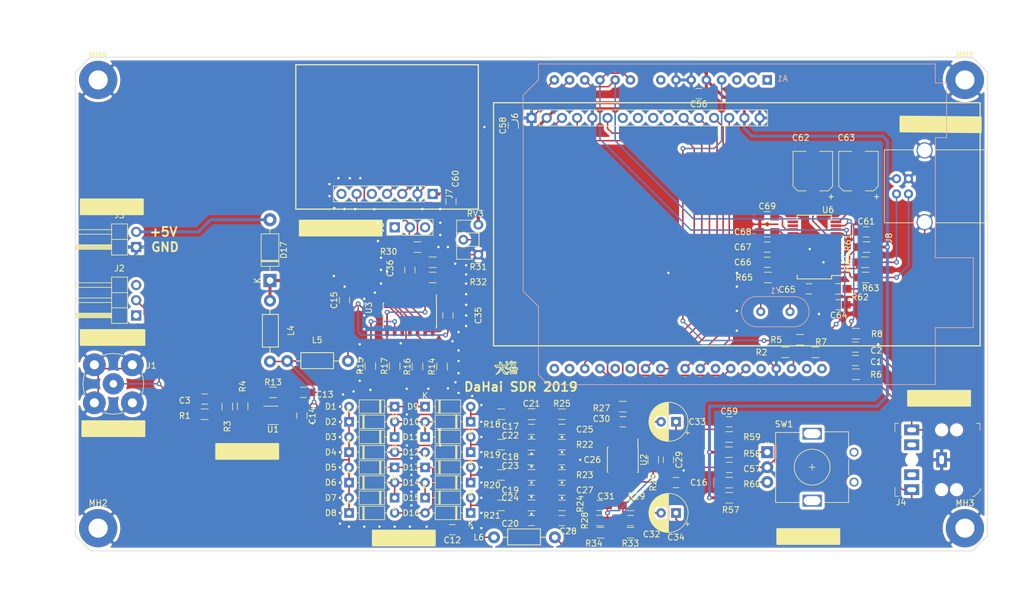
<source format=kicad_pcb>
(kicad_pcb (version 20171130) (host pcbnew "(5.1.2)-2")
  (layers (0 F.Cu signal) (31 B.Cu signal) (34 B.Paste user) (35 F.Paste user) (36 B.SilkS user) (37 F.SilkS user hide) (38 B.Mask user) (39 F.Mask user) (44 Edge.Cuts user))
  (net 0 "")
  (net 1 "Net-(A1-Pad17)")
  (net 2 "Net-(A1-Pad18)")
  (net 3 +5V)
  (net 4 "Net-(A1-Pad21)")
  (net 5 GND)
  (net 6 "Net-(A1-Pad22)")
  (net 7 "Net-(A1-Pad23)")
  (net 8 "Net-(A1-Pad24)")
  (net 9 "Net-(A1-Pad26)")
  (net 10 "Net-(A1-Pad27)")
  (net 11 "Net-(A1-Pad13)")
  (net 12 "Net-(A1-Pad14)")
  (net 13 /4066receive/ant_in)
  (net 14 VDD)
  (net 15 "Net-(C13-Pad1)")
  (net 16 VPP)
  (net 17 "Net-(C17-Pad1)")
  (net 18 "Net-(C18-Pad1)")
  (net 19 "Net-(C19-Pad1)")
  (net 20 "Net-(C20-Pad1)")
  (net 21 "Net-(C21-Pad1)")
  (net 22 "Net-(C22-Pad1)")
  (net 23 "Net-(C23-Pad1)")
  (net 24 "Net-(C24-Pad1)")
  (net 25 "Net-(C29-Pad2)")
  (net 26 "Net-(C30-Pad1)")
  (net 27 "Net-(C30-Pad2)")
  (net 28 "Net-(C31-Pad2)")
  (net 29 "Net-(C32-Pad2)")
  (net 30 "Net-(C32-Pad1)")
  (net 31 /arduino/CLK_OUT)
  (net 32 "Net-(C36-Pad1)")
  (net 33 "Net-(D1-Pad1)")
  (net 34 "Net-(D10-Pad2)")
  (net 35 "Net-(D13-Pad1)")
  (net 36 "Net-(D14-Pad2)")
  (net 37 "Net-(D10-Pad1)")
  (net 38 "Net-(D11-Pad2)")
  (net 39 "Net-(D13-Pad2)")
  (net 40 "Net-(D15-Pad2)")
  (net 41 "Net-(J6-Pad3)")
  (net 42 "Net-(R57-Pad2)")
  (net 43 "Net-(R58-Pad2)")
  (net 44 /4066receive/QaP)
  (net 45 /4066receive/QaN)
  (net 46 VCC)
  (net 47 "Net-(C61-Pad1)")
  (net 48 "Net-(C62-Pad1)")
  (net 49 "Net-(C63-Pad1)")
  (net 50 "Net-(C64-Pad2)")
  (net 51 "Net-(C65-Pad2)")
  (net 52 "Net-(C66-Pad2)")
  (net 53 "Net-(C67-Pad2)")
  (net 54 "Net-(C68-Pad2)")
  (net 55 "Net-(C69-Pad2)")
  (net 56 "Net-(J8-Pad3)")
  (net 57 "Net-(J8-Pad2)")
  (net 58 "Net-(R63-Pad1)")
  (net 59 "Net-(R64-Pad1)")
  (net 60 "Net-(D17-Pad2)")
  (net 61 "Net-(C29-Pad1)")
  (net 62 /4066receive/QbP)
  (net 63 /4066receive/QbN)
  (net 64 "Net-(C3-Pad2)")
  (net 65 "Net-(C13-Pad2)")
  (net 66 "Net-(R13-Pad1)")
  (net 67 +3V3)
  (net 68 /arduino/A0)
  (net 69 /arduino/A1)
  (net 70 /arduino/AREF)
  (module Connector_PinHeader_2.54mm:PinHeader_1x03_P2.54mm_Vertical (layer F.Cu) (at 97.79 80.518 90)
    (fp_text reference J5 (at 0 -2.33 90) (layer F.SilkS))
    (fp_text value "local osc")
    (pad 3 thru_hole oval (at 0 5.08 90) (size 1.7 1.7) (drill 1) (layers *.Cu *.Mask))
    (pad 2 thru_hole oval (at 0 2.54 90) (size 1.7 1.7) (drill 1) (layers *.Cu *.Mask) (net 31 /arduino/CLK_OUT))
    (pad 1 thru_hole rect (at 0 0 90) (size 1.7 1.7) (drill 1) (layers *.Cu *.Mask))
  )
  (module Connect:USB_B (layer F.Cu) (at 181.61 72.39)
    (fp_text reference J8 (at -1.27 9.906 90) (layer F.SilkS))
    (fp_text value USB_B)
    (pad 5 thru_hole circle (at 4.7 -4.73 270) (size 2.7 2.7) (drill 2.3) (layers *.Cu *.Mask) (net 5 GND))
    (pad 5 thru_hole circle (at 4.7 7.27 270) (size 2.7 2.7) (drill 2.3) (layers *.Cu *.Mask) (net 5 GND))
    (pad 3 thru_hole circle (at 2 2.54 270) (size 1.52 1.52) (drill 0.81) (layers *.Cu *.Mask) (net 56 "Net-(J8-Pad3)"))
    (pad 4 thru_hole circle (at 2 0 270) (size 1.52 1.52) (drill 0.81) (layers *.Cu *.Mask) (net 5 GND))
    (pad 1 thru_hole circle (at 0 0 270) (size 1.52 1.52) (drill 0.81) (layers *.Cu *.Mask) (net 3 +5V))
    (pad 2 thru_hole circle (at 0 2.54 270) (size 1.52 1.52) (drill 0.81) (layers *.Cu *.Mask) (net 57 "Net-(J8-Pad2)"))
  )
  (module Connector_Audio:audiojack-3.5mm-5p (layer F.Cu) (at 184.15 119.38 180)
    (fp_text reference J4 (at 1.771 -7.112) (layer F.SilkS))
    (fp_text value "IQ Output")
    (pad 4 thru_hole rect (at 0 -2.5 180) (size 2.5 1.8) (drill oval 1.5 0.8) (layers *.Cu *.Mask))
    (pad 3 thru_hole rect (at 0 2.5 180) (size 2.5 1.8) (drill oval 1.5 0.8) (layers *.Cu *.Mask))
    (pad R thru_hole rect (at 0 -5 180) (size 2.5 1.8) (drill oval 1.5 0.8) (layers *.Cu *.Mask) (net 68 /arduino/A0))
    (pad T thru_hole rect (at 0 5 180) (size 2.5 1.8) (drill oval 1.5 0.8) (layers *.Cu *.Mask) (net 69 /arduino/A1))
    (pad S thru_hole rect (at -5 0 180) (size 1.8 2.5) (drill oval 0.8 1.5) (layers *.Cu *.Mask) (net 5 GND))
    (pad "" np_thru_hole circle (at 0 0 180) (size 1.2 1.2) (drill 1.2) (layers *.Cu *.Mask))
    (pad "" np_thru_hole circle (at -5 -5 180) (size 1.2 1.2) (drill 1.2) (layers *.Cu *.Mask))
    (pad "" np_thru_hole circle (at -7.5 -5 180) (size 1.2 1.2) (drill 1.2) (layers *.Cu *.Mask))
    (pad "" np_thru_hole circle (at -5 5 180) (size 1.2 1.2) (drill 1.2) (layers *.Cu *.Mask))
    (pad "" np_thru_hole circle (at -7.5 5 180) (size 1.2 1.2) (drill 1.2) (layers *.Cu *.Mask))
  )
  (module Symbol:dahai_tiny (layer F.Cu) (at 116.586 106.172)
    (fp_text reference REF**)
    (fp_text value dahai_tiny)
  )
  (module Capacitors_SMD:C_0805_HandSoldering (layer F.Cu) (at 174.752 100.5332)
    (fp_text reference C2 (at 3.4798 0.5842) (layer F.SilkS))
    (fp_text value 10n)
    (pad 2 smd rect (at 1.25 0) (size 1.5 1.25) (layers F.Cu F.Paste F.Mask) (net 5 GND))
    (pad 1 smd rect (at -1.25 0) (size 1.5 1.25) (layers F.Cu F.Paste F.Mask) (net 69 /arduino/A1))
  )
  (module Capacitors_SMD:C_0805_HandSoldering (layer F.Cu) (at 174.752 102.7938)
    (fp_text reference C1 (at 3.4544 0.2286) (layer F.SilkS))
    (fp_text value 10n)
    (pad 2 smd rect (at 1.25 0) (size 1.5 1.25) (layers F.Cu F.Paste F.Mask) (net 5 GND))
    (pad 1 smd rect (at -1.25 0) (size 1.5 1.25) (layers F.Cu F.Paste F.Mask) (net 68 /arduino/A0))
  )
  (module Resistors_SMD:R_0805_HandSoldering (layer F.Cu) (at 165.5064 99.314)
    (fp_text reference R5 (at -3.984 0) (layer F.SilkS))
    (fp_text value 100k)
    (pad 2 smd rect (at 1.35 0) (size 1.5 1.3) (layers F.Cu F.Paste F.Mask) (net 68 /arduino/A0))
    (pad 1 smd rect (at -1.35 0) (size 1.5 1.3) (layers F.Cu F.Paste F.Mask) (net 70 /arduino/AREF))
  )
  (module Resistors_SMD:R_0805_HandSoldering (layer F.Cu) (at 174.8536 98.298)
    (fp_text reference R8 (at 3.4798 0.0508) (layer F.SilkS))
    (fp_text value 100k)
    (pad 2 smd rect (at 1.35 0) (size 1.5 1.3) (layers F.Cu F.Paste F.Mask) (net 5 GND))
    (pad 1 smd rect (at -1.35 0) (size 1.5 1.3) (layers F.Cu F.Paste F.Mask) (net 69 /arduino/A1))
  )
  (module Resistors_SMD:R_0805_HandSoldering (layer F.Cu) (at 174.8536 105.0798)
    (fp_text reference R6 (at 3.3528 0.0508) (layer F.SilkS))
    (fp_text value 100k)
    (pad 2 smd rect (at 1.35 0) (size 1.5 1.3) (layers F.Cu F.Paste F.Mask) (net 5 GND))
    (pad 1 smd rect (at -1.35 0) (size 1.5 1.3) (layers F.Cu F.Paste F.Mask) (net 68 /arduino/A0))
  )
  (module Resistors_SMD:R_0805_HandSoldering (layer F.Cu) (at 168.0718 101.4222)
    (fp_text reference R7 (at 0.9398 -1.7526) (layer F.SilkS))
    (fp_text value 100k)
    (pad 2 smd rect (at 1.35 0) (size 1.5 1.3) (layers F.Cu F.Paste F.Mask) (net 69 /arduino/A1))
    (pad 1 smd rect (at -1.35 0) (size 1.5 1.3) (layers F.Cu F.Paste F.Mask) (net 70 /arduino/AREF))
  )
  (module Resistors_SMD:R_0805_HandSoldering (layer F.Cu) (at 163.0426 101.4222)
    (fp_text reference R2 (at -3.984 0) (layer F.SilkS))
    (fp_text value 5k1)
    (pad 1 smd rect (at -1.35 0) (size 1.5 1.3) (layers F.Cu F.Paste F.Mask) (net 67 +3V3))
    (pad 2 smd rect (at 1.35 0) (size 1.5 1.3) (layers F.Cu F.Paste F.Mask) (net 70 /arduino/AREF))
  )
  (module Capacitor_THT:CP_Radial_D6.3mm_P2.50mm (layer F.Cu) (at 144.78 128.27 180)
    (fp_text reference C34 (at 0 -4.064 180) (layer F.SilkS))
    (fp_text value 22u)
    (pad 1 thru_hole rect (at 0 0 180) (size 1.6 1.6) (drill 0.8) (layers *.Cu *.Mask) (net 69 /arduino/A1))
    (pad 2 thru_hole circle (at 2.5 0 180) (size 1.6 1.6) (drill 0.8) (layers *.Cu *.Mask) (net 30 "Net-(C32-Pad1)"))
  )
  (module Module:Arduino_UNO_R3 (layer B.Cu) (at 160.02 55.88 180)
    (fp_text reference A1 (at -2.54 0.254) (layer B.SilkS) (effects (justify mirror)))
    (fp_text value Arduino_UNO_R3)
    (pad 32 thru_hole oval (at -9.14 -48.26 90) (size 1.6 1.6) (drill 0.8) (layers *.Cu *.Mask))
    (pad 31 thru_hole oval (at -6.6 -48.26 90) (size 1.6 1.6) (drill 0.8) (layers *.Cu *.Mask))
    (pad 1 thru_hole rect (at 0 0 90) (size 1.6 1.6) (drill 0.8) (layers *.Cu *.Mask))
    (pad 17 thru_hole oval (at 30.48 -48.26 90) (size 1.6 1.6) (drill 0.8) (layers *.Cu *.Mask) (net 1 "Net-(A1-Pad17)"))
    (pad 2 thru_hole oval (at 2.54 0 90) (size 1.6 1.6) (drill 0.8) (layers *.Cu *.Mask))
    (pad 18 thru_hole oval (at 27.94 -48.26 90) (size 1.6 1.6) (drill 0.8) (layers *.Cu *.Mask) (net 2 "Net-(A1-Pad18)"))
    (pad 3 thru_hole oval (at 5.08 0 90) (size 1.6 1.6) (drill 0.8) (layers *.Cu *.Mask))
    (pad 19 thru_hole oval (at 25.4 -48.26 90) (size 1.6 1.6) (drill 0.8) (layers *.Cu *.Mask))
    (pad 4 thru_hole oval (at 7.62 0 90) (size 1.6 1.6) (drill 0.8) (layers *.Cu *.Mask) (net 67 +3V3))
    (pad 20 thru_hole oval (at 22.86 -48.26 90) (size 1.6 1.6) (drill 0.8) (layers *.Cu *.Mask))
    (pad 5 thru_hole oval (at 10.16 0 90) (size 1.6 1.6) (drill 0.8) (layers *.Cu *.Mask) (net 3 +5V))
    (pad 21 thru_hole oval (at 20.32 -48.26 90) (size 1.6 1.6) (drill 0.8) (layers *.Cu *.Mask) (net 4 "Net-(A1-Pad21)"))
    (pad 6 thru_hole oval (at 12.7 0 90) (size 1.6 1.6) (drill 0.8) (layers *.Cu *.Mask) (net 5 GND))
    (pad 22 thru_hole oval (at 17.78 -48.26 90) (size 1.6 1.6) (drill 0.8) (layers *.Cu *.Mask) (net 6 "Net-(A1-Pad22)"))
    (pad 7 thru_hole oval (at 15.24 0 90) (size 1.6 1.6) (drill 0.8) (layers *.Cu *.Mask) (net 5 GND))
    (pad 23 thru_hole oval (at 13.72 -48.26 90) (size 1.6 1.6) (drill 0.8) (layers *.Cu *.Mask) (net 7 "Net-(A1-Pad23)"))
    (pad 8 thru_hole oval (at 17.78 0 90) (size 1.6 1.6) (drill 0.8) (layers *.Cu *.Mask))
    (pad 24 thru_hole oval (at 11.18 -48.26 90) (size 1.6 1.6) (drill 0.8) (layers *.Cu *.Mask) (net 8 "Net-(A1-Pad24)"))
    (pad 9 thru_hole oval (at 22.86 0 90) (size 1.6 1.6) (drill 0.8) (layers *.Cu *.Mask) (net 68 /arduino/A0))
    (pad 25 thru_hole oval (at 8.64 -48.26 90) (size 1.6 1.6) (drill 0.8) (layers *.Cu *.Mask))
    (pad 10 thru_hole oval (at 25.4 0 90) (size 1.6 1.6) (drill 0.8) (layers *.Cu *.Mask) (net 69 /arduino/A1))
    (pad 26 thru_hole oval (at 6.1 -48.26 90) (size 1.6 1.6) (drill 0.8) (layers *.Cu *.Mask) (net 9 "Net-(A1-Pad26)"))
    (pad 11 thru_hole oval (at 27.94 0 90) (size 1.6 1.6) (drill 0.8) (layers *.Cu *.Mask) (net 68 /arduino/A0))
    (pad 27 thru_hole oval (at 3.56 -48.26 90) (size 1.6 1.6) (drill 0.8) (layers *.Cu *.Mask) (net 10 "Net-(A1-Pad27)"))
    (pad 12 thru_hole oval (at 30.48 0 90) (size 1.6 1.6) (drill 0.8) (layers *.Cu *.Mask) (net 69 /arduino/A1))
    (pad 28 thru_hole oval (at 1.02 -48.26 90) (size 1.6 1.6) (drill 0.8) (layers *.Cu *.Mask))
    (pad 13 thru_hole oval (at 33.02 0 90) (size 1.6 1.6) (drill 0.8) (layers *.Cu *.Mask) (net 11 "Net-(A1-Pad13)"))
    (pad 29 thru_hole oval (at -1.52 -48.26 90) (size 1.6 1.6) (drill 0.8) (layers *.Cu *.Mask) (net 5 GND))
    (pad 14 thru_hole oval (at 35.56 0 90) (size 1.6 1.6) (drill 0.8) (layers *.Cu *.Mask) (net 12 "Net-(A1-Pad14)"))
    (pad 30 thru_hole oval (at -4.06 -48.26 90) (size 1.6 1.6) (drill 0.8) (layers *.Cu *.Mask) (net 70 /arduino/AREF))
    (pad 15 thru_hole oval (at 35.56 -48.26 90) (size 1.6 1.6) (drill 0.8) (layers *.Cu *.Mask))
    (pad 16 thru_hole oval (at 33.02 -48.26 90) (size 1.6 1.6) (drill 0.8) (layers *.Cu *.Mask))
  )
  (module Capacitors_SMD:C_0805_HandSoldering (layer F.Cu) (at 66.04 109.22)
    (fp_text reference C3 (at -3.322 0.254) (layer F.SilkS))
    (fp_text value 100n)
    (pad 1 smd rect (at -1.25 0) (size 1.5 1.25) (layers F.Cu F.Paste F.Mask) (net 13 /4066receive/ant_in))
    (pad 2 smd rect (at 1.25 0) (size 1.5 1.25) (layers F.Cu F.Paste F.Mask) (net 64 "Net-(C3-Pad2)"))
  )
  (module Capacitors_SMD:C_0805_HandSoldering (layer F.Cu) (at 107.422 131.064 180)
    (fp_text reference C12 (at 0 -1.75 180) (layer F.SilkS))
    (fp_text value 100u)
    (pad 1 smd rect (at -1.25 0 180) (size 1.5 1.25) (layers F.Cu F.Paste F.Mask) (net 14 VDD))
    (pad 2 smd rect (at 1.25 0 180) (size 1.5 1.25) (layers F.Cu F.Paste F.Mask) (net 5 GND))
  )
  (module Capacitors_SMD:C_0805_HandSoldering (layer F.Cu) (at 82.55 108.11)
    (fp_text reference C13 (at 3.556 0.348) (layer F.SilkS))
    (fp_text value 100n)
    (pad 1 smd rect (at -1.25 0) (size 1.5 1.25) (layers F.Cu F.Paste F.Mask) (net 15 "Net-(C13-Pad1)"))
    (pad 2 smd rect (at 1.25 0) (size 1.5 1.25) (layers F.Cu F.Paste F.Mask) (net 65 "Net-(C13-Pad2)"))
  )
  (module Capacitors_SMD:C_0805_HandSoldering (layer F.Cu) (at 82.296 112.014 270)
    (fp_text reference C14 (at 0 -1.75 270) (layer F.SilkS))
    (fp_text value 100n)
    (pad 2 smd rect (at 1.25 0 270) (size 1.5 1.25) (layers F.Cu F.Paste F.Mask) (net 5 GND))
    (pad 1 smd rect (at -1.25 0 270) (size 1.5 1.25) (layers F.Cu F.Paste F.Mask) (net 14 VDD))
  )
  (module Capacitors_SMD:C_0805_HandSoldering (layer F.Cu) (at 89.408 92.71 90)
    (fp_text reference C15 (at 0 -1.75 90) (layer F.SilkS))
    (fp_text value 100n)
    (pad 1 smd rect (at -1.25 0 90) (size 1.5 1.25) (layers F.Cu F.Paste F.Mask) (net 46 VCC))
    (pad 2 smd rect (at 1.25 0 90) (size 1.5 1.25) (layers F.Cu F.Paste F.Mask) (net 5 GND))
  )
  (module Capacitors_SMD:C_0805_HandSoldering (layer F.Cu) (at 144.78 123.19)
    (fp_text reference C16 (at 3.81 0) (layer F.SilkS))
    (fp_text value 100n)
    (pad 1 smd rect (at -1.25 0) (size 1.5 1.25) (layers F.Cu F.Paste F.Mask) (net 16 VPP))
    (pad 2 smd rect (at 1.25 0) (size 1.5 1.25) (layers F.Cu F.Paste F.Mask) (net 5 GND))
  )
  (module Capacitors_SMD:C_0805_HandSoldering (layer F.Cu) (at 120.65 114.3)
    (fp_text reference C17 (at -3.556 -0.508) (layer F.SilkS))
    (fp_text value 100n)
    (pad 1 smd rect (at -1.25 0) (size 1.5 1.25) (layers F.Cu F.Paste F.Mask) (net 17 "Net-(C17-Pad1)"))
    (pad 2 smd rect (at 1.25 0) (size 1.5 1.25) (layers F.Cu F.Paste F.Mask) (net 5 GND))
  )
  (module Capacitors_SMD:C_0805_HandSoldering (layer F.Cu) (at 120.523 119.38)
    (fp_text reference C18 (at -3.429 -0.508) (layer F.SilkS))
    (fp_text value 100n)
    (pad 1 smd rect (at -1.25 0) (size 1.5 1.25) (layers F.Cu F.Paste F.Mask) (net 18 "Net-(C18-Pad1)"))
    (pad 2 smd rect (at 1.25 0) (size 1.5 1.25) (layers F.Cu F.Paste F.Mask) (net 5 GND))
  )
  (module Capacitors_SMD:C_0805_HandSoldering (layer F.Cu) (at 120.65 124.46)
    (fp_text reference C19 (at -3.556 0) (layer F.SilkS))
    (fp_text value 100n)
    (pad 2 smd rect (at 1.25 0) (size 1.5 1.25) (layers F.Cu F.Paste F.Mask) (net 5 GND))
    (pad 1 smd rect (at -1.25 0) (size 1.5 1.25) (layers F.Cu F.Paste F.Mask) (net 19 "Net-(C19-Pad1)"))
  )
  (module Capacitors_SMD:C_0805_HandSoldering (layer F.Cu) (at 120.65 129.54)
    (fp_text reference C20 (at -3.556 0.508) (layer F.SilkS))
    (fp_text value 100n)
    (pad 1 smd rect (at -1.25 0) (size 1.5 1.25) (layers F.Cu F.Paste F.Mask) (net 20 "Net-(C20-Pad1)"))
    (pad 2 smd rect (at 1.25 0) (size 1.5 1.25) (layers F.Cu F.Paste F.Mask) (net 5 GND))
  )
  (module Capacitors_SMD:C_0805_HandSoldering (layer F.Cu) (at 125.73 114.3)
    (fp_text reference C25 (at 3.81 0) (layer F.SilkS))
    (fp_text value n/a)
    (pad 2 smd rect (at 1.25 0) (size 1.5 1.25) (layers F.Cu F.Paste F.Mask) (net 5 GND))
    (pad 1 smd rect (at -1.25 0) (size 1.5 1.25) (layers F.Cu F.Paste F.Mask) (net 21 "Net-(C21-Pad1)"))
  )
  (module Capacitors_SMD:C_0805_HandSoldering (layer F.Cu) (at 125.73 119.38)
    (fp_text reference C26 (at 5.08 0) (layer F.SilkS))
    (fp_text value n/a)
    (pad 2 smd rect (at 1.25 0) (size 1.5 1.25) (layers F.Cu F.Paste F.Mask) (net 5 GND))
    (pad 1 smd rect (at -1.25 0) (size 1.5 1.25) (layers F.Cu F.Paste F.Mask) (net 22 "Net-(C22-Pad1)"))
  )
  (module Capacitors_SMD:C_0805_HandSoldering (layer F.Cu) (at 125.73 124.46)
    (fp_text reference C27 (at 3.81 0) (layer F.SilkS))
    (fp_text value n/a)
    (pad 1 smd rect (at -1.25 0) (size 1.5 1.25) (layers F.Cu F.Paste F.Mask) (net 23 "Net-(C23-Pad1)"))
    (pad 2 smd rect (at 1.25 0) (size 1.5 1.25) (layers F.Cu F.Paste F.Mask) (net 5 GND))
  )
  (module Capacitors_SMD:C_0805_HandSoldering (layer F.Cu) (at 125.73 129.54)
    (fp_text reference C28 (at 1.016 1.778) (layer F.SilkS))
    (fp_text value n/a)
    (pad 2 smd rect (at 1.25 0) (size 1.5 1.25) (layers F.Cu F.Paste F.Mask) (net 5 GND))
    (pad 1 smd rect (at -1.25 0) (size 1.5 1.25) (layers F.Cu F.Paste F.Mask) (net 24 "Net-(C24-Pad1)"))
  )
  (module Capacitors_SMD:C_0805_HandSoldering (layer F.Cu) (at 143.51 119.38 90)
    (fp_text reference C29 (at 0 1.778 90) (layer F.SilkS))
    (fp_text value 56p)
    (pad 2 smd rect (at 1.25 0 90) (size 1.5 1.25) (layers F.Cu F.Paste F.Mask) (net 25 "Net-(C29-Pad2)"))
    (pad 1 smd rect (at -1.25 0 90) (size 1.5 1.25) (layers F.Cu F.Paste F.Mask) (net 61 "Net-(C29-Pad1)"))
  )
  (module Capacitors_SMD:C_0805_HandSoldering (layer F.Cu) (at 135.91 113.03 180)
    (fp_text reference C30 (at 3.576 0.508 180) (layer F.SilkS))
    (fp_text value 56p)
    (pad 1 smd rect (at -1.25 0 180) (size 1.5 1.25) (layers F.Cu F.Paste F.Mask) (net 26 "Net-(C30-Pad1)"))
    (pad 2 smd rect (at 1.25 0 180) (size 1.5 1.25) (layers F.Cu F.Paste F.Mask) (net 27 "Net-(C30-Pad2)"))
  )
  (module Capacitors_SMD:C_0805_HandSoldering (layer F.Cu) (at 132.08 127 180)
    (fp_text reference C31 (at -1.016 1.524 180) (layer F.SilkS))
    (fp_text value 56p)
    (pad 2 smd rect (at 1.25 0 180) (size 1.5 1.25) (layers F.Cu F.Paste F.Mask) (net 28 "Net-(C31-Pad2)"))
    (pad 1 smd rect (at -1.25 0 180) (size 1.5 1.25) (layers F.Cu F.Paste F.Mask) (net 61 "Net-(C29-Pad1)"))
  )
  (module Capacitors_SMD:C_0805_HandSoldering (layer F.Cu) (at 137.16 129.54 180)
    (fp_text reference C32 (at -3.556 -2.286 180) (layer F.SilkS))
    (fp_text value 56p)
    (pad 2 smd rect (at 1.25 0 180) (size 1.5 1.25) (layers F.Cu F.Paste F.Mask) (net 29 "Net-(C32-Pad2)"))
    (pad 1 smd rect (at -1.25 0 180) (size 1.5 1.25) (layers F.Cu F.Paste F.Mask) (net 30 "Net-(C32-Pad1)"))
  )
  (module Capacitors_SMD:C_0805_HandSoldering (layer F.Cu) (at 106.68 95.25 270)
    (fp_text reference C35 (at 0 -5.08 270) (layer F.SilkS))
    (fp_text value 100n)
    (pad 1 smd rect (at -1.25 0 270) (size 1.5 1.25) (layers F.Cu F.Paste F.Mask) (net 5 GND))
    (pad 2 smd rect (at 1.25 0 270) (size 1.5 1.25) (layers F.Cu F.Paste F.Mask) (net 46 VCC))
  )
  (module Capacitors_SMD:C_0805_HandSoldering (layer F.Cu) (at 100.33 87.63 90)
    (fp_text reference C36 (at 0.254 -3.302 90) (layer F.SilkS))
    (fp_text value 100n)
    (pad 2 smd rect (at 1.25 0 90) (size 1.5 1.25) (layers F.Cu F.Paste F.Mask) (net 31 /arduino/CLK_OUT))
    (pad 1 smd rect (at -1.25 0 90) (size 1.5 1.25) (layers F.Cu F.Paste F.Mask) (net 32 "Net-(C36-Pad1)"))
  )
  (module Capacitors_SMD:C_0805_HandSoldering (layer F.Cu) (at 148.59 58.166 180)
    (fp_text reference C56 (at 0 -1.75 180) (layer F.SilkS))
    (fp_text value 100n)
    (pad 1 smd rect (at -1.25 0 180) (size 1.5 1.25) (layers F.Cu F.Paste F.Mask) (net 3 +5V))
    (pad 2 smd rect (at 1.25 0 180) (size 1.5 1.25) (layers F.Cu F.Paste F.Mask) (net 5 GND))
  )
  (module Capacitors_SMD:C_0805_HandSoldering (layer F.Cu) (at 153.67 120.65)
    (fp_text reference C57 (at 3.81 0.254) (layer F.SilkS))
    (fp_text value 10n)
    (pad 1 smd rect (at -1.25 0) (size 1.5 1.25) (layers F.Cu F.Paste F.Mask) (net 2 "Net-(A1-Pad18)"))
    (pad 2 smd rect (at 1.25 0) (size 1.5 1.25) (layers F.Cu F.Paste F.Mask) (net 5 GND))
  )
  (module Capacitors_SMD:C_0805_HandSoldering (layer F.Cu) (at 117.602 63.5 90)
    (fp_text reference C58 (at 0 -1.75 90) (layer F.SilkS))
    (fp_text value 100n)
    (pad 2 smd rect (at 1.25 0 90) (size 1.5 1.25) (layers F.Cu F.Paste F.Mask) (net 5 GND))
    (pad 1 smd rect (at -1.25 0 90) (size 1.5 1.25) (layers F.Cu F.Paste F.Mask) (net 3 +5V))
  )
  (module Capacitors_SMD:C_0805_HandSoldering (layer F.Cu) (at 153.67 113.03)
    (fp_text reference C59 (at 0 -1.75) (layer F.SilkS))
    (fp_text value 10n)
    (pad 2 smd rect (at 1.25 0) (size 1.5 1.25) (layers F.Cu F.Paste F.Mask) (net 5 GND))
    (pad 1 smd rect (at -1.25 0) (size 1.5 1.25) (layers F.Cu F.Paste F.Mask) (net 1 "Net-(A1-Pad17)"))
  )
  (module Capacitors_SMD:C_0805_HandSoldering (layer F.Cu) (at 107.188 76.2 270)
    (fp_text reference C60 (at -3.81 -0.762 270) (layer F.SilkS))
    (fp_text value 100n)
    (pad 1 smd rect (at -1.25 0 270) (size 1.5 1.25) (layers F.Cu F.Paste F.Mask) (net 3 +5V))
    (pad 2 smd rect (at 1.25 0 270) (size 1.5 1.25) (layers F.Cu F.Paste F.Mask) (net 5 GND))
  )
  (module Diode_THT:D_DO-35_SOD27_P7.62mm_Horizontal (layer F.Cu) (at 97.79 110.49 180)
    (fp_text reference D1 (at 10.668 0 180) (layer F.SilkS))
    (fp_text value 1N4148)
    (fp_text user K (at 0 -1.8 180) (layer F.SilkS))
    (pad 1 thru_hole rect (at 0 0 180) (size 1.6 1.6) (drill 0.8) (layers *.Cu *.Mask) (net 33 "Net-(D1-Pad1)"))
    (pad 2 thru_hole oval (at 7.62 0 180) (size 1.6 1.6) (drill 0.8) (layers *.Cu *.Mask) (net 65 "Net-(C13-Pad2)"))
  )
  (module Diode_THT:D_DO-35_SOD27_P7.62mm_Horizontal (layer F.Cu) (at 90.17 113.03)
    (fp_text reference D2 (at -3.048 0) (layer F.SilkS))
    (fp_text value 1N4148)
    (fp_text user K (at 0 -1.8) (layer F.SilkS))
    (pad 1 thru_hole rect (at 0 0) (size 1.6 1.6) (drill 0.8) (layers *.Cu *.Mask) (net 65 "Net-(C13-Pad2)"))
    (pad 2 thru_hole oval (at 7.62 0) (size 1.6 1.6) (drill 0.8) (layers *.Cu *.Mask) (net 34 "Net-(D10-Pad2)"))
  )
  (module Diode_THT:D_DO-35_SOD27_P7.62mm_Horizontal (layer F.Cu) (at 97.79 115.57 180)
    (fp_text reference D3 (at 10.668 0 180) (layer F.SilkS))
    (fp_text value 1N4148 hide)
    (fp_text user K (at 0 -1.8 180) (layer F.SilkS))
    (pad 2 thru_hole oval (at 7.62 0 180) (size 1.6 1.6) (drill 0.8) (layers *.Cu *.Mask) (net 65 "Net-(C13-Pad2)"))
    (pad 1 thru_hole rect (at 0 0 180) (size 1.6 1.6) (drill 0.8) (layers *.Cu *.Mask) (net 34 "Net-(D10-Pad2)"))
  )
  (module Diode_THT:D_DO-35_SOD27_P7.62mm_Horizontal (layer F.Cu) (at 90.17 118.11)
    (fp_text reference D4 (at -3.048 0) (layer F.SilkS))
    (fp_text value 1N4148 hide)
    (fp_text user K (at 0 -1.8) (layer F.SilkS))
    (pad 1 thru_hole rect (at 0 0) (size 1.6 1.6) (drill 0.8) (layers *.Cu *.Mask) (net 65 "Net-(C13-Pad2)"))
    (pad 2 thru_hole oval (at 7.62 0) (size 1.6 1.6) (drill 0.8) (layers *.Cu *.Mask) (net 33 "Net-(D1-Pad1)"))
  )
  (module Diode_THT:D_DO-35_SOD27_P7.62mm_Horizontal (layer F.Cu) (at 97.79 120.65 180)
    (fp_text reference D5 (at 10.668 0 180) (layer F.SilkS))
    (fp_text value 1N4148 hide)
    (fp_text user K (at 0 -1.8 180) (layer F.SilkS))
    (pad 1 thru_hole rect (at 0 0 180) (size 1.6 1.6) (drill 0.8) (layers *.Cu *.Mask) (net 35 "Net-(D13-Pad1)"))
    (pad 2 thru_hole oval (at 7.62 0 180) (size 1.6 1.6) (drill 0.8) (layers *.Cu *.Mask) (net 65 "Net-(C13-Pad2)"))
  )
  (module Diode_THT:D_DO-35_SOD27_P7.62mm_Horizontal (layer F.Cu) (at 90.17 123.19)
    (fp_text reference D6 (at -3.048 0) (layer F.SilkS))
    (fp_text value 1N4148 hide)
    (fp_text user K (at 0 -1.8) (layer F.SilkS))
    (pad 2 thru_hole oval (at 7.62 0) (size 1.6 1.6) (drill 0.8) (layers *.Cu *.Mask) (net 36 "Net-(D14-Pad2)"))
    (pad 1 thru_hole rect (at 0 0) (size 1.6 1.6) (drill 0.8) (layers *.Cu *.Mask) (net 65 "Net-(C13-Pad2)"))
  )
  (module Diode_THT:D_DO-35_SOD27_P7.62mm_Horizontal (layer F.Cu) (at 97.79 125.73 180)
    (fp_text reference D7 (at 10.668 0 180) (layer F.SilkS))
    (fp_text value 1N4148 hide)
    (fp_text user K (at 0 -1.8 180) (layer F.SilkS))
    (pad 2 thru_hole oval (at 7.62 0 180) (size 1.6 1.6) (drill 0.8) (layers *.Cu *.Mask) (net 65 "Net-(C13-Pad2)"))
    (pad 1 thru_hole rect (at 0 0 180) (size 1.6 1.6) (drill 0.8) (layers *.Cu *.Mask) (net 36 "Net-(D14-Pad2)"))
  )
  (module Diode_THT:D_DO-35_SOD27_P7.62mm_Horizontal (layer F.Cu) (at 90.17 128.27)
    (fp_text reference D8 (at -3.048 0) (layer F.SilkS))
    (fp_text value 1N4148 hide)
    (fp_text user K (at 0 -1.8) (layer F.SilkS))
    (pad 2 thru_hole oval (at 7.62 0) (size 1.6 1.6) (drill 0.8) (layers *.Cu *.Mask) (net 35 "Net-(D13-Pad1)"))
    (pad 1 thru_hole rect (at 0 0) (size 1.6 1.6) (drill 0.8) (layers *.Cu *.Mask) (net 65 "Net-(C13-Pad2)"))
  )
  (module Diode_THT:D_DO-35_SOD27_P7.62mm_Horizontal (layer F.Cu) (at 102.87 110.49)
    (fp_text reference D9 (at -2.032 0) (layer F.SilkS))
    (fp_text value 1N4148)
    (fp_text user K (at 0 -1.8) (layer F.SilkS))
    (pad 2 thru_hole oval (at 7.62 0) (size 1.6 1.6) (drill 0.8) (layers *.Cu *.Mask) (net 37 "Net-(D10-Pad1)"))
    (pad 1 thru_hole rect (at 0 0) (size 1.6 1.6) (drill 0.8) (layers *.Cu *.Mask) (net 33 "Net-(D1-Pad1)"))
  )
  (module Diode_THT:D_DO-35_SOD27_P7.62mm_Horizontal (layer F.Cu) (at 110.49 113.03 180)
    (fp_text reference D10 (at 9.906 0 180) (layer F.SilkS))
    (fp_text value 1N4148 hide)
    (fp_text user K (at 0 -1.8 180) (layer F.SilkS))
    (pad 2 thru_hole oval (at 7.62 0 180) (size 1.6 1.6) (drill 0.8) (layers *.Cu *.Mask) (net 34 "Net-(D10-Pad2)"))
    (pad 1 thru_hole rect (at 0 0 180) (size 1.6 1.6) (drill 0.8) (layers *.Cu *.Mask) (net 37 "Net-(D10-Pad1)"))
  )
  (module Diode_THT:D_DO-35_SOD27_P7.62mm_Horizontal (layer F.Cu) (at 102.87 115.57)
    (fp_text reference D11 (at -2.286 0) (layer F.SilkS))
    (fp_text value 1N4148 hide)
    (fp_text user K (at 0 -1.8) (layer F.SilkS))
    (pad 2 thru_hole oval (at 7.62 0) (size 1.6 1.6) (drill 0.8) (layers *.Cu *.Mask) (net 38 "Net-(D11-Pad2)"))
    (pad 1 thru_hole rect (at 0 0) (size 1.6 1.6) (drill 0.8) (layers *.Cu *.Mask) (net 34 "Net-(D10-Pad2)"))
  )
  (module Diode_THT:D_DO-35_SOD27_P7.62mm_Horizontal (layer F.Cu) (at 110.49 118.11 180)
    (fp_text reference D12 (at 9.906 0 180) (layer F.SilkS))
    (fp_text value 1N4148 hide)
    (fp_text user K (at 0 -1.8 180) (layer F.SilkS))
    (pad 1 thru_hole rect (at 0 0 180) (size 1.6 1.6) (drill 0.8) (layers *.Cu *.Mask) (net 38 "Net-(D11-Pad2)"))
    (pad 2 thru_hole oval (at 7.62 0 180) (size 1.6 1.6) (drill 0.8) (layers *.Cu *.Mask) (net 33 "Net-(D1-Pad1)"))
  )
  (module Diode_THT:D_DO-35_SOD27_P7.62mm_Horizontal (layer F.Cu) (at 102.87 120.65)
    (fp_text reference D13 (at -2.286 0) (layer F.SilkS))
    (fp_text value 1N4148 hide)
    (fp_text user K (at 0 -1.8) (layer F.SilkS))
    (pad 2 thru_hole oval (at 7.62 0) (size 1.6 1.6) (drill 0.8) (layers *.Cu *.Mask) (net 39 "Net-(D13-Pad2)"))
    (pad 1 thru_hole rect (at 0 0) (size 1.6 1.6) (drill 0.8) (layers *.Cu *.Mask) (net 35 "Net-(D13-Pad1)"))
  )
  (module Diode_THT:D_DO-35_SOD27_P7.62mm_Horizontal (layer F.Cu) (at 110.49 123.19 180)
    (fp_text reference D14 (at 9.906 0 180) (layer F.SilkS))
    (fp_text value 1N4148 hide)
    (fp_text user K (at 0 -1.8 180) (layer F.SilkS))
    (pad 1 thru_hole rect (at 0 0 180) (size 1.6 1.6) (drill 0.8) (layers *.Cu *.Mask) (net 39 "Net-(D13-Pad2)"))
    (pad 2 thru_hole oval (at 7.62 0 180) (size 1.6 1.6) (drill 0.8) (layers *.Cu *.Mask) (net 36 "Net-(D14-Pad2)"))
  )
  (module Diode_THT:D_DO-35_SOD27_P7.62mm_Horizontal (layer F.Cu) (at 102.87 125.73)
    (fp_text reference D15 (at -2.286 0) (layer F.SilkS))
    (fp_text value 1N4148 hide)
    (fp_text user K (at 0 -1.8) (layer F.SilkS))
    (pad 1 thru_hole rect (at 0 0) (size 1.6 1.6) (drill 0.8) (layers *.Cu *.Mask) (net 36 "Net-(D14-Pad2)"))
    (pad 2 thru_hole oval (at 7.62 0) (size 1.6 1.6) (drill 0.8) (layers *.Cu *.Mask) (net 40 "Net-(D15-Pad2)"))
  )
  (module Diode_THT:D_DO-35_SOD27_P7.62mm_Horizontal (layer F.Cu) (at 110.49 128.27 180)
    (fp_text reference D16 (at 9.906 0 180) (layer F.SilkS))
    (fp_text value 1N4148 hide)
    (fp_text user K (at 0 -1.8 180) (layer F.SilkS))
    (pad 1 thru_hole rect (at 0 0 180) (size 1.6 1.6) (drill 0.8) (layers *.Cu *.Mask) (net 40 "Net-(D15-Pad2)"))
    (pad 2 thru_hole oval (at 7.62 0 180) (size 1.6 1.6) (drill 0.8) (layers *.Cu *.Mask) (net 35 "Net-(D13-Pad1)"))
  )
  (module Pin_Headers:Pin_Header_Angled_1x03_Pitch2.54mm (layer F.Cu) (at 54.61 95.25 180)
    (fp_text reference J2 (at 2.794 7.874 180) (layer F.SilkS))
    (fp_text value ANT.)
    (pad 1 thru_hole rect (at 0 0 180) (size 1.7 1.7) (drill 1) (layers *.Cu *.Mask))
    (pad 2 thru_hole oval (at 0 2.54 180) (size 1.7 1.7) (drill 1) (layers *.Cu *.Mask) (net 13 /4066receive/ant_in))
    (pad 3 thru_hole oval (at 0 5.08 180) (size 1.7 1.7) (drill 1) (layers *.Cu *.Mask))
  )
  (module Pin_Headers:Pin_Header_Angled_1x02_Pitch2.54mm (layer F.Cu) (at 54.61 83.82 180)
    (fp_text reference J3 (at 2.794 5.334 180) (layer F.SilkS))
    (fp_text value POWER)
    (pad 2 thru_hole oval (at 0 2.54 180) (size 1.7 1.7) (drill 1) (layers *.Cu *.Mask) (net 60 "Net-(D17-Pad2)"))
    (pad 1 thru_hole rect (at 0 0 180) (size 1.7 1.7) (drill 1) (layers *.Cu *.Mask) (net 5 GND))
  )
  (module Choke_Axial_ThroughHole:Choke_Horizontal_RM10mm (layer F.Cu) (at 76.962 97.79 270)
    (fp_text reference L4 (at 0 -3.50012 270) (layer F.SilkS))
    (fp_text value 330u)
    (pad 1 thru_hole circle (at -5.00126 0 270) (size 1.99898 1.99898) (drill 1.00076) (layers *.Cu *.Mask) (net 3 +5V))
    (pad 2 thru_hole circle (at 5.15874 0 270) (size 1.99898 1.99898) (drill 1.00076) (layers *.Cu *.Mask) (net 14 VDD))
  )
  (module Choke_Axial_ThroughHole:Choke_Horizontal_RM10mm (layer F.Cu) (at 84.836 102.87)
    (fp_text reference L5 (at 0 -3.50012) (layer F.SilkS))
    (fp_text value 68u)
    (pad 1 thru_hole circle (at -5.00126 0) (size 1.99898 1.99898) (drill 1.00076) (layers *.Cu *.Mask) (net 14 VDD))
    (pad 2 thru_hole circle (at 5.15874 0) (size 1.99898 1.99898) (drill 1.00076) (layers *.Cu *.Mask) (net 46 VCC))
  )
  (module Choke_Axial_ThroughHole:Choke_Horizontal_RM10mm (layer F.Cu) (at 119.38 132.334)
    (fp_text reference L6 (at -7.54126 0) (layer F.SilkS))
    (fp_text value 1m)
    (pad 2 thru_hole circle (at 5.15874 0) (size 1.99898 1.99898) (drill 1.00076) (layers *.Cu *.Mask) (net 16 VPP))
    (pad 1 thru_hole circle (at -5.00126 0) (size 1.99898 1.99898) (drill 1.00076) (layers *.Cu *.Mask) (net 14 VDD))
  )
  (module Resistors_SMD:R_0805_HandSoldering (layer F.Cu) (at 66.04 111.76)
    (fp_text reference R1 (at -3.302 0.254) (layer F.SilkS))
    (fp_text value 50)
    (pad 2 smd rect (at 1.35 0) (size 1.5 1.3) (layers F.Cu F.Paste F.Mask) (net 5 GND))
    (pad 1 smd rect (at -1.35 0) (size 1.5 1.3) (layers F.Cu F.Paste F.Mask) (net 13 /4066receive/ant_in))
  )
  (module Resistors_SMD:R_0805_HandSoldering (layer F.Cu) (at 69.85 110.49 90)
    (fp_text reference R3 (at -3.302 0 90) (layer F.SilkS))
    (fp_text value 10k)
    (pad 1 smd rect (at -1.35 0 90) (size 1.5 1.3) (layers F.Cu F.Paste F.Mask) (net 14 VDD))
    (pad 2 smd rect (at 1.35 0 90) (size 1.5 1.3) (layers F.Cu F.Paste F.Mask) (net 64 "Net-(C3-Pad2)"))
  )
  (module Resistors_SMD:R_0805_HandSoldering (layer F.Cu) (at 72.39 110.41 90)
    (fp_text reference R4 (at 3.302 0 90) (layer F.SilkS))
    (fp_text value 10k)
    (pad 1 smd rect (at -1.35 0 90) (size 1.5 1.3) (layers F.Cu F.Paste F.Mask) (net 64 "Net-(C3-Pad2)"))
    (pad 2 smd rect (at 1.35 0 90) (size 1.5 1.3) (layers F.Cu F.Paste F.Mask) (net 5 GND))
  )
  (module Resistors_SMD:R_0805_HandSoldering (layer F.Cu) (at 77.47 108.11)
    (fp_text reference R13 (at 0 -1.7) (layer F.SilkS))
    (fp_text value 50)
    (pad 1 smd rect (at -1.35 0) (size 1.5 1.3) (layers F.Cu F.Paste F.Mask) (net 66 "Net-(R13-Pad1)"))
    (pad 2 smd rect (at 1.35 0) (size 1.5 1.3) (layers F.Cu F.Paste F.Mask) (net 15 "Net-(C13-Pad1)"))
  )
  (module Resistors_SMD:R_0805_HandSoldering (layer F.Cu) (at 105.7 103.8 90)
    (fp_text reference R14 (at 0 -1.7 90) (layer F.SilkS))
    (fp_text value 680)
    (pad 1 smd rect (at -1.35 0 90) (size 1.5 1.3) (layers F.Cu F.Paste F.Mask) (net 34 "Net-(D10-Pad2)"))
    (pad 2 smd rect (at 1.35 0 90) (size 1.5 1.3) (layers F.Cu F.Paste F.Mask) (net 44 /4066receive/QaP))
  )
  (module Resistors_SMD:R_0805_HandSoldering (layer F.Cu) (at 93.726 103.7 90)
    (fp_text reference R15 (at 0 -1.7 90) (layer F.SilkS))
    (fp_text value 680)
    (pad 2 smd rect (at 1.35 0 90) (size 1.5 1.3) (layers F.Cu F.Paste F.Mask) (net 62 /4066receive/QbP))
    (pad 1 smd rect (at -1.35 0 90) (size 1.5 1.3) (layers F.Cu F.Paste F.Mask) (net 36 "Net-(D14-Pad2)"))
  )
  (module Resistors_SMD:R_0805_HandSoldering (layer F.Cu) (at 101.6 103.8 90)
    (fp_text reference R16 (at 0 -1.7 90) (layer F.SilkS))
    (fp_text value 680)
    (pad 2 smd rect (at 1.35 0 90) (size 1.5 1.3) (layers F.Cu F.Paste F.Mask) (net 45 /4066receive/QaN))
    (pad 1 smd rect (at -1.35 0 90) (size 1.5 1.3) (layers F.Cu F.Paste F.Mask) (net 33 "Net-(D1-Pad1)"))
  )
  (module Resistors_SMD:R_0805_HandSoldering (layer F.Cu) (at 97.79 103.7 90)
    (fp_text reference R17 (at 0 -1.7 90) (layer F.SilkS))
    (fp_text value 680)
    (pad 1 smd rect (at -1.35 0 90) (size 1.5 1.3) (layers F.Cu F.Paste F.Mask) (net 35 "Net-(D13-Pad1)"))
    (pad 2 smd rect (at 1.35 0 90) (size 1.5 1.3) (layers F.Cu F.Paste F.Mask) (net 63 /4066receive/QbN))
  )
  (module Resistors_SMD:R_0805_HandSoldering (layer F.Cu) (at 115.57 111.76 180)
    (fp_text reference R18 (at 1.524 -1.7 180) (layer F.SilkS))
    (fp_text value 33)
    (pad 2 smd rect (at 1.35 0 180) (size 1.5 1.3) (layers F.Cu F.Paste F.Mask) (net 37 "Net-(D10-Pad1)"))
    (pad 1 smd rect (at -1.35 0 180) (size 1.5 1.3) (layers F.Cu F.Paste F.Mask) (net 17 "Net-(C17-Pad1)"))
  )
  (module Resistors_SMD:R_0805_HandSoldering (layer F.Cu) (at 115.57 116.84 180)
    (fp_text reference R19 (at 1.524 -1.7 180) (layer F.SilkS))
    (fp_text value 33)
    (pad 1 smd rect (at -1.35 0 180) (size 1.5 1.3) (layers F.Cu F.Paste F.Mask) (net 18 "Net-(C18-Pad1)"))
    (pad 2 smd rect (at 1.35 0 180) (size 1.5 1.3) (layers F.Cu F.Paste F.Mask) (net 38 "Net-(D11-Pad2)"))
  )
  (module Resistors_SMD:R_0805_HandSoldering (layer F.Cu) (at 115.57 121.92 180)
    (fp_text reference R20 (at 1.524 -1.7 180) (layer F.SilkS))
    (fp_text value 33)
    (pad 2 smd rect (at 1.35 0 180) (size 1.5 1.3) (layers F.Cu F.Paste F.Mask) (net 39 "Net-(D13-Pad2)"))
    (pad 1 smd rect (at -1.35 0 180) (size 1.5 1.3) (layers F.Cu F.Paste F.Mask) (net 19 "Net-(C19-Pad1)"))
  )
  (module Resistors_SMD:R_0805_HandSoldering (layer F.Cu) (at 115.57 127 180)
    (fp_text reference R21 (at 1.524 -1.7 180) (layer F.SilkS))
    (fp_text value 33)
    (pad 1 smd rect (at -1.35 0 180) (size 1.5 1.3) (layers F.Cu F.Paste F.Mask) (net 20 "Net-(C20-Pad1)"))
    (pad 2 smd rect (at 1.35 0 180) (size 1.5 1.3) (layers F.Cu F.Paste F.Mask) (net 40 "Net-(D15-Pad2)"))
  )
  (module Resistors_SMD:R_0805_HandSoldering (layer F.Cu) (at 125.73 116.84 180)
    (fp_text reference R22 (at -3.81 0 180) (layer F.SilkS))
    (fp_text value 10k)
    (pad 1 smd rect (at -1.35 0 180) (size 1.5 1.3) (layers F.Cu F.Paste F.Mask) (net 25 "Net-(C29-Pad2)"))
    (pad 2 smd rect (at 1.35 0 180) (size 1.5 1.3) (layers F.Cu F.Paste F.Mask) (net 22 "Net-(C22-Pad1)"))
  )
  (module Resistors_SMD:R_0805_HandSoldering (layer F.Cu) (at 125.73 121.92 180)
    (fp_text reference R23 (at -3.81 0 180) (layer F.SilkS))
    (fp_text value 10k)
    (pad 2 smd rect (at 1.35 0 180) (size 1.5 1.3) (layers F.Cu F.Paste F.Mask) (net 23 "Net-(C23-Pad1)"))
    (pad 1 smd rect (at -1.35 0 180) (size 1.5 1.3) (layers F.Cu F.Paste F.Mask) (net 29 "Net-(C32-Pad2)"))
  )
  (module Resistors_SMD:R_0805_HandSoldering (layer F.Cu) (at 125.73 127 180)
    (fp_text reference R24 (at -3.048 0.254 90) (layer F.SilkS))
    (fp_text value 10k)
    (pad 2 smd rect (at 1.35 0 180) (size 1.5 1.3) (layers F.Cu F.Paste F.Mask) (net 24 "Net-(C24-Pad1)"))
    (pad 1 smd rect (at -1.35 0 180) (size 1.5 1.3) (layers F.Cu F.Paste F.Mask) (net 28 "Net-(C31-Pad2)"))
  )
  (module Resistors_SMD:R_0805_HandSoldering (layer F.Cu) (at 125.73 111.76 180)
    (fp_text reference R25 (at 0 1.778 180) (layer F.SilkS))
    (fp_text value 10k)
    (pad 2 smd rect (at 1.35 0 180) (size 1.5 1.3) (layers F.Cu F.Paste F.Mask) (net 21 "Net-(C21-Pad1)"))
    (pad 1 smd rect (at -1.35 0 180) (size 1.5 1.3) (layers F.Cu F.Paste F.Mask) (net 27 "Net-(C30-Pad2)"))
  )
  (module Resistors_SMD:R_0805_HandSoldering (layer F.Cu) (at 140.97 119.38 90)
    (fp_text reference R26 (at -3.81 0 90) (layer F.SilkS))
    (fp_text value 100k)
    (pad 1 smd rect (at -1.35 0 90) (size 1.5 1.3) (layers F.Cu F.Paste F.Mask) (net 61 "Net-(C29-Pad1)"))
    (pad 2 smd rect (at 1.35 0 90) (size 1.5 1.3) (layers F.Cu F.Paste F.Mask) (net 25 "Net-(C29-Pad2)"))
  )
  (module Resistors_SMD:R_0805_HandSoldering (layer F.Cu) (at 135.89 110.49 180)
    (fp_text reference R27 (at 3.556 -0.254 180) (layer F.SilkS))
    (fp_text value 100k)
    (pad 2 smd rect (at 1.35 0 180) (size 1.5 1.3) (layers F.Cu F.Paste F.Mask) (net 27 "Net-(C30-Pad2)"))
    (pad 1 smd rect (at -1.35 0 180) (size 1.5 1.3) (layers F.Cu F.Paste F.Mask) (net 26 "Net-(C30-Pad1)"))
  )
  (module Resistors_SMD:R_0805_HandSoldering (layer F.Cu) (at 132.08 129.54 180)
    (fp_text reference R28 (at 2.54 0 270) (layer F.SilkS))
    (fp_text value 100k)
    (pad 1 smd rect (at -1.35 0 180) (size 1.5 1.3) (layers F.Cu F.Paste F.Mask) (net 61 "Net-(C29-Pad1)"))
    (pad 2 smd rect (at 1.35 0 180) (size 1.5 1.3) (layers F.Cu F.Paste F.Mask) (net 28 "Net-(C31-Pad2)"))
  )
  (module Resistors_SMD:R_0805_HandSoldering (layer F.Cu) (at 137.16 127 180)
    (fp_text reference R29 (at -1.016 1.524 180) (layer F.SilkS))
    (fp_text value 100k)
    (pad 2 smd rect (at 1.35 0 180) (size 1.5 1.3) (layers F.Cu F.Paste F.Mask) (net 29 "Net-(C32-Pad2)"))
    (pad 1 smd rect (at -1.35 0 180) (size 1.5 1.3) (layers F.Cu F.Paste F.Mask) (net 30 "Net-(C32-Pad1)"))
  )
  (module Resistors_SMD:R_0805_HandSoldering (layer F.Cu) (at 101.6 83.82 180)
    (fp_text reference R30 (at 4.826 -0.762 180) (layer F.SilkS))
    (fp_text value 150)
    (pad 2 smd rect (at 1.35 0 180) (size 1.5 1.3) (layers F.Cu F.Paste F.Mask) (net 31 /arduino/CLK_OUT))
    (pad 1 smd rect (at -1.35 0 180) (size 1.5 1.3) (layers F.Cu F.Paste F.Mask) (net 5 GND))
  )
  (module Resistors_SMD:R_0805_HandSoldering (layer F.Cu) (at 104.14 86.36)
    (fp_text reference R31 (at 7.62 0.762) (layer F.SilkS))
    (fp_text value 10k)
    (pad 2 smd rect (at 1.35 0) (size 1.5 1.3) (layers F.Cu F.Paste F.Mask) (net 46 VCC))
    (pad 1 smd rect (at -1.35 0) (size 1.5 1.3) (layers F.Cu F.Paste F.Mask) (net 32 "Net-(C36-Pad1)"))
  )
  (module Resistors_SMD:R_0805_HandSoldering (layer F.Cu) (at 104.14 88.9 180)
    (fp_text reference R32 (at -7.62 -0.762 180) (layer F.SilkS))
    (fp_text value 10k)
    (pad 1 smd rect (at -1.35 0 180) (size 1.5 1.3) (layers F.Cu F.Paste F.Mask) (net 5 GND))
    (pad 2 smd rect (at 1.35 0 180) (size 1.5 1.3) (layers F.Cu F.Paste F.Mask) (net 32 "Net-(C36-Pad1)"))
  )
  (module Resistors_SMD:R_0805_HandSoldering (layer F.Cu) (at 137.16 131.572)
    (fp_text reference R33 (at 0 1.778) (layer F.SilkS))
    (fp_text value 1k)
    (pad 2 smd rect (at 1.35 0) (size 1.5 1.3) (layers F.Cu F.Paste F.Mask) (net 16 VPP))
    (pad 1 smd rect (at -1.35 0) (size 1.5 1.3) (layers F.Cu F.Paste F.Mask) (net 61 "Net-(C29-Pad1)"))
  )
  (module Resistors_SMD:R_0805_HandSoldering (layer F.Cu) (at 132.16 131.572)
    (fp_text reference R34 (at -1.096 1.778) (layer F.SilkS))
    (fp_text value 1k)
    (pad 1 smd rect (at -1.35 0) (size 1.5 1.3) (layers F.Cu F.Paste F.Mask) (net 5 GND))
    (pad 2 smd rect (at 1.35 0) (size 1.5 1.3) (layers F.Cu F.Paste F.Mask) (net 61 "Net-(C29-Pad1)"))
  )
  (module Resistors_SMD:R_0805_HandSoldering (layer F.Cu) (at 153.67 125.73)
    (fp_text reference R57 (at 0.254 2.032) (layer F.SilkS))
    (fp_text value 10k)
    (pad 1 smd rect (at -1.35 0) (size 1.5 1.3) (layers F.Cu F.Paste F.Mask) (net 3 +5V))
    (pad 2 smd rect (at 1.35 0) (size 1.5 1.3) (layers F.Cu F.Paste F.Mask) (net 42 "Net-(R57-Pad2)"))
  )
  (module Resistors_SMD:R_0805_HandSoldering (layer F.Cu) (at 153.59 118.11)
    (fp_text reference R58 (at 3.89 0.254) (layer F.SilkS))
    (fp_text value 10k)
    (pad 2 smd rect (at 1.35 0) (size 1.5 1.3) (layers F.Cu F.Paste F.Mask) (net 43 "Net-(R58-Pad2)"))
    (pad 1 smd rect (at -1.35 0) (size 1.5 1.3) (layers F.Cu F.Paste F.Mask) (net 3 +5V))
  )
  (module Resistors_SMD:R_0805_HandSoldering (layer F.Cu) (at 153.67 115.57 180)
    (fp_text reference R59 (at -3.81 0 180) (layer F.SilkS))
    (fp_text value 10k)
    (pad 1 smd rect (at -1.35 0 180) (size 1.5 1.3) (layers F.Cu F.Paste F.Mask) (net 43 "Net-(R58-Pad2)"))
    (pad 2 smd rect (at 1.35 0 180) (size 1.5 1.3) (layers F.Cu F.Paste F.Mask) (net 1 "Net-(A1-Pad17)"))
  )
  (module Resistors_SMD:R_0805_HandSoldering (layer F.Cu) (at 153.67 123.19 180)
    (fp_text reference R60 (at -3.81 -0.254 180) (layer F.SilkS))
    (fp_text value 10k)
    (pad 2 smd rect (at 1.35 0 180) (size 1.5 1.3) (layers F.Cu F.Paste F.Mask) (net 2 "Net-(A1-Pad18)"))
    (pad 1 smd rect (at -1.35 0 180) (size 1.5 1.3) (layers F.Cu F.Paste F.Mask) (net 42 "Net-(R57-Pad2)"))
  )
  (module Potentiometer_THT:Potentiometer_ACP_CA6-H2,5_Horizontal (layer F.Cu) (at 111.76 85.09 180)
    (fp_text reference RV3 (at 0.508 6.858 180) (layer F.SilkS))
    (fp_text value 10k)
    (pad 3 thru_hole circle (at 0 5 180) (size 1.62 1.62) (drill 0.9) (layers *.Cu *.Mask) (net 3 +5V))
    (pad 2 thru_hole circle (at 2.5 2.5 180) (size 1.62 1.62) (drill 0.9) (layers *.Cu *.Mask) (net 41 "Net-(J6-Pad3)"))
    (pad 1 thru_hole circle (at 0 0 180) (size 1.62 1.62) (drill 0.9) (layers *.Cu *.Mask) (net 5 GND))
  )
  (module Rotary_Encoder:RotaryEncoder_Alps_EC11E_Vertical_H20mm (layer F.Cu) (at 160.02 118.11)
    (fp_text reference SW1 (at 2.8 -4.7) (layer F.SilkS))
    (fp_text value "Freq. Selector")
    (pad "" thru_hole circle (at 14.5 5) (size 1.5 1.5) (drill 1) (layers *.Cu *.Mask))
    (pad "" thru_hole circle (at 14.5 0) (size 1.5 1.5) (drill 1) (layers *.Cu *.Mask))
    (pad MP thru_hole rect (at 7.5 8.1) (size 3.2 2) (drill oval 2.8 1.5) (layers *.Cu *.Mask))
    (pad MP thru_hole rect (at 7.5 -3.1) (size 3.2 2) (drill oval 2.8 1.5) (layers *.Cu *.Mask))
    (pad B thru_hole circle (at 0 5) (size 2 2) (drill 1) (layers *.Cu *.Mask) (net 42 "Net-(R57-Pad2)"))
    (pad C thru_hole circle (at 0 2.5) (size 2 2) (drill 1) (layers *.Cu *.Mask) (net 5 GND))
    (pad A thru_hole rect (at 0 0) (size 2 2) (drill 1) (layers *.Cu *.Mask) (net 43 "Net-(R58-Pad2)"))
  )
  (module Package_TO_SOT_SMD:TSOT-23-5 (layer F.Cu) (at 77.47 111.92)
    (fp_text reference U1 (at 0 2.38) (layer F.SilkS))
    (fp_text value "LMH6642/LMH6559(pin3 n.c.)")
    (pad 1 smd rect (at -1.31 -0.95) (size 1.22 0.65) (layers F.Cu F.Paste F.Mask) (net 66 "Net-(R13-Pad1)"))
    (pad 2 smd rect (at -1.31 0) (size 1.22 0.65) (layers F.Cu F.Paste F.Mask) (net 5 GND))
    (pad 3 smd rect (at -1.31 0.95) (size 1.22 0.65) (layers F.Cu F.Paste F.Mask))
    (pad 4 smd rect (at 1.31 0.95) (size 1.22 0.65) (layers F.Cu F.Paste F.Mask) (net 64 "Net-(C3-Pad2)"))
    (pad 5 smd rect (at 1.31 -0.95) (size 1.22 0.65) (layers F.Cu F.Paste F.Mask) (net 14 VDD))
  )
  (module Capacitor_THT:CP_Radial_D6.3mm_P2.50mm (layer F.Cu) (at 144.78 113.03 180)
    (fp_text reference C33 (at -3.556 0 180) (layer F.SilkS))
    (fp_text value 22u)
    (pad 2 thru_hole circle (at 2.5 0 180) (size 1.6 1.6) (drill 0.8) (layers *.Cu *.Mask) (net 26 "Net-(C30-Pad1)"))
    (pad 1 thru_hole rect (at 0 0 180) (size 1.6 1.6) (drill 0.8) (layers *.Cu *.Mask) (net 68 /arduino/A0))
  )
  (module Package_SO:SOIC-14_3.9x8.7mm_P1.27mm (layer F.Cu) (at 100.33 95.25 270)
    (fp_text reference U3 (at -1.27 6.858 270) (layer F.SilkS))
    (fp_text value 74ACT74)
    (pad 1 smd rect (at -2.7 -3.81 270) (size 1.5 0.6) (layers F.Cu F.Paste F.Mask) (net 46 VCC))
    (pad 2 smd rect (at -2.7 -2.54 270) (size 1.5 0.6) (layers F.Cu F.Paste F.Mask) (net 63 /4066receive/QbN))
    (pad 3 smd rect (at -2.7 -1.27 270) (size 1.5 0.6) (layers F.Cu F.Paste F.Mask) (net 32 "Net-(C36-Pad1)"))
    (pad 4 smd rect (at -2.7 0 270) (size 1.5 0.6) (layers F.Cu F.Paste F.Mask) (net 46 VCC))
    (pad 5 smd rect (at -2.7 1.27 270) (size 1.5 0.6) (layers F.Cu F.Paste F.Mask) (net 44 /4066receive/QaP))
    (pad 6 smd rect (at -2.7 2.54 270) (size 1.5 0.6) (layers F.Cu F.Paste F.Mask) (net 45 /4066receive/QaN))
    (pad 7 smd rect (at -2.7 3.81 270) (size 1.5 0.6) (layers F.Cu F.Paste F.Mask) (net 5 GND))
    (pad 8 smd rect (at 2.7 3.81 270) (size 1.5 0.6) (layers F.Cu F.Paste F.Mask) (net 63 /4066receive/QbN))
    (pad 9 smd rect (at 2.7 2.54 270) (size 1.5 0.6) (layers F.Cu F.Paste F.Mask) (net 62 /4066receive/QbP))
    (pad 10 smd rect (at 2.7 1.27 270) (size 1.5 0.6) (layers F.Cu F.Paste F.Mask) (net 46 VCC))
    (pad 11 smd rect (at 2.7 0 270) (size 1.5 0.6) (layers F.Cu F.Paste F.Mask) (net 32 "Net-(C36-Pad1)"))
    (pad 12 smd rect (at 2.7 -1.27 270) (size 1.5 0.6) (layers F.Cu F.Paste F.Mask) (net 44 /4066receive/QaP))
    (pad 13 smd rect (at 2.7 -2.54 270) (size 1.5 0.6) (layers F.Cu F.Paste F.Mask) (net 46 VCC))
    (pad 14 smd rect (at 2.7 -3.81 270) (size 1.5 0.6) (layers F.Cu F.Paste F.Mask) (net 46 VCC))
  )
  (module Capacitor_SMD:C_1206_3216Metric (layer F.Cu) (at 120.65 111.76 180)
    (fp_text reference C21 (at 0 1.778 180) (layer F.SilkS))
    (fp_text value 100n)
    (pad 1 smd roundrect (at -1.4 0 180) (size 1.25 1.75) (layers F.Cu F.Paste F.Mask) (roundrect_rratio 0.2) (net 21 "Net-(C21-Pad1)"))
    (pad 2 smd roundrect (at 1.4 0 180) (size 1.25 1.75) (layers F.Cu F.Paste F.Mask) (roundrect_rratio 0.2) (net 17 "Net-(C17-Pad1)"))
  )
  (module Capacitor_SMD:C_1206_3216Metric (layer F.Cu) (at 120.65 116.84 180)
    (fp_text reference C22 (at 3.556 1.524 180) (layer F.SilkS))
    (fp_text value 100n)
    (pad 2 smd roundrect (at 1.4 0 180) (size 1.25 1.75) (layers F.Cu F.Paste F.Mask) (roundrect_rratio 0.2) (net 18 "Net-(C18-Pad1)"))
    (pad 1 smd roundrect (at -1.4 0 180) (size 1.25 1.75) (layers F.Cu F.Paste F.Mask) (roundrect_rratio 0.2) (net 22 "Net-(C22-Pad1)"))
  )
  (module Capacitor_SMD:C_1206_3216Metric (layer F.Cu) (at 120.65 121.92 180)
    (fp_text reference C23 (at 3.556 1.524 180) (layer F.SilkS))
    (fp_text value 100n)
    (pad 1 smd roundrect (at -1.4 0 180) (size 1.25 1.75) (layers F.Cu F.Paste F.Mask) (roundrect_rratio 0.2) (net 23 "Net-(C23-Pad1)"))
    (pad 2 smd roundrect (at 1.4 0 180) (size 1.25 1.75) (layers F.Cu F.Paste F.Mask) (roundrect_rratio 0.2) (net 19 "Net-(C19-Pad1)"))
  )
  (module Capacitor_SMD:C_1206_3216Metric (layer F.Cu) (at 120.65 127 180)
    (fp_text reference C24 (at 3.556 1.27 180) (layer F.SilkS))
    (fp_text value 100n)
    (pad 2 smd roundrect (at 1.4 0 180) (size 1.25 1.75) (layers F.Cu F.Paste F.Mask) (roundrect_rratio 0.2) (net 20 "Net-(C20-Pad1)"))
    (pad 1 smd roundrect (at -1.4 0 180) (size 1.25 1.75) (layers F.Cu F.Paste F.Mask) (roundrect_rratio 0.2) (net 24 "Net-(C24-Pad1)"))
  )
  (module Capacitors_SMD:C_0805_HandSoldering (layer F.Cu) (at 176.55 81.28)
    (fp_text reference C61 (at 0 -1.75) (layer F.SilkS))
    (fp_text value 1u)
    (pad 2 smd rect (at 1.25 0) (size 1.5 1.25) (layers F.Cu F.Paste F.Mask) (net 5 GND))
    (pad 1 smd rect (at -1.25 0) (size 1.5 1.25) (layers F.Cu F.Paste F.Mask) (net 47 "Net-(C61-Pad1)"))
  )
  (module Capacitors_SMD:CP_Elec_6.3x4.5 (layer F.Cu) (at 167.64 71.12 90)
    (fp_text reference C62 (at 5.588 -2.032 180) (layer F.SilkS))
    (fp_text value 10u)
    (fp_text user + (at -4.28 2.96 90) (layer F.SilkS))
    (pad 1 smd rect (at -2.7 0 270) (size 3.5 1.6) (layers F.Cu F.Paste F.Mask) (net 48 "Net-(C62-Pad1)"))
    (pad 2 smd rect (at 2.7 0 270) (size 3.5 1.6) (layers F.Cu F.Paste F.Mask) (net 5 GND))
  )
  (module Capacitors_SMD:CP_Elec_6.3x4.5 (layer F.Cu) (at 175.26 71.12 90)
    (fp_text reference C63 (at 5.588 -2.032 180) (layer F.SilkS))
    (fp_text value 10u)
    (fp_text user + (at -4.28 2.96 90) (layer F.SilkS))
    (pad 2 smd rect (at 2.7 0 270) (size 3.5 1.6) (layers F.Cu F.Paste F.Mask) (net 5 GND))
    (pad 1 smd rect (at -2.7 0 270) (size 3.5 1.6) (layers F.Cu F.Paste F.Mask) (net 49 "Net-(C63-Pad1)"))
  )
  (module Capacitors_SMD:C_0805_HandSoldering (layer F.Cu) (at 171.958 93.472 180)
    (fp_text reference C64 (at 0 -1.75 180) (layer F.SilkS))
    (fp_text value 1u)
    (pad 1 smd rect (at -1.25 0 180) (size 1.5 1.25) (layers F.Cu F.Paste F.Mask) (net 5 GND))
    (pad 2 smd rect (at 1.25 0 180) (size 1.5 1.25) (layers F.Cu F.Paste F.Mask) (net 50 "Net-(C64-Pad2)"))
  )
  (module Capacitors_SMD:C_0805_HandSoldering (layer F.Cu) (at 167.005 90.805 180)
    (fp_text reference C65 (at 3.683 -0.127 180) (layer F.SilkS))
    (fp_text value 1u)
    (pad 2 smd rect (at 1.25 0 180) (size 1.5 1.25) (layers F.Cu F.Paste F.Mask) (net 51 "Net-(C65-Pad2)"))
    (pad 1 smd rect (at -1.25 0 180) (size 1.5 1.25) (layers F.Cu F.Paste F.Mask) (net 5 GND))
  )
  (module Capacitors_SMD:C_0805_HandSoldering (layer F.Cu) (at 160.02 86.36)
    (fp_text reference C66 (at -4.084 0) (layer F.SilkS))
    (fp_text value 22p)
    (pad 1 smd rect (at -1.25 0) (size 1.5 1.25) (layers F.Cu F.Paste F.Mask) (net 5 GND))
    (pad 2 smd rect (at 1.25 0) (size 1.5 1.25) (layers F.Cu F.Paste F.Mask) (net 52 "Net-(C66-Pad2)"))
  )
  (module Capacitors_SMD:C_0805_HandSoldering (layer F.Cu) (at 160.02 83.82)
    (fp_text reference C67 (at -4.084 0) (layer F.SilkS))
    (fp_text value 22p)
    (pad 2 smd rect (at 1.25 0) (size 1.5 1.25) (layers F.Cu F.Paste F.Mask) (net 53 "Net-(C67-Pad2)"))
    (pad 1 smd rect (at -1.25 0) (size 1.5 1.25) (layers F.Cu F.Paste F.Mask) (net 5 GND))
  )
  (module Capacitors_SMD:C_0805_HandSoldering (layer F.Cu) (at 160.02 81.28)
    (fp_text reference C68 (at -4.084 0) (layer F.SilkS))
    (fp_text value 1u)
    (pad 1 smd rect (at -1.25 0) (size 1.5 1.25) (layers F.Cu F.Paste F.Mask) (net 5 GND))
    (pad 2 smd rect (at 1.25 0) (size 1.5 1.25) (layers F.Cu F.Paste F.Mask) (net 54 "Net-(C68-Pad2)"))
  )
  (module Capacitors_SMD:C_0805_HandSoldering (layer F.Cu) (at 160.02 78.74)
    (fp_text reference C69 (at 0 -1.75) (layer F.SilkS))
    (fp_text value 1u)
    (pad 2 smd rect (at 1.25 0) (size 1.5 1.25) (layers F.Cu F.Paste F.Mask) (net 55 "Net-(C69-Pad2)"))
    (pad 1 smd rect (at -1.25 0) (size 1.5 1.25) (layers F.Cu F.Paste F.Mask) (net 5 GND))
  )
  (module Resistors_SMD:R_0805_HandSoldering (layer F.Cu) (at 176.61 83.82)
    (fp_text reference R61 (at -3.128 -0.762 90) (layer F.SilkS))
    (fp_text value 2.2)
    (pad 2 smd rect (at 1.35 0) (size 1.5 1.3) (layers F.Cu F.Paste F.Mask) (net 3 +5V))
    (pad 1 smd rect (at -1.35 0) (size 1.5 1.3) (layers F.Cu F.Paste F.Mask) (net 47 "Net-(C61-Pad1)"))
  )
  (module Resistors_SMD:R_0805_HandSoldering (layer F.Cu) (at 172.005 90.805 180)
    (fp_text reference R62 (at -3.509 -1.397 180) (layer F.SilkS))
    (fp_text value 1.5k)
    (pad 1 smd rect (at -1.35 0 180) (size 1.5 1.3) (layers F.Cu F.Paste F.Mask) (net 56 "Net-(J8-Pad3)"))
    (pad 2 smd rect (at 1.35 0 180) (size 1.5 1.3) (layers F.Cu F.Paste F.Mask) (net 50 "Net-(C64-Pad2)"))
  )
  (module Resistors_SMD:R_0805_HandSoldering (layer F.Cu) (at 176.45 88.9)
    (fp_text reference R63 (at 0.842 1.778) (layer F.SilkS))
    (fp_text value 22)
    (pad 2 smd rect (at 1.35 0) (size 1.5 1.3) (layers F.Cu F.Paste F.Mask) (net 56 "Net-(J8-Pad3)"))
    (pad 1 smd rect (at -1.35 0) (size 1.5 1.3) (layers F.Cu F.Paste F.Mask) (net 58 "Net-(R63-Pad1)"))
  )
  (module Resistors_SMD:R_0805_HandSoldering (layer F.Cu) (at 176.356 86.36)
    (fp_text reference R64 (at -2.874 0 90) (layer F.SilkS))
    (fp_text value 22)
    (pad 1 smd rect (at -1.35 0) (size 1.5 1.3) (layers F.Cu F.Paste F.Mask) (net 59 "Net-(R64-Pad1)"))
    (pad 2 smd rect (at 1.35 0) (size 1.5 1.3) (layers F.Cu F.Paste F.Mask) (net 57 "Net-(J8-Pad2)"))
  )
  (module Resistors_SMD:R_0805_HandSoldering (layer F.Cu) (at 160.147 88.9)
    (fp_text reference R65 (at -3.984 0) (layer F.SilkS))
    (fp_text value 1M)
    (pad 2 smd rect (at 1.35 0) (size 1.5 1.3) (layers F.Cu F.Paste F.Mask) (net 52 "Net-(C66-Pad2)"))
    (pad 1 smd rect (at -1.35 0) (size 1.5 1.3) (layers F.Cu F.Paste F.Mask) (net 53 "Net-(C67-Pad2)"))
  )
  (module Crystal:Crystal_HC18-U_Vertical (layer B.Cu) (at 163.83 94.615 180)
    (fp_text reference Y1 (at 2.45 3.525 180) (layer B.SilkS) (effects (justify mirror)))
    (fp_text value 12MHz)
    (pad 1 thru_hole circle (at 0 0 180) (size 1.5 1.5) (drill 0.8) (layers *.Cu *.Mask) (net 52 "Net-(C66-Pad2)"))
    (pad 2 thru_hole circle (at 4.9 0 180) (size 1.5 1.5) (drill 0.8) (layers *.Cu *.Mask) (net 53 "Net-(C67-Pad2)"))
  )
  (module Connector_Coaxial:BNC_TEConnectivity_1478204_Vertical (layer F.Cu) (at 50.8 106.68)
    (fp_text reference J1 (at 6.35 -3.048) (layer F.SilkS))
    (fp_text value ANT.)
    (pad 2 thru_hole circle (at -3.175 -3.175) (size 3.81 3.81) (drill 1.524) (layers *.Cu *.Mask) (net 5 GND))
    (pad 1 thru_hole circle (at 0 0) (size 3.556 3.556) (drill 1.27) (layers *.Cu *.Mask) (net 13 /4066receive/ant_in))
    (pad 2 thru_hole circle (at 3.175 -3.175) (size 3.81 3.81) (drill 1.524) (layers *.Cu *.Mask) (net 5 GND))
    (pad 2 thru_hole circle (at -3.175 3.175) (size 3.81 3.81) (drill 1.524) (layers *.Cu *.Mask) (net 5 GND))
    (pad 2 thru_hole circle (at 3.175 3.175) (size 3.81 3.81) (drill 1.524) (layers *.Cu *.Mask) (net 5 GND))
  )
  (module Connector_PinSocket_2.54mm:PinSocket_1x16_P2.54mm_Vertical (layer F.Cu) (at 120.65 62.23 90)
    (fp_text reference J6 (at 0 -2.77 90) (layer F.SilkS))
    (fp_text value LCM)
    (pad 1 thru_hole rect (at 0 0 90) (size 1.7 1.7) (drill 1) (layers *.Cu *.Mask) (net 5 GND))
    (pad 2 thru_hole oval (at 0 2.54 90) (size 1.7 1.7) (drill 1) (layers *.Cu *.Mask) (net 3 +5V))
    (pad 3 thru_hole oval (at 0 5.08 90) (size 1.7 1.7) (drill 1) (layers *.Cu *.Mask) (net 41 "Net-(J6-Pad3)"))
    (pad 4 thru_hole oval (at 0 7.62 90) (size 1.7 1.7) (drill 1) (layers *.Cu *.Mask) (net 10 "Net-(A1-Pad27)"))
    (pad 5 thru_hole oval (at 0 10.16 90) (size 1.7 1.7) (drill 1) (layers *.Cu *.Mask) (net 5 GND))
    (pad 6 thru_hole oval (at 0 12.7 90) (size 1.7 1.7) (drill 1) (layers *.Cu *.Mask) (net 9 "Net-(A1-Pad26)"))
    (pad 7 thru_hole oval (at 0 15.24 90) (size 1.7 1.7) (drill 1) (layers *.Cu *.Mask))
    (pad 8 thru_hole oval (at 0 17.78 90) (size 1.7 1.7) (drill 1) (layers *.Cu *.Mask))
    (pad 9 thru_hole oval (at 0 20.32 90) (size 1.7 1.7) (drill 1) (layers *.Cu *.Mask))
    (pad 10 thru_hole oval (at 0 22.86 90) (size 1.7 1.7) (drill 1) (layers *.Cu *.Mask))
    (pad 11 thru_hole oval (at 0 25.4 90) (size 1.7 1.7) (drill 1) (layers *.Cu *.Mask) (net 4 "Net-(A1-Pad21)"))
    (pad 12 thru_hole oval (at 0 27.94 90) (size 1.7 1.7) (drill 1) (layers *.Cu *.Mask) (net 6 "Net-(A1-Pad22)"))
    (pad 13 thru_hole oval (at 0 30.48 90) (size 1.7 1.7) (drill 1) (layers *.Cu *.Mask) (net 7 "Net-(A1-Pad23)"))
    (pad 14 thru_hole oval (at 0 33.02 90) (size 1.7 1.7) (drill 1) (layers *.Cu *.Mask) (net 8 "Net-(A1-Pad24)"))
    (pad 15 thru_hole oval (at 0 35.56 90) (size 1.7 1.7) (drill 1) (layers *.Cu *.Mask) (net 3 +5V))
    (pad 16 thru_hole oval (at 0 38.1 90) (size 1.7 1.7) (drill 1) (layers *.Cu *.Mask) (net 5 GND))
  )
  (module Connector_PinSocket_2.54mm:PinSocket_1x07_P2.54mm_Vertical (layer F.Cu) (at 104.14 74.93 270)
    (fp_text reference J7 (at 0 -2.77 270) (layer F.SilkS))
    (fp_text value SI5351)
    (pad 1 thru_hole rect (at 0 0 270) (size 1.7 1.7) (drill 1) (layers *.Cu *.Mask) (net 3 +5V))
    (pad 2 thru_hole oval (at 0 2.54 270) (size 1.7 1.7) (drill 1) (layers *.Cu *.Mask) (net 5 GND))
    (pad 3 thru_hole oval (at 0 5.08 270) (size 1.7 1.7) (drill 1) (layers *.Cu *.Mask) (net 11 "Net-(A1-Pad13)"))
    (pad 4 thru_hole oval (at 0 7.62 270) (size 1.7 1.7) (drill 1) (layers *.Cu *.Mask) (net 12 "Net-(A1-Pad14)"))
    (pad 5 thru_hole oval (at 0 10.16 270) (size 1.7 1.7) (drill 1) (layers *.Cu *.Mask))
    (pad 6 thru_hole oval (at 0 12.7 270) (size 1.7 1.7) (drill 1) (layers *.Cu *.Mask) (net 31 /arduino/CLK_OUT))
    (pad 7 thru_hole oval (at 0 15.24 270) (size 1.7 1.7) (drill 1) (layers *.Cu *.Mask))
  )
  (module MountingHole:MountingHole_3.2mm_M3_Pad (layer F.Cu) (at 193.04 55.88)
    (fp_text reference MH1 (at 0 -4.2) (layer F.SilkS))
    (fp_text value MountingHole_Pad)
    (pad 1 thru_hole circle (at 0 0) (size 6.4 6.4) (drill 3.2) (layers *.Cu *.Mask) (net 5 GND))
  )
  (module MountingHole:MountingHole_3.2mm_M3_Pad (layer F.Cu) (at 48.26 130.81)
    (fp_text reference MH2 (at 0 -4.2) (layer F.SilkS))
    (fp_text value MountingHole_Pad)
    (pad 1 thru_hole circle (at 0 0) (size 6.4 6.4) (drill 3.2) (layers *.Cu *.Mask) (net 5 GND))
  )
  (module MountingHole:MountingHole_3.2mm_M3_Pad (layer F.Cu) (at 193.04 130.81)
    (fp_text reference MH3 (at 0 -4.2) (layer F.SilkS))
    (fp_text value MountingHole_Pad)
    (pad 1 thru_hole circle (at 0 0) (size 6.4 6.4) (drill 3.2) (layers *.Cu *.Mask) (net 5 GND))
  )
  (module MountingHole:MountingHole_3.2mm_M3_Pad (layer F.Cu) (at 48.26 55.88)
    (fp_text reference MH4 (at 0 -4.2) (layer F.SilkS))
    (fp_text value MountingHole_Pad)
    (pad 1 thru_hole circle (at 0 0) (size 6.4 6.4) (drill 3.2) (layers *.Cu *.Mask) (net 5 GND))
  )
  (module Diode_THT:D_DO-41_SOD81_P10.16mm_Horizontal (layer F.Cu) (at 76.962 89.408 90)
    (fp_text reference D17 (at 5.08 2.286 90) (layer F.SilkS))
    (fp_text value 1N5819)
    (fp_text user K (at 0 -2.1 90) (layer F.SilkS))
    (pad 1 thru_hole rect (at 0 0 90) (size 2.2 2.2) (drill 1.1) (layers *.Cu *.Mask) (net 3 +5V))
    (pad 2 thru_hole oval (at 10.16 0 90) (size 2.2 2.2) (drill 1.1) (layers *.Cu *.Mask) (net 60 "Net-(D17-Pad2)"))
  )
  (module Package_SO:SOIC-8_3.9x4.9mm_P1.27mm (layer F.Cu) (at 135.89 119.38 270)
    (fp_text reference U2 (at 0 -3.5 270) (layer F.SilkS))
    (fp_text value LM358N)
    (pad 1 smd rect (at -2.7 -1.905 270) (size 1.55 0.6) (layers F.Cu F.Paste F.Mask) (net 26 "Net-(C30-Pad1)"))
    (pad 2 smd rect (at -2.7 -0.635 270) (size 1.55 0.6) (layers F.Cu F.Paste F.Mask) (net 27 "Net-(C30-Pad2)"))
    (pad 3 smd rect (at -2.7 0.635 270) (size 1.55 0.6) (layers F.Cu F.Paste F.Mask) (net 25 "Net-(C29-Pad2)"))
    (pad 4 smd rect (at -2.7 1.905 270) (size 1.55 0.6) (layers F.Cu F.Paste F.Mask) (net 5 GND))
    (pad 5 smd rect (at 2.7 1.905 270) (size 1.55 0.6) (layers F.Cu F.Paste F.Mask) (net 28 "Net-(C31-Pad2)"))
    (pad 6 smd rect (at 2.7 0.635 270) (size 1.55 0.6) (layers F.Cu F.Paste F.Mask) (net 29 "Net-(C32-Pad2)"))
    (pad 7 smd rect (at 2.7 -0.635 270) (size 1.55 0.6) (layers F.Cu F.Paste F.Mask) (net 30 "Net-(C32-Pad1)"))
    (pad 8 smd rect (at 2.7 -1.905 270) (size 1.55 0.6) (layers F.Cu F.Paste F.Mask) (net 16 VPP))
  )
  (module Package_SO:SSOP-28_5.3x10.2mm_P0.65mm (layer F.Cu) (at 167.894 83.82 180)
    (fp_text reference U6 (at -2.286 6.223 180) (layer F.SilkS))
    (fp_text value PCM2902)
    (pad 1 smd rect (at -3.6 -4.225 180) (size 1.75 0.45) (layers F.Cu F.Paste F.Mask) (net 58 "Net-(R63-Pad1)"))
    (pad 2 smd rect (at -3.6 -3.575 180) (size 1.75 0.45) (layers F.Cu F.Paste F.Mask) (net 59 "Net-(R64-Pad1)"))
    (pad 3 smd rect (at -3.6 -2.925 180) (size 1.75 0.45) (layers F.Cu F.Paste F.Mask) (net 47 "Net-(C61-Pad1)"))
    (pad 4 smd rect (at -3.6 -2.275 180) (size 1.75 0.45) (layers F.Cu F.Paste F.Mask) (net 5 GND))
    (pad 5 smd rect (at -3.6 -1.625 180) (size 1.75 0.45) (layers F.Cu F.Paste F.Mask))
    (pad 6 smd rect (at -3.6 -0.975 180) (size 1.75 0.45) (layers F.Cu F.Paste F.Mask))
    (pad 7 smd rect (at -3.6 -0.325 180) (size 1.75 0.45) (layers F.Cu F.Paste F.Mask))
    (pad 8 smd rect (at -3.6 0.325 180) (size 1.75 0.45) (layers F.Cu F.Paste F.Mask) (net 50 "Net-(C64-Pad2)"))
    (pad 9 smd rect (at -3.6 0.975 180) (size 1.75 0.45) (layers F.Cu F.Paste F.Mask) (net 50 "Net-(C64-Pad2)"))
    (pad 10 smd rect (at -3.6 1.625 180) (size 1.75 0.45) (layers F.Cu F.Paste F.Mask) (net 48 "Net-(C62-Pad1)"))
    (pad 11 smd rect (at -3.6 2.275 180) (size 1.75 0.45) (layers F.Cu F.Paste F.Mask) (net 5 GND))
    (pad 12 smd rect (at -3.6 2.925 180) (size 1.75 0.45) (layers F.Cu F.Paste F.Mask) (net 68 /arduino/A0))
    (pad 13 smd rect (at -3.6 3.575 180) (size 1.75 0.45) (layers F.Cu F.Paste F.Mask) (net 69 /arduino/A1))
    (pad 14 smd rect (at -3.6 4.225 180) (size 1.75 0.45) (layers F.Cu F.Paste F.Mask) (net 49 "Net-(C63-Pad1)"))
    (pad 15 smd rect (at 3.6 4.225 180) (size 1.75 0.45) (layers F.Cu F.Paste F.Mask))
    (pad 16 smd rect (at 3.6 3.575 180) (size 1.75 0.45) (layers F.Cu F.Paste F.Mask))
    (pad 17 smd rect (at 3.6 2.925 180) (size 1.75 0.45) (layers F.Cu F.Paste F.Mask) (net 55 "Net-(C69-Pad2)"))
    (pad 18 smd rect (at 3.6 2.275 180) (size 1.75 0.45) (layers F.Cu F.Paste F.Mask) (net 5 GND))
    (pad 19 smd rect (at 3.6 1.625 180) (size 1.75 0.45) (layers F.Cu F.Paste F.Mask) (net 54 "Net-(C68-Pad2)"))
    (pad 20 smd rect (at 3.6 0.975 180) (size 1.75 0.45) (layers F.Cu F.Paste F.Mask) (net 53 "Net-(C67-Pad2)"))
    (pad 21 smd rect (at 3.6 0.325 180) (size 1.75 0.45) (layers F.Cu F.Paste F.Mask) (net 52 "Net-(C66-Pad2)"))
    (pad 22 smd rect (at 3.6 -0.325 180) (size 1.75 0.45) (layers F.Cu F.Paste F.Mask) (net 5 GND))
    (pad 23 smd rect (at 3.6 -0.975 180) (size 1.75 0.45) (layers F.Cu F.Paste F.Mask) (net 51 "Net-(C65-Pad2)"))
    (pad 24 smd rect (at 3.6 -1.625 180) (size 1.75 0.45) (layers F.Cu F.Paste F.Mask))
    (pad 25 smd rect (at 3.6 -2.275 180) (size 1.75 0.45) (layers F.Cu F.Paste F.Mask))
    (pad 26 smd rect (at 3.6 -2.925 180) (size 1.75 0.45) (layers F.Cu F.Paste F.Mask) (net 5 GND))
    (pad 27 smd rect (at 3.6 -3.575 180) (size 1.75 0.45) (layers F.Cu F.Paste F.Mask) (net 50 "Net-(C64-Pad2)"))
    (pad 28 smd rect (at 3.6 -4.225 180) (size 1.75 0.45) (layers F.Cu F.Paste F.Mask))
  )
  (gr_text GND (at 59.436 83.82) (layer F.SilkS) (effects (font (size 1.5 1.5) (thickness 0.3))))
  (gr_text +5V (at 59.182 81.28) (layer F.SilkS) (effects (font (size 1.5 1.5) (thickness 0.3))))
  (gr_text "DaHai SDR 2019" (at 118.872 107.188) (layer F.SilkS) (effects (font (size 1.5 1.5) (thickness 0.3))))
  (gr_line (start 46.99 52.07) (end 44.45 54.61) (layer Edge.Cuts) (width 0.1))
  (gr_line (start 194.31 52.07) (end 46.99 52.07) (layer Edge.Cuts) (width 0.1))
  (gr_line (start 196.85 54.61) (end 194.31 52.07) (layer Edge.Cuts) (width 0.1))
  (gr_line (start 196.85 132.08) (end 196.85 54.61) (layer Edge.Cuts) (width 0.1))
  (gr_line (start 194.31 134.62) (end 196.85 132.08) (layer Edge.Cuts) (width 0.1))
  (gr_line (start 46.99 134.62) (end 194.31 134.62) (layer Edge.Cuts) (width 0.1))
  (gr_line (start 44.45 132.08) (end 46.99 134.62) (layer Edge.Cuts) (width 0.1))
  (gr_line (start 44.45 54.61) (end 44.45 132.08) (layer Edge.Cuts) (width 0.1))
  (gr_line (start 111.76 53.34) (end 81.28 53.34) (layer F.SilkS) (width 0.2))
  (gr_line (start 111.76 77.47) (end 111.76 53.34) (layer F.SilkS) (width 0.2))
  (gr_line (start 81.28 77.47) (end 111.76 77.47) (layer F.SilkS) (width 0.2))
  (gr_line (start 81.28 53.34) (end 81.28 77.47) (layer F.SilkS) (width 0.2))
  (gr_line (start 195.58 59.69) (end 114.3 59.69) (layer F.SilkS) (width 0.2))
  (gr_line (start 195.58 100.33) (end 195.58 59.69) (layer F.SilkS) (width 0.2))
  (gr_line (start 114.3 100.33) (end 195.58 100.33) (layer F.SilkS) (width 0.2))
  (gr_line (start 114.3 59.69) (end 114.3 100.33) (layer F.SilkS) (width 0.2))
  (segment (start 152.32 113.13) (end 152.42 113.03) (width 0.25) (layer F.Cu) (net 1))
  (segment (start 148.485 106.68) (end 135.382 106.68) (width 0.25) (layer F.Cu) (net 1))
  (segment (start 132.588 102.362) (end 130.302 102.362) (width 0.25) (layer F.Cu) (net 1))
  (segment (start 129.54 103.124) (end 129.54 104.14) (width 0.25) (layer F.Cu) (net 1))
  (segment (start 133.35 103.124) (end 132.588 102.362) (width 0.25) (layer F.Cu) (net 1))
  (segment (start 133.35 104.648) (end 133.35 103.124) (width 0.25) (layer F.Cu) (net 1))
  (segment (start 130.302 102.362) (end 129.54 103.124) (width 0.25) (layer F.Cu) (net 1))
  (segment (start 135.382 106.68) (end 133.35 104.648) (width 0.25) (layer F.Cu) (net 1))
  (segment (start 152.32 114.3) (end 149.606 114.3) (width 0.25) (layer F.Cu) (net 1))
  (segment (start 152.32 115.57) (end 152.32 114.3) (width 0.25) (layer F.Cu) (net 1))
  (segment (start 152.32 114.3) (end 152.32 113.13) (width 0.25) (layer F.Cu) (net 1))
  (segment (start 148.993 113.687) (end 148.993 107.188) (width 0.25) (layer F.Cu) (net 1))
  (segment (start 149.606 114.3) (end 148.993 113.687) (width 0.25) (layer F.Cu) (net 1))
  (segment (start 148.993 107.188) (end 148.485 106.68) (width 0.25) (layer F.Cu) (net 1))
  (segment (start 152.32 120.75) (end 152.42 120.65) (width 0.25) (layer F.Cu) (net 2))
  (segment (start 152.32 123.19) (end 152.32 120.75) (width 0.25) (layer F.Cu) (net 2))
  (segment (start 132.08 104.14) (end 135.36141 107.42141) (width 0.25) (layer F.Cu) (net 2))
  (segment (start 152.42 120.65) (end 149.606 120.65) (width 0.25) (layer F.Cu) (net 2))
  (segment (start 149.606 120.65) (end 148.082 119.126) (width 0.25) (layer F.Cu) (net 2))
  (segment (start 148.082 108.43741) (end 147.066 107.42141) (width 0.25) (layer F.Cu) (net 2))
  (segment (start 148.082 119.126) (end 148.082 108.43741) (width 0.25) (layer F.Cu) (net 2))
  (segment (start 135.36141 107.42141) (end 147.066 107.42141) (width 0.25) (layer F.Cu) (net 2))
  (segment (start 125.73 59.69) (end 129.54 59.69) (width 0.25) (layer F.Cu) (net 3))
  (segment (start 104.14 74.93) (end 109.22 74.93) (width 0.25) (layer F.Cu) (net 3))
  (segment (start 112.014 67.31) (end 114.554 64.77) (width 0.25) (layer F.Cu) (net 3))
  (segment (start 120.65 64.77) (end 123.19 62.23) (width 0.25) (layer F.Cu) (net 3))
  (segment (start 114.554 64.77) (end 120.65 64.77) (width 0.25) (layer F.Cu) (net 3))
  (segment (start 152.32 125.73) (end 152.42 125.73) (width 0.25) (layer F.Cu) (net 3))
  (segment (start 152.34 118.11) (end 152.24 118.11) (width 0.25) (layer F.Cu) (net 3))
  (segment (start 149.84 59.202) (end 149.84 58.166) (width 0.25) (layer F.Cu) (net 3))
  (segment (start 149.352 59.69) (end 149.84 59.202) (width 0.25) (layer F.Cu) (net 3))
  (segment (start 149.84 55.9) (end 149.86 55.88) (width 0.25) (layer F.Cu) (net 3))
  (segment (start 149.84 58.166) (end 149.84 55.9) (width 0.25) (layer F.Cu) (net 3))
  (via (at 150.368 118.11) (size 0.8) (drill 0.4) (layers F.Cu B.Cu) (net 3))
  (segment (start 148.844 53.73263) (end 149.86 54.74863) (width 0.25) (layer F.Cu) (net 3))
  (segment (start 146.05 53.594) (end 147.574 53.594) (width 0.5) (layer F.Cu) (net 3))
  (segment (start 149.86 54.61) (end 148.844 53.594) (width 0.5) (layer F.Cu) (net 3))
  (segment (start 149.86 55.88) (end 149.86 54.61) (width 0.5) (layer F.Cu) (net 3))
  (segment (start 149.86 55.88) (end 149.86 54.74863) (width 0.5) (layer F.Cu) (net 3))
  (segment (start 148.70537 53.594) (end 146.812 53.594) (width 0.5) (layer F.Cu) (net 3))
  (segment (start 146.05 53.594) (end 146.812 53.594) (width 0.5) (layer F.Cu) (net 3))
  (segment (start 146.05 53.594) (end 147.828 53.594) (width 0.5) (layer F.Cu) (net 3))
  (segment (start 147.828 53.594) (end 148.844 53.594) (width 0.5) (layer F.Cu) (net 3))
  (segment (start 146.812 53.594) (end 147.828 53.594) (width 0.5) (layer F.Cu) (net 3))
  (segment (start 148.70537 53.594) (end 149.86 54.74863) (width 0.5) (layer F.Cu) (net 3))
  (segment (start 147.828 53.594) (end 148.70537 53.594) (width 0.5) (layer F.Cu) (net 3))
  (segment (start 149.84 54.76863) (end 149.84 58.166) (width 0.5) (layer F.Cu) (net 3))
  (segment (start 149.86 54.74863) (end 149.84 54.76863) (width 0.5) (layer F.Cu) (net 3))
  (segment (start 149.441 59.69) (end 147.574 59.69) (width 0.5) (layer F.Cu) (net 3))
  (segment (start 147.574 59.69) (end 149.352 59.69) (width 0.25) (layer F.Cu) (net 3))
  (segment (start 145.796 59.69) (end 148.933 59.69) (width 0.5) (layer F.Cu) (net 3))
  (segment (start 145.796 59.69) (end 147.574 59.69) (width 0.25) (layer F.Cu) (net 3))
  (segment (start 149.84 58.166) (end 149.84 59.291) (width 0.5) (layer F.Cu) (net 3))
  (segment (start 149.441 59.69) (end 143.51 59.69) (width 0.5) (layer F.Cu) (net 3))
  (segment (start 149.84 59.291) (end 149.441 59.69) (width 0.5) (layer F.Cu) (net 3))
  (segment (start 143.51 59.69) (end 145.796 59.69) (width 0.25) (layer F.Cu) (net 3))
  (segment (start 129.54 59.69) (end 143.51 59.69) (width 0.25) (layer F.Cu) (net 3))
  (segment (start 125.73 59.69) (end 123.19 62.23) (width 0.5) (layer F.Cu) (net 3))
  (segment (start 143.51 59.69) (end 125.73 59.69) (width 0.5) (layer F.Cu) (net 3))
  (segment (start 129.54 59.757919) (end 129.54 59.69) (width 0.5) (layer F.Cu) (net 3))
  (segment (start 120.67 64.75) (end 117.602 64.75) (width 0.5) (layer F.Cu) (net 3))
  (segment (start 123.19 62.23) (end 120.67 64.75) (width 0.5) (layer F.Cu) (net 3))
  (segment (start 114.574 64.75) (end 112.014 67.31) (width 0.5) (layer F.Cu) (net 3))
  (segment (start 117.602 64.75) (end 114.574 64.75) (width 0.5) (layer F.Cu) (net 3))
  (segment (start 112.014 77.47) (end 111.76 77.724) (width 0.5) (layer F.Cu) (net 3))
  (segment (start 112.014 67.31) (end 112.014 77.47) (width 0.5) (layer F.Cu) (net 3))
  (segment (start 111.76 77.724) (end 111.76 80.09) (width 0.5) (layer F.Cu) (net 3))
  (segment (start 111.76 77.47) (end 109.22 74.93) (width 0.5) (layer F.Cu) (net 3))
  (segment (start 111.76 80.09) (end 111.76 77.47) (width 0.5) (layer F.Cu) (net 3))
  (segment (start 109.2 74.95) (end 107.188 74.95) (width 0.5) (layer F.Cu) (net 3))
  (segment (start 109.22 74.93) (end 109.2 74.95) (width 0.5) (layer F.Cu) (net 3))
  (segment (start 104.16 74.95) (end 104.14 74.93) (width 0.5) (layer F.Cu) (net 3))
  (segment (start 107.188 74.95) (end 104.16 74.95) (width 0.5) (layer F.Cu) (net 3))
  (segment (start 150.368 118.11) (end 152.24 118.11) (width 0.5) (layer F.Cu) (net 3))
  (segment (start 152.32 125.73) (end 150.368 125.73) (width 0.5) (layer F.Cu) (net 3))
  (via (at 150.368 125.73) (size 0.8) (drill 0.4) (layers F.Cu B.Cu) (net 3))
  (segment (start 150.368 125.73) (end 150.368 118.11) (width 0.5) (layer B.Cu) (net 3))
  (segment (start 177.96 83.82) (end 180.086 83.82) (width 0.5) (layer F.Cu) (net 3))
  (via (at 180.086 83.82) (size 0.8) (drill 0.4) (layers F.Cu B.Cu) (net 3))
  (segment (start 180.34 72.39) (end 181.61 72.39) (width 0.5) (layer B.Cu) (net 3))
  (segment (start 180.086 72.644) (end 180.34 72.39) (width 0.5) (layer B.Cu) (net 3))
  (segment (start 76.962 92.78874) (end 76.962 89.408) (width 0.5) (layer F.Cu) (net 3))
  (segment (start 180.086 83.82) (end 180.086 72.644) (width 0.5) (layer B.Cu) (net 3))
  (segment (start 149.86 55.88) (end 152.781 58.801) (width 0.5) (layer F.Cu) (net 3))
  (segment (start 152.781 58.801) (end 155.0924 58.801) (width 0.5) (layer F.Cu) (net 3))
  (segment (start 155.0924 58.801) (end 156.2354 59.944) (width 0.5) (layer F.Cu) (net 3))
  (segment (start 156.21 59.9694) (end 156.21 62.23) (width 0.5) (layer F.Cu) (net 3))
  (segment (start 156.2354 59.944) (end 156.21 59.9694) (width 0.5) (layer F.Cu) (net 3))
  (segment (start 180.086 108.712) (end 180.086 83.82) (width 0.5) (layer B.Cu) (net 3))
  (segment (start 178.380002 110.417998) (end 180.086 108.712) (width 0.5) (layer B.Cu) (net 3))
  (segment (start 150.368 110.417998) (end 178.380002 110.417998) (width 0.5) (layer B.Cu) (net 3))
  (segment (start 150.368 118.11) (end 150.368 110.417998) (width 0.5) (layer B.Cu) (net 3))
  (segment (start 121.92 55.372) (end 123.698 53.594) (width 0.5) (layer F.Cu) (net 3))
  (segment (start 121.846 55.372) (end 121.92 55.372) (width 0.5) (layer F.Cu) (net 3))
  (segment (start 119.968 57.15) (end 120.068 57.15) (width 0.5) (layer F.Cu) (net 3))
  (segment (start 119.505999 58.762001) (end 119.968 58.3) (width 0.5) (layer F.Cu) (net 3))
  (segment (start 85.789998 73.152) (end 87.567998 71.374) (width 0.5) (layer F.Cu) (net 3))
  (segment (start 105.575999 58.762001) (end 119.505999 58.762001) (width 0.5) (layer F.Cu) (net 3))
  (segment (start 119.968 58.3) (end 119.968 57.15) (width 0.5) (layer F.Cu) (net 3))
  (segment (start 92.964 71.374) (end 105.575999 58.762001) (width 0.5) (layer F.Cu) (net 3))
  (segment (start 123.698 53.594) (end 146.05 53.594) (width 0.5) (layer F.Cu) (net 3))
  (segment (start 87.567998 71.374) (end 92.964 71.374) (width 0.5) (layer F.Cu) (net 3))
  (segment (start 82.804 89.408) (end 85.789998 86.422002) (width 0.5) (layer F.Cu) (net 3))
  (segment (start 120.068 57.15) (end 121.846 55.372) (width 0.5) (layer F.Cu) (net 3))
  (segment (start 85.789998 86.422002) (end 85.789998 73.152) (width 0.5) (layer F.Cu) (net 3))
  (segment (start 76.962 89.408) (end 82.804 89.408) (width 0.5) (layer F.Cu) (net 3))
  (segment (start 180.086 66.04) (end 180.086 72.644) (width 0.5) (layer B.Cu) (net 3))
  (segment (start 179.324 65.278) (end 180.086 66.04) (width 0.5) (layer B.Cu) (net 3))
  (segment (start 157.48 65.278) (end 179.324 65.278) (width 0.5) (layer B.Cu) (net 3))
  (segment (start 156.21 64.008) (end 157.48 65.278) (width 0.5) (layer B.Cu) (net 3))
  (segment (start 156.21 62.23) (end 156.21 64.008) (width 0.5) (layer B.Cu) (net 3))
  (segment (start 139.7 104.14) (end 141.224 102.616) (width 0.25) (layer F.Cu) (net 4))
  (segment (start 141.224 102.616) (end 144.526 102.616) (width 0.25) (layer F.Cu) (net 4))
  (segment (start 150.368 96.774) (end 150.368 93.98) (width 0.25) (layer F.Cu) (net 4))
  (segment (start 144.526 102.616) (end 150.368 96.774) (width 0.25) (layer F.Cu) (net 4))
  (segment (start 150.368 93.98) (end 150.368 94.5388) (width 0.25) (layer F.Cu) (net 4))
  (segment (start 150.368 66.548) (end 146.05 62.23) (width 0.25) (layer F.Cu) (net 4))
  (segment (start 150.368 93.98) (end 150.368 66.548) (width 0.25) (layer F.Cu) (net 4))
  (via (at 107.9 86.6) (size 0.8) (drill 0.4) (layers F.Cu B.Cu) (net 5))
  (via (at 94.4 77.5) (size 0.8) (drill 0.4) (layers F.Cu B.Cu) (net 5))
  (segment (start 121.775 129.54) (end 120.65 128.415) (width 0.25) (layer F.Cu) (net 5))
  (segment (start 121.9 129.54) (end 121.775 129.54) (width 0.25) (layer F.Cu) (net 5))
  (segment (start 121.9 115.175) (end 121.9 114.3) (width 0.25) (layer F.Cu) (net 5))
  (segment (start 121.773 119.38) (end 120.65 119.38) (width 0.25) (layer F.Cu) (net 5))
  (segment (start 121.9 124.46) (end 120.65 124.46) (width 0.25) (layer F.Cu) (net 5))
  (segment (start 126.855 114.3) (end 126.98 114.3) (width 0.25) (layer F.Cu) (net 5))
  (segment (start 126.855 119.38) (end 126.98 119.38) (width 0.25) (layer F.Cu) (net 5))
  (segment (start 126.855 124.46) (end 126.98 124.46) (width 0.25) (layer F.Cu) (net 5))
  (segment (start 64.818998 102.87) (end 68.58 102.87) (width 0.25) (layer F.Cu) (net 5))
  (segment (start 62.23 100.281002) (end 64.818998 102.87) (width 0.25) (layer F.Cu) (net 5))
  (segment (start 62.23 99.06) (end 62.23 100.281002) (width 0.25) (layer F.Cu) (net 5))
  (segment (start 126.98 130.415) (end 126.98 130.895) (width 0.25) (layer F.Cu) (net 5))
  (segment (start 48.26 109.22) (end 48.26 104.14) (width 0.25) (layer F.Cu) (net 5))
  (segment (start 154.94 106.29137) (end 154.92 106.31137) (width 0.25) (layer F.Cu) (net 5))
  (segment (start 161.345001 119.284999) (end 160.02 120.61) (width 0.25) (layer F.Cu) (net 5))
  (segment (start 161.345001 116.790001) (end 161.345001 119.284999) (width 0.25) (layer F.Cu) (net 5))
  (segment (start 155.045 110.49) (end 161.345001 116.790001) (width 0.25) (layer F.Cu) (net 5))
  (segment (start 154.92 110.49) (end 155.045 110.49) (width 0.25) (layer F.Cu) (net 5))
  (segment (start 101.6 77.47) (end 101.6 74.93) (width 0.25) (layer F.Cu) (net 5))
  (segment (start 102.85 83.82) (end 101.6 82.57) (width 0.25) (layer F.Cu) (net 5))
  (segment (start 102.95 83.82) (end 105.1 83.82) (width 0.25) (layer F.Cu) (net 5))
  (segment (start 106.68 83.82) (end 107.95 85.09) (width 0.25) (layer F.Cu) (net 5))
  (segment (start 107.95 85.09) (end 111.76 85.09) (width 0.25) (layer F.Cu) (net 5))
  (segment (start 105.49 88.9) (end 106.68 88.9) (width 0.25) (layer F.Cu) (net 5))
  (segment (start 106.68 88.9) (end 107.95 87.63) (width 0.25) (layer F.Cu) (net 5))
  (segment (start 106.68 94) (end 106.68 91.44) (width 0.25) (layer F.Cu) (net 5))
  (segment (start 107.95 90.17) (end 107.95 86.36) (width 0.25) (layer F.Cu) (net 5))
  (segment (start 106.68 91.44) (end 107.95 90.17) (width 0.25) (layer F.Cu) (net 5))
  (segment (start 107.95 86.36) (end 107.95 85.09) (width 0.25) (layer F.Cu) (net 5))
  (segment (start 107.95 87.63) (end 107.95 86.36) (width 0.25) (layer F.Cu) (net 5))
  (segment (start 121.9 114.3) (end 121.775 114.3) (width 0.25) (layer F.Cu) (net 5))
  (segment (start 114.3 62.23) (end 120.65 62.23) (width 0.25) (layer F.Cu) (net 5))
  (segment (start 101.6 74.93) (end 112.776 63.754) (width 0.25) (layer F.Cu) (net 5))
  (segment (start 133.985 115.68) (end 130.92 115.68) (width 0.25) (layer F.Cu) (net 5))
  (segment (start 129.54 114.3) (end 126.98 114.3) (width 0.25) (layer F.Cu) (net 5))
  (segment (start 130.92 115.68) (end 129.54 114.3) (width 0.25) (layer F.Cu) (net 5))
  (segment (start 154.96 120.61) (end 154.92 120.65) (width 0.25) (layer F.Cu) (net 5))
  (segment (start 160.02 120.61) (end 154.96 120.61) (width 0.25) (layer F.Cu) (net 5))
  (segment (start 161.395 116.84) (end 161.345001 116.790001) (width 0.25) (layer F.Cu) (net 5))
  (segment (start 177.76 81.24) (end 177.8 81.28) (width 0.25) (layer F.Cu) (net 5))
  (segment (start 177.76 80.01) (end 182.372 80.01) (width 0.25) (layer F.Cu) (net 5))
  (segment (start 177.76 80.01) (end 177.76 81.24) (width 0.25) (layer F.Cu) (net 5))
  (segment (start 182.372 80.01) (end 183.642 81.28) (width 0.25) (layer F.Cu) (net 5))
  (segment (start 183.61 81.312) (end 183.61 83.82) (width 0.25) (layer F.Cu) (net 5))
  (segment (start 183.642 81.28) (end 183.61 81.312) (width 0.25) (layer F.Cu) (net 5))
  (segment (start 186.31 83.82) (end 186.31 79.09) (width 0.25) (layer F.Cu) (net 5))
  (segment (start 171.51 86.0425) (end 172.36 86.0425) (width 0.25) (layer F.Cu) (net 5))
  (segment (start 154.92 113.03) (end 154.92 110.236) (width 0.25) (layer F.Cu) (net 5))
  (segment (start 154.92 110.236) (end 154.92 110.49) (width 0.25) (layer F.Cu) (net 5))
  (segment (start 50.8 88.73) (end 54.61 84.92) (width 0.25) (layer F.Cu) (net 5))
  (segment (start 50.8 104.14) (end 50.8 88.73) (width 0.25) (layer F.Cu) (net 5))
  (segment (start 53.34 104.14) (end 50.8 104.14) (width 0.25) (layer F.Cu) (net 5))
  (segment (start 50.8 104.14) (end 48.26 104.14) (width 0.25) (layer F.Cu) (net 5))
  (segment (start 96.52 87.884) (end 96.774 87.63) (width 0.25) (layer F.Cu) (net 5))
  (segment (start 101.040002 87.63) (end 101.346 87.324002) (width 0.25) (layer F.Cu) (net 5))
  (segment (start 96.774 87.63) (end 101.040002 87.63) (width 0.25) (layer F.Cu) (net 5))
  (segment (start 101.346 87.324002) (end 101.346 85.324) (width 0.25) (layer F.Cu) (net 5))
  (segment (start 102.85 83.82) (end 102.95 83.82) (width 0.25) (layer F.Cu) (net 5))
  (segment (start 101.346 85.324) (end 102.85 83.82) (width 0.25) (layer F.Cu) (net 5))
  (segment (start 53.51 83.82) (end 52.07 82.38) (width 0.25) (layer F.Cu) (net 5))
  (segment (start 54.61 83.82) (end 53.51 83.82) (width 0.25) (layer F.Cu) (net 5))
  (segment (start 52.07 82.38) (end 52.07 78.994) (width 0.25) (layer F.Cu) (net 5))
  (segment (start 101.6 77.47) (end 94.234 77.47) (width 0.25) (layer F.Cu) (net 5))
  (segment (start 101.6 82.57) (end 101.6 77.47) (width 0.25) (layer F.Cu) (net 5))
  (segment (start 101.62 77.45) (end 102.4 77.45) (width 0.25) (layer F.Cu) (net 5))
  (segment (start 101.6 77.47) (end 101.62 77.45) (width 0.25) (layer F.Cu) (net 5))
  (segment (start 154.92 106.934) (end 160.02 106.934) (width 0.25) (layer F.Cu) (net 5))
  (segment (start 154.92 106.31137) (end 154.92 106.934) (width 0.25) (layer F.Cu) (net 5))
  (segment (start 154.92 106.934) (end 154.92 110.236) (width 0.25) (layer F.Cu) (net 5))
  (segment (start 161.54 105.414) (end 161.54 104.14) (width 0.25) (layer F.Cu) (net 5))
  (segment (start 160.02 106.934) (end 161.54 105.414) (width 0.25) (layer F.Cu) (net 5))
  (segment (start 173.208 94.347) (end 172.559 94.996) (width 0.25) (layer F.Cu) (net 5))
  (segment (start 173.208 93.472) (end 173.208 94.347) (width 0.25) (layer F.Cu) (net 5))
  (segment (start 172.559 94.996) (end 168.656 94.996) (width 0.25) (layer F.Cu) (net 5))
  (segment (start 168.656 94.996) (end 168.656 94.742) (width 0.25) (layer F.Cu) (net 5))
  (segment (start 168.255 94.341) (end 168.255 90.805) (width 0.25) (layer F.Cu) (net 5))
  (segment (start 168.656 94.742) (end 168.255 94.341) (width 0.25) (layer F.Cu) (net 5))
  (segment (start 167.3225 84.1375) (end 167.386 84.074) (width 0.25) (layer F.Cu) (net 5))
  (segment (start 166.31 84.1375) (end 167.3225 84.1375) (width 0.25) (layer F.Cu) (net 5))
  (segment (start 167.64 68.42) (end 175.26 68.42) (width 0.25) (layer F.Cu) (net 5))
  (segment (start 176.37 68.42) (end 175.26 68.42) (width 0.25) (layer F.Cu) (net 5))
  (segment (start 177.76 69.81) (end 176.37 68.42) (width 0.25) (layer F.Cu) (net 5))
  (segment (start 177.76 80.01) (end 177.76 69.81) (width 0.25) (layer F.Cu) (net 5))
  (segment (start 147.32 55.88) (end 144.78 55.88) (width 0.25) (layer F.Cu) (net 5))
  (segment (start 147.32 58.146) (end 147.34 58.166) (width 0.25) (layer F.Cu) (net 5))
  (segment (start 147.32 55.88) (end 147.32 58.146) (width 0.25) (layer F.Cu) (net 5))
  (segment (start 134.366 58.42) (end 134.62 58.42) (width 0.25) (layer F.Cu) (net 5))
  (segment (start 143.53 82.55) (end 143.655 82.55) (width 0.25) (layer F.Cu) (net 5))
  (segment (start 62.23 99.06) (end 58.166 94.996) (width 0.25) (layer F.Cu) (net 5))
  (segment (start 89.408 90.46) (end 89.432992 90.424) (width 0.25) (layer F.Cu) (net 5))
  (segment (start 89.408 91.46) (end 89.408 90.46) (width 0.25) (layer F.Cu) (net 5))
  (segment (start 96.52 92.55) (end 96.52 87.884) (width 0.25) (layer F.Cu) (net 5))
  (segment (start 146.03 124.065) (end 151.251 129.286) (width 0.25) (layer F.Cu) (net 5))
  (segment (start 146.03 123.19) (end 146.03 124.065) (width 0.25) (layer F.Cu) (net 5))
  (segment (start 151.251 129.286) (end 159.004 129.286) (width 0.25) (layer F.Cu) (net 5))
  (segment (start 159.004 129.286) (end 162.306 125.984) (width 0.25) (layer F.Cu) (net 5))
  (segment (start 162.306 122.896) (end 160.02 120.61) (width 0.25) (layer F.Cu) (net 5))
  (segment (start 162.306 125.984) (end 162.306 122.896) (width 0.25) (layer F.Cu) (net 5))
  (segment (start 154.94 97.79) (end 154.94 94.488) (width 0.25) (layer F.Cu) (net 5))
  (segment (start 146.03 122.315) (end 146.05 122.295) (width 0.25) (layer F.Cu) (net 5))
  (segment (start 146.03 123.19) (end 146.03 122.315) (width 0.25) (layer F.Cu) (net 5))
  (via (at 146.05 121.158) (size 0.8) (drill 0.4) (layers F.Cu B.Cu) (net 5))
  (segment (start 146.05 122.295) (end 146.05 121.158) (width 0.25) (layer F.Cu) (net 5))
  (via (at 128.778 119.38) (size 0.8) (drill 0.4) (layers F.Cu B.Cu) (net 5))
  (segment (start 126.98 119.38) (end 128.778 119.38) (width 0.25) (layer F.Cu) (net 5))
  (via (at 154.94 88.138) (size 0.8) (drill 0.4) (layers F.Cu B.Cu) (net 5))
  (segment (start 154.94 88.138) (end 143.51 88.138) (width 0.25) (layer B.Cu) (net 5))
  (via (at 143.51 88.138) (size 0.8) (drill 0.4) (layers F.Cu B.Cu) (net 5))
  (segment (start 143.53 88.118) (end 143.51 88.138) (width 0.25) (layer F.Cu) (net 5))
  (segment (start 143.53 82.55) (end 143.53 88.118) (width 0.25) (layer F.Cu) (net 5))
  (segment (start 114.808 88.138) (end 111.76 85.09) (width 0.25) (layer F.Cu) (net 5))
  (segment (start 143.51 88.138) (end 114.808 88.138) (width 0.25) (layer F.Cu) (net 5))
  (via (at 92.047998 72.3) (size 0.8) (drill 0.4) (layers F.Cu B.Cu) (net 5))
  (segment (start 92.047998 72.3) (end 90.3 72.3) (width 0.25) (layer F.Cu) (net 5))
  (segment (start 87.8 72.3) (end 86.9 73.2) (width 0.25) (layer F.Cu) (net 5))
  (segment (start 86.9 73.2) (end 86.9 73.3) (width 0.25) (layer F.Cu) (net 5))
  (segment (start 87.6 77.3) (end 87.7 77.3) (width 0.25) (layer F.Cu) (net 5))
  (segment (start 90.3 72.3) (end 88.392 72.3) (width 0.25) (layer F.Cu) (net 5))
  (via (at 90.3 72.3) (size 0.8) (drill 0.4) (layers F.Cu B.Cu) (net 5))
  (segment (start 86.9 73.3) (end 86.9 75.3) (width 0.25) (layer F.Cu) (net 5))
  (via (at 86.9 73.3) (size 0.8) (drill 0.4) (layers F.Cu B.Cu) (net 5))
  (segment (start 86.9 75.3) (end 86.9 76.6) (width 0.25) (layer F.Cu) (net 5))
  (via (at 86.9 75.3) (size 0.8) (drill 0.4) (layers F.Cu B.Cu) (net 5))
  (segment (start 86.9 76.6) (end 87.6 77.3) (width 0.25) (layer F.Cu) (net 5))
  (via (at 87.7 77.3) (size 0.8) (drill 0.4) (layers F.Cu B.Cu) (net 5))
  (via (at 106.68 83.82) (size 0.8) (drill 0.4) (layers F.Cu B.Cu) (net 5))
  (segment (start 105.1 83.82) (end 106.68 83.82) (width 0.25) (layer F.Cu) (net 5))
  (via (at 105.1 83.82) (size 0.8) (drill 0.4) (layers F.Cu B.Cu) (net 5))
  (segment (start 102.4 77.45) (end 105.4 77.45) (width 0.25) (layer F.Cu) (net 5))
  (via (at 102.4 77.45) (size 0.8) (drill 0.4) (layers F.Cu B.Cu) (net 5))
  (segment (start 105.4 77.45) (end 107.188 77.45) (width 0.25) (layer F.Cu) (net 5))
  (via (at 105.4 77.45) (size 0.8) (drill 0.4) (layers F.Cu B.Cu) (net 5))
  (segment (start 95.6 107.5) (end 99.8 107.5) (width 0.25) (layer B.Cu) (net 5))
  (via (at 99.8 107.5) (size 0.8) (drill 0.4) (layers F.Cu B.Cu) (net 5))
  (segment (start 99.8 107.5) (end 103.4 107.5) (width 0.25) (layer B.Cu) (net 5))
  (via (at 103.4 107.5) (size 0.8) (drill 0.4) (layers F.Cu B.Cu) (net 5))
  (segment (start 99.8 107.5) (end 99.8 100.9) (width 0.25) (layer F.Cu) (net 5))
  (segment (start 99.8 100.9) (end 98.8 99.9) (width 0.25) (layer F.Cu) (net 5))
  (segment (start 98.8 99.9) (end 98.7 99.8) (width 0.25) (layer F.Cu) (net 5))
  (via (at 98.8 99.9) (size 0.8) (drill 0.4) (layers F.Cu B.Cu) (net 5))
  (segment (start 95.135001 119.235001) (end 99.735001 119.235001) (width 0.25) (layer F.Cu) (net 5))
  (segment (start 99.735001 119.235001) (end 99.770002 119.2) (width 0.25) (layer F.Cu) (net 5))
  (segment (start 94.2 118.3) (end 95.135001 119.235001) (width 0.25) (layer F.Cu) (net 5))
  (segment (start 94.9 108.9) (end 94.2 109.6) (width 0.25) (layer F.Cu) (net 5))
  (segment (start 94.2 109.6) (end 94.2 118.3) (width 0.25) (layer F.Cu) (net 5))
  (segment (start 99.8 107.5) (end 98 107.5) (width 0.25) (layer F.Cu) (net 5))
  (segment (start 96.6 108.9) (end 94.9 108.9) (width 0.25) (layer F.Cu) (net 5))
  (segment (start 98 107.5) (end 96.6 108.9) (width 0.25) (layer F.Cu) (net 5))
  (segment (start 103.4 107.5) (end 104.6 108.7) (width 0.25) (layer F.Cu) (net 5))
  (segment (start 104.6 108.7) (end 104.6 111.5) (width 0.25) (layer F.Cu) (net 5))
  (segment (start 104.6 111.5) (end 104.3 111.8) (width 0.25) (layer F.Cu) (net 5))
  (segment (start 104.3 111.8) (end 99.822 111.8) (width 0.25) (layer F.Cu) (net 5))
  (segment (start 96.6 111.8) (end 95.9 112.5) (width 0.25) (layer F.Cu) (net 5))
  (segment (start 95.9 112.5) (end 95.9 116.5) (width 0.25) (layer F.Cu) (net 5))
  (segment (start 96.384999 116.984999) (end 99.822 116.984999) (width 0.25) (layer F.Cu) (net 5))
  (segment (start 95.9 116.5) (end 96.384999 116.984999) (width 0.25) (layer F.Cu) (net 5))
  (segment (start 105.4 116.984999) (end 105.415001 116.984999) (width 0.25) (layer F.Cu) (net 5))
  (via (at 105.4 116.984999) (size 0.8) (drill 0.4) (layers F.Cu B.Cu) (net 5))
  (segment (start 120.65 116.425) (end 121.475 115.6) (width 0.25) (layer F.Cu) (net 5))
  (segment (start 121.475 115.6) (end 120.65 115.6) (width 0.25) (layer F.Cu) (net 5))
  (segment (start 121.475 115.6) (end 121.9 115.175) (width 0.25) (layer F.Cu) (net 5))
  (segment (start 120.65 124.46) (end 120.65 123.19) (width 0.25) (layer F.Cu) (net 5))
  (segment (start 120.65 120.5) (end 120.65 118.364) (width 0.25) (layer F.Cu) (net 5))
  (segment (start 112.324999 119.524999) (end 106.724999 119.524999) (width 0.25) (layer F.Cu) (net 5))
  (segment (start 113.3 120.5) (end 112.324999 119.524999) (width 0.25) (layer F.Cu) (net 5))
  (segment (start 106.724999 119.524999) (end 106.7 119.5) (width 0.25) (layer F.Cu) (net 5))
  (segment (start 120.65 128.415) (end 120.65 125.6) (width 0.25) (layer F.Cu) (net 5))
  (segment (start 120.65 125.6) (end 120.65 124.46) (width 0.25) (layer F.Cu) (net 5))
  (segment (start 105.4 116.984999) (end 105.4 114.4) (width 0.25) (layer B.Cu) (net 5))
  (via (at 105.3 114.3) (size 0.8) (drill 0.4) (layers F.Cu B.Cu) (net 5))
  (segment (start 105.4 114.4) (end 105.3 114.3) (width 0.25) (layer B.Cu) (net 5))
  (segment (start 105.3 114.3) (end 108.4 114.3) (width 0.25) (layer F.Cu) (net 5))
  (segment (start 124.46 58.42) (end 120.65 62.23) (width 0.25) (layer F.Cu) (net 5))
  (segment (start 134.366 58.42) (end 124.46 58.42) (width 0.25) (layer F.Cu) (net 5))
  (segment (start 99.822 116.984999) (end 105.4 116.984999) (width 0.25) (layer F.Cu) (net 5))
  (via (at 99.822 116.984999) (size 0.8) (drill 0.4) (layers F.Cu B.Cu) (net 5))
  (segment (start 112.776 63.754) (end 114.3 62.23) (width 0.25) (layer F.Cu) (net 5))
  (via (at 112.776 63.754) (size 0.8) (drill 0.4) (layers F.Cu B.Cu) (net 5))
  (via (at 96.52 87.884) (size 0.8) (drill 0.4) (layers F.Cu B.Cu) (net 5))
  (via (at 87.63 88.646) (size 0.8) (drill 0.4) (layers F.Cu B.Cu) (net 5))
  (via (at 89.432992 90.424) (size 0.8) (drill 0.4) (layers F.Cu B.Cu) (net 5))
  (segment (start 87.654992 88.646) (end 87.63 88.646) (width 0.25) (layer B.Cu) (net 5))
  (segment (start 89.432992 90.424) (end 87.654992 88.646) (width 0.25) (layer B.Cu) (net 5))
  (segment (start 126.98 130.895) (end 126.98 129.54) (width 0.25) (layer F.Cu) (net 5))
  (via (at 126.98 130.895) (size 0.8) (drill 0.4) (layers F.Cu B.Cu) (net 5))
  (segment (start 54.61 83.82) (end 54.61 84.92) (width 0.25) (layer F.Cu) (net 5))
  (segment (start 54.61 88.138) (end 58.166 91.694) (width 0.25) (layer F.Cu) (net 5))
  (segment (start 54.61 84.92) (end 54.61 88.138) (width 0.25) (layer F.Cu) (net 5))
  (segment (start 58.166 94.996) (end 58.166 91.694) (width 0.25) (layer F.Cu) (net 5))
  (segment (start 53.106 71.628) (end 53.086 71.608) (width 0.25) (layer F.Cu) (net 5))
  (segment (start 50.339999 77.263999) (end 52.07 78.994) (width 0.25) (layer F.Cu) (net 5))
  (segment (start 50.339999 77.009999) (end 50.339999 77.263999) (width 0.25) (layer F.Cu) (net 5))
  (segment (start 49.53 76.2) (end 50.339999 77.009999) (width 0.25) (layer F.Cu) (net 5))
  (segment (start 52.211 71.608) (end 50.453 69.85) (width 0.25) (layer F.Cu) (net 5))
  (segment (start 53.086 71.608) (end 52.211 71.608) (width 0.25) (layer F.Cu) (net 5))
  (segment (start 50.453 69.85) (end 48.514 69.85) (width 0.25) (layer F.Cu) (net 5))
  (segment (start 48.514 69.85) (end 48.006 70.358) (width 0.25) (layer F.Cu) (net 5))
  (segment (start 48.006 70.358) (end 48.006 72.39) (width 0.25) (layer F.Cu) (net 5))
  (segment (start 49.53 73.914) (end 49.53 76.2) (width 0.25) (layer F.Cu) (net 5))
  (segment (start 48.006 72.39) (end 49.53 73.914) (width 0.25) (layer F.Cu) (net 5))
  (segment (start 53.627 61.816) (end 53.721 61.722) (width 0.25) (layer F.Cu) (net 5))
  (segment (start 46.388 61.816) (end 53.627 61.816) (width 0.25) (layer F.Cu) (net 5))
  (segment (start 46.388 61.816) (end 45.466 62.738) (width 0.25) (layer F.Cu) (net 5))
  (segment (start 45.466 62.738) (end 45.466 76.2) (width 0.25) (layer F.Cu) (net 5))
  (segment (start 45.466 76.2) (end 49.53 76.2) (width 0.25) (layer F.Cu) (net 5))
  (segment (start 99.822 111.8) (end 96.6 111.8) (width 0.25) (layer F.Cu) (net 5))
  (via (at 99.822 111.8) (size 0.8) (drill 0.4) (layers F.Cu B.Cu) (net 5))
  (segment (start 154.94 90.424) (end 154.94 88.138) (width 0.25) (layer F.Cu) (net 5))
  (via (at 154.94 90.424) (size 0.8) (drill 0.4) (layers F.Cu B.Cu) (net 5))
  (segment (start 154.94 94.488) (end 154.94 90.424) (width 0.25) (layer F.Cu) (net 5))
  (via (at 154.94 94.488) (size 0.8) (drill 0.4) (layers F.Cu B.Cu) (net 5))
  (via (at 154.94 97.79) (size 0.8) (drill 0.4) (layers F.Cu B.Cu) (net 5))
  (via (at 168.656 94.996) (size 0.8) (drill 0.4) (layers F.Cu B.Cu) (net 5))
  (segment (start 145.796 58.166) (end 147.34 58.166) (width 0.25) (layer F.Cu) (net 5))
  (segment (start 145.542 58.42) (end 145.796 58.166) (width 0.25) (layer F.Cu) (net 5))
  (segment (start 134.366 58.42) (end 145.542 58.42) (width 0.25) (layer F.Cu) (net 5))
  (segment (start 173.208 92.597) (end 171.958 91.347) (width 0.25) (layer F.Cu) (net 5))
  (segment (start 173.208 93.472) (end 173.208 92.597) (width 0.25) (layer F.Cu) (net 5))
  (segment (start 171.958 90.122998) (end 169.418 87.582998) (width 0.25) (layer F.Cu) (net 5))
  (segment (start 171.958 91.347) (end 171.958 90.122998) (width 0.25) (layer F.Cu) (net 5))
  (segment (start 169.418 87.582998) (end 169.418 86.36) (width 0.25) (layer F.Cu) (net 5))
  (segment (start 169.7355 86.0425) (end 171.51 86.0425) (width 0.25) (layer F.Cu) (net 5))
  (segment (start 169.418 86.36) (end 169.7355 86.0425) (width 0.25) (layer F.Cu) (net 5))
  (segment (start 92.71 72.962002) (end 92.047998 72.3) (width 0.25) (layer F.Cu) (net 5))
  (segment (start 92.71 76.454) (end 92.71 72.962002) (width 0.25) (layer F.Cu) (net 5))
  (segment (start 93.756 77.5) (end 92.71 76.454) (width 0.25) (layer F.Cu) (net 5))
  (segment (start 94.4 77.5) (end 93.756 77.5) (width 0.25) (layer F.Cu) (net 5))
  (segment (start 95.6 107.5) (end 95.542 107.442) (width 0.25) (layer B.Cu) (net 5))
  (segment (start 133.985 116.68) (end 133.985 115.68) (width 0.25) (layer F.Cu) (net 5))
  (via (at 120.65 115.6) (size 0.8) (drill 0.4) (layers F.Cu B.Cu) (net 5))
  (segment (start 120.65 118.364) (end 120.65 116.425) (width 0.25) (layer F.Cu) (net 5))
  (via (at 120.65 118.364) (size 0.8) (drill 0.4) (layers F.Cu B.Cu) (net 5))
  (segment (start 120.65 120.5) (end 113.3 120.5) (width 0.25) (layer F.Cu) (net 5))
  (via (at 120.65 120.5) (size 0.8) (drill 0.4) (layers F.Cu B.Cu) (net 5))
  (segment (start 120.65 123.19) (end 120.65 120.5) (width 0.25) (layer F.Cu) (net 5))
  (via (at 120.65 123.19) (size 0.8) (drill 0.4) (layers F.Cu B.Cu) (net 5))
  (via (at 120.65 125.6) (size 0.8) (drill 0.4) (layers F.Cu B.Cu) (net 5))
  (via (at 120.65 128.415) (size 0.8) (drill 0.4) (layers F.Cu B.Cu) (net 5))
  (via (at 125.73 125.73) (size 0.8) (drill 0.4) (layers F.Cu B.Cu) (net 5))
  (via (at 125.73 123.19) (size 0.8) (drill 0.4) (layers F.Cu B.Cu) (net 5))
  (via (at 125.73 120.65) (size 0.8) (drill 0.4) (layers F.Cu B.Cu) (net 5))
  (via (at 125.73 118.11) (size 0.8) (drill 0.4) (layers F.Cu B.Cu) (net 5))
  (via (at 125.73 115.57) (size 0.8) (drill 0.4) (layers F.Cu B.Cu) (net 5))
  (segment (start 125.73 128.415) (end 125.73 125.73) (width 0.25) (layer F.Cu) (net 5))
  (segment (start 126.855 129.54) (end 125.73 128.415) (width 0.25) (layer F.Cu) (net 5))
  (segment (start 126.98 129.54) (end 126.855 129.54) (width 0.25) (layer F.Cu) (net 5))
  (segment (start 125.73 123.19) (end 125.73 120.65) (width 0.25) (layer F.Cu) (net 5))
  (segment (start 125.73 118.11) (end 125.73 115.57) (width 0.25) (layer F.Cu) (net 5))
  (segment (start 126.98 114.3) (end 125.73 114.3) (width 0.25) (layer F.Cu) (net 5))
  (segment (start 125.73 115.57) (end 125.73 114.3) (width 0.25) (layer F.Cu) (net 5))
  (segment (start 126.98 119.38) (end 125.73 119.38) (width 0.25) (layer F.Cu) (net 5))
  (segment (start 125.73 119.38) (end 125.73 118.11) (width 0.25) (layer F.Cu) (net 5))
  (segment (start 125.73 120.65) (end 125.73 119.38) (width 0.25) (layer F.Cu) (net 5))
  (segment (start 126.98 124.46) (end 125.73 124.46) (width 0.25) (layer F.Cu) (net 5))
  (segment (start 125.73 124.46) (end 125.73 123.19) (width 0.25) (layer F.Cu) (net 5))
  (segment (start 125.73 125.73) (end 125.73 124.46) (width 0.25) (layer F.Cu) (net 5))
  (segment (start 112.492 114.3) (end 113.792 115.6) (width 0.25) (layer F.Cu) (net 5))
  (segment (start 108.084999 114.3) (end 112.492 114.3) (width 0.25) (layer F.Cu) (net 5))
  (segment (start 113.792 115.6) (end 120.65 115.6) (width 0.25) (layer F.Cu) (net 5))
  (segment (start 105.4 116.984999) (end 108.084999 114.3) (width 0.25) (layer F.Cu) (net 5))
  (segment (start 171.494 81.545) (end 172.35 81.545) (width 0.25) (layer F.Cu) (net 5))
  (segment (start 167.386 86.4515) (end 167.386 84.074) (width 0.25) (layer F.Cu) (net 5))
  (segment (start 167.16 86.6775) (end 167.386 86.4515) (width 0.25) (layer F.Cu) (net 5))
  (segment (start 165.0365 86.6775) (end 167.16 86.6775) (width 0.25) (layer F.Cu) (net 5))
  (segment (start 164.969 86.745) (end 165.0365 86.6775) (width 0.25) (layer F.Cu) (net 5))
  (segment (start 164.294 86.745) (end 164.969 86.745) (width 0.25) (layer F.Cu) (net 5))
  (segment (start 166.3025 84.145) (end 166.31 84.1375) (width 0.25) (layer F.Cu) (net 5))
  (segment (start 164.294 84.145) (end 166.3025 84.145) (width 0.25) (layer F.Cu) (net 5))
  (segment (start 167.386 81.8235) (end 167.386 84.074) (width 0.25) (layer F.Cu) (net 5))
  (segment (start 167.16 81.5975) (end 167.386 81.8235) (width 0.25) (layer F.Cu) (net 5))
  (segment (start 165.4715 81.5975) (end 167.16 81.5975) (width 0.25) (layer F.Cu) (net 5))
  (segment (start 165.419 81.545) (end 165.4715 81.5975) (width 0.25) (layer F.Cu) (net 5))
  (segment (start 164.294 81.545) (end 165.419 81.545) (width 0.25) (layer F.Cu) (net 5))
  (via (at 167.132 84.1502) (size 0.8) (drill 0.4) (layers F.Cu B.Cu) (net 5))
  (via (at 169.418 86.36) (size 0.8) (drill 0.4) (layers F.Cu B.Cu) (net 5))
  (segment (start 154.432 71.628) (end 157.64 68.42) (width 0.25) (layer F.Cu) (net 5))
  (segment (start 154.432 78.232) (end 154.432 71.628) (width 0.25) (layer F.Cu) (net 5))
  (segment (start 157.64 68.42) (end 167.64 68.42) (width 0.25) (layer F.Cu) (net 5))
  (segment (start 154.94 78.74) (end 154.432 78.232) (width 0.25) (layer F.Cu) (net 5))
  (segment (start 154.94 88.138) (end 154.94 78.74) (width 0.25) (layer F.Cu) (net 5))
  (segment (start 81.421 113.264) (end 81.401 113.284) (width 0.25) (layer F.Cu) (net 5))
  (segment (start 82.296 113.264) (end 81.421 113.264) (width 0.25) (layer F.Cu) (net 5))
  (segment (start 183.61 83.82) (end 186.31 83.82) (width 0.25) (layer F.Cu) (net 5))
  (segment (start 144.272 119.38) (end 146.05 121.158) (width 0.25) (layer B.Cu) (net 5))
  (segment (start 128.778 119.38) (end 144.272 119.38) (width 0.25) (layer B.Cu) (net 5))
  (segment (start 75.3 111.92) (end 74.168 110.788) (width 0.25) (layer F.Cu) (net 5))
  (segment (start 76.16 111.92) (end 75.3 111.92) (width 0.25) (layer F.Cu) (net 5))
  (segment (start 74.168 110.788) (end 74.168 105.664) (width 0.25) (layer F.Cu) (net 5))
  (segment (start 71.628 103.124) (end 68.834 103.124) (width 0.25) (layer F.Cu) (net 5))
  (segment (start 74.168 105.664) (end 71.628 103.124) (width 0.25) (layer F.Cu) (net 5))
  (segment (start 68.834 103.124) (end 68.58 102.87) (width 0.25) (layer F.Cu) (net 5))
  (segment (start 83.171 113.264) (end 83.191 113.284) (width 0.25) (layer F.Cu) (net 5))
  (segment (start 82.296 113.264) (end 83.171 113.264) (width 0.25) (layer F.Cu) (net 5))
  (segment (start 83.191 113.284) (end 84.074 113.284) (width 0.25) (layer F.Cu) (net 5))
  (via (at 84.074 113.284) (size 0.8) (drill 0.4) (layers F.Cu B.Cu) (net 5))
  (via (at 91.948 100.076) (size 0.8) (drill 0.4) (layers F.Cu B.Cu) (net 5))
  (via (at 91.948 102.362) (size 0.8) (drill 0.4) (layers F.Cu B.Cu) (net 5))
  (via (at 91.948 104.394) (size 0.8) (drill 0.4) (layers F.Cu B.Cu) (net 5))
  (via (at 91.948 106.172) (size 0.8) (drill 0.4) (layers F.Cu B.Cu) (net 5))
  (via (at 90.932 107.95) (size 0.8) (drill 0.4) (layers F.Cu B.Cu) (net 5))
  (via (at 93.726 107.696) (size 0.8) (drill 0.4) (layers F.Cu B.Cu) (net 5))
  (via (at 106.68 107.442) (size 0.8) (drill 0.4) (layers F.Cu B.Cu) (net 5))
  (via (at 107.95 106.426) (size 0.8) (drill 0.4) (layers F.Cu B.Cu) (net 5))
  (via (at 108.458 104.902) (size 0.8) (drill 0.4) (layers F.Cu B.Cu) (net 5))
  (via (at 108.458 102.87) (size 0.8) (drill 0.4) (layers F.Cu B.Cu) (net 5))
  (via (at 108.458 101.092) (size 0.8) (drill 0.4) (layers F.Cu B.Cu) (net 5))
  (via (at 107.442 99.568) (size 0.8) (drill 0.4) (layers F.Cu B.Cu) (net 5))
  (via (at 108.458 98.044) (size 0.8) (drill 0.4) (layers F.Cu B.Cu) (net 5))
  (via (at 109.728 97.028) (size 0.8) (drill 0.4) (layers F.Cu B.Cu) (net 5))
  (via (at 109.728 95.25) (size 0.8) (drill 0.4) (layers F.Cu B.Cu) (net 5))
  (via (at 109.728 93.472) (size 0.8) (drill 0.4) (layers F.Cu B.Cu) (net 5))
  (via (at 109.728 91.694) (size 0.8) (drill 0.4) (layers F.Cu B.Cu) (net 5))
  (via (at 109.728 89.916) (size 0.8) (drill 0.4) (layers F.Cu B.Cu) (net 5))
  (via (at 109.728 88.392) (size 0.8) (drill 0.4) (layers F.Cu B.Cu) (net 5))
  (via (at 109.728 86.868) (size 0.8) (drill 0.4) (layers F.Cu B.Cu) (net 5))
  (via (at 92.71 97.536) (size 0.8) (drill 0.4) (layers F.Cu B.Cu) (net 5))
  (via (at 92.71 95.25) (size 0.8) (drill 0.4) (layers F.Cu B.Cu) (net 5))
  (via (at 92.71 92.456) (size 0.8) (drill 0.4) (layers F.Cu B.Cu) (net 5))
  (via (at 94.488 91.44) (size 0.8) (drill 0.4) (layers F.Cu B.Cu) (net 5))
  (via (at 95.504 89.916) (size 0.8) (drill 0.4) (layers F.Cu B.Cu) (net 5))
  (via (at 95.504 87.63) (size 0.8) (drill 0.4) (layers F.Cu B.Cu) (net 5))
  (via (at 95.504 85.598) (size 0.8) (drill 0.4) (layers F.Cu B.Cu) (net 5))
  (via (at 94.996 82.804) (size 0.8) (drill 0.4) (layers F.Cu B.Cu) (net 5))
  (via (at 94.996 79.756) (size 0.8) (drill 0.4) (layers F.Cu B.Cu) (net 5))
  (via (at 105.41 79.756) (size 0.8) (drill 0.4) (layers F.Cu B.Cu) (net 5))
  (via (at 105.41 81.788) (size 0.8) (drill 0.4) (layers F.Cu B.Cu) (net 5))
  (via (at 89.408 77.47) (size 0.8) (drill 0.4) (layers F.Cu B.Cu) (net 5))
  (via (at 91.186 77.47) (size 0.8) (drill 0.4) (layers F.Cu B.Cu) (net 5))
  (segment (start 88.392 72.3) (end 87.8 72.3) (width 0.25) (layer F.Cu) (net 5))
  (via (at 88.392 72.3) (size 0.8) (drill 0.4) (layers F.Cu B.Cu) (net 5))
  (segment (start 174.0916 80.219402) (end 174.301002 80.01) (width 0.25) (layer F.Cu) (net 5))
  (segment (start 173.9138 81.915) (end 174.0916 81.7372) (width 0.25) (layer F.Cu) (net 5))
  (segment (start 172.7454 81.7372) (end 172.9232 81.915) (width 0.25) (layer F.Cu) (net 5))
  (segment (start 172.9232 81.915) (end 173.9138 81.915) (width 0.25) (layer F.Cu) (net 5))
  (segment (start 174.301002 80.01) (end 177.76 80.01) (width 0.25) (layer F.Cu) (net 5))
  (segment (start 174.0916 81.7372) (end 174.0916 80.219402) (width 0.25) (layer F.Cu) (net 5))
  (segment (start 172.619 81.545) (end 172.7454 81.6714) (width 0.25) (layer F.Cu) (net 5))
  (segment (start 172.7454 81.6714) (end 172.7454 81.7372) (width 0.25) (layer F.Cu) (net 5))
  (segment (start 171.494 81.545) (end 172.619 81.545) (width 0.25) (layer F.Cu) (net 5))
  (segment (start 160.740001 103.289201) (end 159.0548 101.604) (width 0.25) (layer F.Cu) (net 5))
  (segment (start 160.740001 103.340001) (end 160.740001 103.289201) (width 0.25) (layer F.Cu) (net 5))
  (segment (start 161.54 104.14) (end 160.740001 103.340001) (width 0.25) (layer F.Cu) (net 5))
  (segment (start 159.0548 101.604) (end 158.754 101.604) (width 0.25) (layer F.Cu) (net 5))
  (segment (start 157.6578 100.5078) (end 154.94 97.79) (width 0.25) (layer F.Cu) (net 5))
  (segment (start 158.754 101.604) (end 157.6578 100.5078) (width 0.25) (layer F.Cu) (net 5))
  (via (at 112.268 113.03) (size 0.8) (drill 0.4) (layers F.Cu B.Cu) (net 5))
  (via (at 112.268 115.57) (size 0.8) (drill 0.4) (layers F.Cu B.Cu) (net 5))
  (via (at 112.268 118.11) (size 0.8) (drill 0.4) (layers F.Cu B.Cu) (net 5))
  (via (at 112.268 120.65) (size 0.8) (drill 0.4) (layers F.Cu B.Cu) (net 5))
  (via (at 112.268 123.19) (size 0.8) (drill 0.4) (layers F.Cu B.Cu) (net 5))
  (via (at 112.268 125.73) (size 0.8) (drill 0.4) (layers F.Cu B.Cu) (net 5))
  (via (at 112.268 128.27) (size 0.8) (drill 0.4) (layers F.Cu B.Cu) (net 5))
  (via (at 112.268 130.81) (size 0.8) (drill 0.4) (layers F.Cu B.Cu) (net 5))
  (via (at 110.744 130.81) (size 0.8) (drill 0.4) (layers F.Cu B.Cu) (net 5))
  (via (at 103.124 130.556) (size 0.8) (drill 0.4) (layers F.Cu B.Cu) (net 5))
  (via (at 100.33 130.556) (size 0.8) (drill 0.4) (layers F.Cu B.Cu) (net 5))
  (via (at 97.79 130.556) (size 0.8) (drill 0.4) (layers F.Cu B.Cu) (net 5))
  (via (at 95.25 130.556) (size 0.8) (drill 0.4) (layers F.Cu B.Cu) (net 5))
  (via (at 92.71 130.556) (size 0.8) (drill 0.4) (layers F.Cu B.Cu) (net 5))
  (via (at 90.17 130.556) (size 0.8) (drill 0.4) (layers F.Cu B.Cu) (net 5))
  (via (at 88.646 130.048) (size 0.8) (drill 0.4) (layers F.Cu B.Cu) (net 5))
  (via (at 88.646 128.27) (size 0.8) (drill 0.4) (layers F.Cu B.Cu) (net 5))
  (via (at 88.646 125.73) (size 0.8) (drill 0.4) (layers F.Cu B.Cu) (net 5))
  (via (at 88.646 123.19) (size 0.8) (drill 0.4) (layers F.Cu B.Cu) (net 5))
  (via (at 88.646 120.65) (size 0.8) (drill 0.4) (layers F.Cu B.Cu) (net 5))
  (via (at 88.646 118.11) (size 0.8) (drill 0.4) (layers F.Cu B.Cu) (net 5))
  (via (at 88.646 115.57) (size 0.8) (drill 0.4) (layers F.Cu B.Cu) (net 5))
  (via (at 88.646 113.03) (size 0.8) (drill 0.4) (layers F.Cu B.Cu) (net 5))
  (via (at 88.646 110.49) (size 0.8) (drill 0.4) (layers F.Cu B.Cu) (net 5))
  (via (at 89.154 108.458) (size 0.8) (drill 0.4) (layers F.Cu B.Cu) (net 5))
  (via (at 108.458 108.204) (size 0.8) (drill 0.4) (layers F.Cu B.Cu) (net 5))
  (via (at 110.744 108.712) (size 0.8) (drill 0.4) (layers F.Cu B.Cu) (net 5))
  (via (at 112.268 110.236) (size 0.8) (drill 0.4) (layers F.Cu B.Cu) (net 5))
  (via (at 100.584 119.126) (size 0.8) (drill 0.4) (layers F.Cu B.Cu) (net 5))
  (via (at 100.584 121.92) (size 0.8) (drill 0.4) (layers F.Cu B.Cu) (net 5))
  (via (at 100.584 124.714) (size 0.8) (drill 0.4) (layers F.Cu B.Cu) (net 5))
  (via (at 100.584 127) (size 0.8) (drill 0.4) (layers F.Cu B.Cu) (net 5))
  (segment (start 177.002 102.7938) (end 177.5862 103.378) (width 0.25) (layer F.Cu) (net 5))
  (segment (start 176.002 102.7938) (end 177.002 102.7938) (width 0.25) (layer F.Cu) (net 5))
  (segment (start 177.5862 103.378) (end 178.562 103.378) (width 0.25) (layer F.Cu) (net 5))
  (via (at 178.562 103.378) (size 0.8) (drill 0.4) (layers F.Cu B.Cu) (net 5))
  (segment (start 176.002 100.5332) (end 178.1048 100.5332) (width 0.25) (layer F.Cu) (net 5))
  (via (at 178.562 100.076) (size 0.8) (drill 0.4) (layers F.Cu B.Cu) (net 5))
  (segment (start 178.1048 100.5332) (end 178.562 100.076) (width 0.25) (layer F.Cu) (net 5))
  (segment (start 168.656 97.79) (end 168.656 96.52) (width 0.25) (layer F.Cu) (net 5))
  (segment (start 157.6578 100.5078) (end 157.6578 99.2378) (width 0.25) (layer F.Cu) (net 5))
  (segment (start 158.8516 98.044) (end 168.402 98.044) (width 0.25) (layer F.Cu) (net 5))
  (segment (start 168.656 96.52) (end 168.656 94.742) (width 0.25) (layer F.Cu) (net 5))
  (segment (start 157.6578 99.2378) (end 158.8516 98.044) (width 0.25) (layer F.Cu) (net 5))
  (segment (start 168.402 98.044) (end 168.656 97.79) (width 0.25) (layer F.Cu) (net 5))
  (segment (start 151.638 68.834) (end 151.638 67.564) (width 0.25) (layer F.Cu) (net 6))
  (segment (start 151.638 68.834) (end 151.638 67.818) (width 0.25) (layer F.Cu) (net 6))
  (segment (start 142.24 104.14) (end 144.272 104.14) (width 0.25) (layer F.Cu) (net 6))
  (segment (start 144.272 104.14) (end 151.638 96.774) (width 0.25) (layer F.Cu) (net 6))
  (segment (start 151.638 94.488) (end 151.638 95.1992) (width 0.25) (layer F.Cu) (net 6))
  (segment (start 151.638 96.774) (end 151.638 94.488) (width 0.25) (layer F.Cu) (net 6))
  (segment (start 151.638 65.278) (end 148.59 62.23) (width 0.25) (layer F.Cu) (net 6))
  (segment (start 151.638 69.088) (end 151.638 65.278) (width 0.25) (layer F.Cu) (net 6))
  (segment (start 151.638 68.834) (end 151.638 69.088) (width 0.25) (layer F.Cu) (net 6))
  (segment (start 151.638 69.088) (end 151.638 94.488) (width 0.25) (layer F.Cu) (net 6))
  (segment (start 152.654 97.786) (end 152.654 95.25) (width 0.25) (layer F.Cu) (net 7))
  (segment (start 146.3 104.14) (end 152.654 97.786) (width 0.25) (layer F.Cu) (net 7))
  (segment (start 152.654 95.25) (end 152.654 95.8596) (width 0.25) (layer F.Cu) (net 7))
  (segment (start 152.654 63.754) (end 151.13 62.23) (width 0.25) (layer F.Cu) (net 7))
  (segment (start 152.654 95.25) (end 152.654 63.754) (width 0.25) (layer F.Cu) (net 7))
  (segment (start 148.84 104.14) (end 153.67 99.31) (width 0.25) (layer F.Cu) (net 8))
  (segment (start 153.67 95.504) (end 153.67 96.4946) (width 0.25) (layer F.Cu) (net 8))
  (segment (start 153.67 99.31) (end 153.67 95.504) (width 0.25) (layer F.Cu) (net 8))
  (segment (start 153.67 62.23) (end 153.67 95.504) (width 0.25) (layer F.Cu) (net 8))
  (segment (start 149.098 93.472) (end 149.098 94.1578) (width 0.25) (layer F.Cu) (net 9))
  (segment (start 143.764 101.6) (end 149.098 96.266) (width 0.25) (layer F.Cu) (net 9))
  (segment (start 139.446 101.6) (end 143.764 101.6) (width 0.25) (layer F.Cu) (net 9))
  (segment (start 149.098 96.266) (end 149.098 93.472) (width 0.25) (layer F.Cu) (net 9))
  (segment (start 138.43 102.616) (end 139.446 101.6) (width 0.25) (layer F.Cu) (net 9))
  (segment (start 138.43 104.825) (end 138.43 102.616) (width 0.25) (layer F.Cu) (net 9))
  (segment (start 152.794999 105.265001) (end 138.870001 105.265001) (width 0.25) (layer F.Cu) (net 9))
  (segment (start 138.870001 105.265001) (end 138.43 104.825) (width 0.25) (layer F.Cu) (net 9))
  (segment (start 153.92 104.14) (end 152.794999 105.265001) (width 0.25) (layer F.Cu) (net 9))
  (segment (start 133.35 64.008) (end 133.35 62.23) (width 0.25) (layer F.Cu) (net 9))
  (segment (start 147.066 64.77) (end 134.112 64.77) (width 0.25) (layer F.Cu) (net 9))
  (segment (start 149.098 66.802) (end 147.066 64.77) (width 0.25) (layer F.Cu) (net 9))
  (segment (start 134.112 64.77) (end 133.35 64.008) (width 0.25) (layer F.Cu) (net 9))
  (segment (start 149.098 93.472) (end 149.098 66.802) (width 0.25) (layer F.Cu) (net 9))
  (segment (start 147.828 92.964) (end 147.828 93.5736) (width 0.25) (layer F.Cu) (net 10))
  (segment (start 136.44901 105.71501) (end 154.88499 105.71501) (width 0.25) (layer F.Cu) (net 10))
  (segment (start 135.89 105.156) (end 136.44901 105.71501) (width 0.25) (layer F.Cu) (net 10))
  (segment (start 135.89 102.87) (end 135.89 105.156) (width 0.25) (layer F.Cu) (net 10))
  (segment (start 154.88499 105.71501) (end 156.46 104.14) (width 0.25) (layer F.Cu) (net 10))
  (segment (start 143.002 100.838) (end 137.922 100.838) (width 0.25) (layer F.Cu) (net 10))
  (segment (start 147.828 96.012) (end 143.002 100.838) (width 0.25) (layer F.Cu) (net 10))
  (segment (start 137.922 100.838) (end 135.89 102.87) (width 0.25) (layer F.Cu) (net 10))
  (segment (start 147.828 92.964) (end 147.828 96.012) (width 0.25) (layer F.Cu) (net 10))
  (segment (start 146.558 66.04) (end 129.794 66.04) (width 0.25) (layer F.Cu) (net 10))
  (segment (start 128.27 64.516) (end 128.27 62.23) (width 0.25) (layer F.Cu) (net 10))
  (segment (start 147.828 67.31) (end 146.558 66.04) (width 0.25) (layer F.Cu) (net 10))
  (segment (start 129.794 66.04) (end 128.27 64.516) (width 0.25) (layer F.Cu) (net 10))
  (segment (start 147.828 92.964) (end 147.828 67.31) (width 0.25) (layer F.Cu) (net 10))
  (segment (start 113.284 60.706) (end 99.06 74.93) (width 0.25) (layer F.Cu) (net 11))
  (segment (start 120.904 60.706) (end 113.284 60.706) (width 0.25) (layer F.Cu) (net 11))
  (segment (start 123.952 57.658) (end 120.904 60.706) (width 0.25) (layer F.Cu) (net 11))
  (segment (start 125.222 57.658) (end 123.952 57.658) (width 0.25) (layer F.Cu) (net 11))
  (segment (start 127 55.88) (end 125.222 57.658) (width 0.25) (layer F.Cu) (net 11))
  (segment (start 111.506 59.944) (end 96.52 74.93) (width 0.25) (layer F.Cu) (net 12))
  (segment (start 120.396 59.944) (end 111.506 59.944) (width 0.25) (layer F.Cu) (net 12))
  (segment (start 124.46 55.88) (end 120.396 59.944) (width 0.25) (layer F.Cu) (net 12))
  (segment (start 55.95874 94.05874) (end 54.61 92.71) (width 0.25) (layer F.Cu) (net 13))
  (segment (start 55.95874 100.33) (end 55.95874 94.05874) (width 0.25) (layer F.Cu) (net 13))
  (segment (start 57.15 101.52126) (end 55.95874 100.33) (width 0.25) (layer F.Cu) (net 13))
  (segment (start 58.44 102.81126) (end 55.95874 100.33) (width 0.25) (layer F.Cu) (net 13))
  (segment (start 58.44 106.68) (end 58.44 102.81126) (width 0.25) (layer F.Cu) (net 13))
  (segment (start 50.8 106.68) (end 58.42 106.68) (width 0.25) (layer B.Cu) (net 13))
  (via (at 58.42 106.68) (size 0.8) (drill 0.4) (layers F.Cu B.Cu) (net 13))
  (segment (start 64.79 111.66) (end 64.69 111.76) (width 0.25) (layer F.Cu) (net 13))
  (segment (start 64.79 109.22) (end 64.79 111.66) (width 0.25) (layer F.Cu) (net 13))
  (segment (start 63.5 111.76) (end 58.42 106.68) (width 0.25) (layer F.Cu) (net 13))
  (segment (start 64.69 111.76) (end 63.5 111.76) (width 0.25) (layer F.Cu) (net 13))
  (segment (start 78.495 110.97) (end 78.78 110.97) (width 0.25) (layer F.Cu) (net 14))
  (segment (start 81.37652 103.04526) (end 81.28 102.94874) (width 0.25) (layer F.Cu) (net 14))
  (segment (start 78.78 110.97) (end 79.64 110.97) (width 0.25) (layer F.Cu) (net 14))
  (segment (start 82.09 110.97) (end 82.296 110.764) (width 0.25) (layer F.Cu) (net 14))
  (segment (start 83.171 110.764) (end 84.207 109.728) (width 0.25) (layer F.Cu) (net 14))
  (segment (start 82.296 110.764) (end 83.171 110.764) (width 0.25) (layer F.Cu) (net 14))
  (segment (start 69.93 111.76) (end 69.85 111.84) (width 0.25) (layer F.Cu) (net 14))
  (segment (start 69.85 111.84) (end 69.85 111.655) (width 0.25) (layer F.Cu) (net 14))
  (segment (start 72.66001 114.75001) (end 79.30599 114.75001) (width 0.25) (layer F.Cu) (net 14))
  (segment (start 69.85 111.94) (end 72.66001 114.75001) (width 0.25) (layer F.Cu) (net 14))
  (segment (start 69.85 111.84) (end 69.85 111.94) (width 0.25) (layer F.Cu) (net 14))
  (segment (start 79.792999 111.006999) (end 79.756 110.97) (width 0.25) (layer F.Cu) (net 14))
  (segment (start 79.30599 114.75001) (end 79.792999 114.263001) (width 0.25) (layer F.Cu) (net 14))
  (segment (start 79.756 110.97) (end 82.09 110.97) (width 0.25) (layer F.Cu) (net 14))
  (segment (start 79.792999 114.263001) (end 79.792999 111.006999) (width 0.25) (layer F.Cu) (net 14))
  (segment (start 78.78 110.97) (end 79.756 110.97) (width 0.25) (layer F.Cu) (net 14))
  (segment (start 79.756 102.94874) (end 79.83474 102.87) (width 0.25) (layer F.Cu) (net 14))
  (segment (start 76.962 102.94874) (end 79.756 102.94874) (width 0.25) (layer F.Cu) (net 14))
  (segment (start 81.248232 102.87) (end 81.423492 103.04526) (width 0.25) (layer F.Cu) (net 14))
  (segment (start 79.83474 102.87) (end 81.248232 102.87) (width 0.25) (layer F.Cu) (net 14))
  (via (at 84.328 109.728) (size 0.8) (drill 0.4) (layers F.Cu B.Cu) (net 14))
  (segment (start 84.207 109.728) (end 84.328 109.728) (width 0.25) (layer F.Cu) (net 14))
  (segment (start 84.328 107.36326) (end 79.83474 102.87) (width 0.25) (layer B.Cu) (net 14))
  (segment (start 84.328 109.728) (end 84.328 107.36326) (width 0.25) (layer B.Cu) (net 14))
  (segment (start 108.672 132.294) (end 108.712 132.334) (width 0.25) (layer F.Cu) (net 14))
  (segment (start 108.672 131.064) (end 108.672 132.294) (width 0.25) (layer F.Cu) (net 14))
  (segment (start 108.712 132.334) (end 114.37874 132.334) (width 0.25) (layer F.Cu) (net 14))
  (segment (start 91.186 132.334) (end 86.106 132.334) (width 0.25) (layer F.Cu) (net 14))
  (segment (start 87.503 132.334) (end 91.186 132.334) (width 0.25) (layer F.Cu) (net 14))
  (segment (start 91.186 132.334) (end 108.712 132.334) (width 0.25) (layer F.Cu) (net 14))
  (segment (start 84.799001 110.199001) (end 84.328 109.728) (width 0.25) (layer F.Cu) (net 14))
  (segment (start 84.799001 131.027001) (end 84.799001 110.199001) (width 0.25) (layer F.Cu) (net 14))
  (segment (start 86.106 132.334) (end 84.799001 131.027001) (width 0.25) (layer F.Cu) (net 14))
  (segment (start 78.76 108.05) (end 78.82 108.11) (width 0.25) (layer F.Cu) (net 15))
  (segment (start 78.82 108.11) (end 81.3 108.11) (width 0.25) (layer F.Cu) (net 15))
  (segment (start 138.72 123.08) (end 137.795 123.08) (width 0.25) (layer F.Cu) (net 16))
  (segment (start 137.795 123.08) (end 143.4 123.08) (width 0.25) (layer F.Cu) (net 16))
  (segment (start 143.51 123.19) (end 143.51 125.73) (width 0.25) (layer F.Cu) (net 16))
  (segment (start 143.4 123.08) (end 143.51 123.19) (width 0.25) (layer F.Cu) (net 16))
  (segment (start 143.51 125.73) (end 143.51 125.294998) (width 0.25) (layer F.Cu) (net 16))
  (segment (start 143.51 130.048) (end 143.51 127.762) (width 0.25) (layer F.Cu) (net 16))
  (segment (start 143.51 127.762) (end 143.51 125.73) (width 0.25) (layer F.Cu) (net 16))
  (segment (start 143.51 128.27) (end 143.51 127.762) (width 0.25) (layer F.Cu) (net 16))
  (segment (start 141.224 132.334) (end 143.51 130.048) (width 0.25) (layer F.Cu) (net 16))
  (segment (start 143.51 123.17) (end 143.53 123.19) (width 0.25) (layer F.Cu) (net 16))
  (segment (start 137.795 123.08) (end 137.795 122.08) (width 0.25) (layer F.Cu) (net 16))
  (segment (start 138.51 132.254) (end 138.43 132.334) (width 0.25) (layer F.Cu) (net 16))
  (segment (start 138.51 131.318) (end 138.51 132.254) (width 0.25) (layer F.Cu) (net 16))
  (segment (start 138.43 132.334) (end 141.224 132.334) (width 0.25) (layer F.Cu) (net 16))
  (segment (start 124.53874 132.334) (end 125.55474 133.35) (width 0.25) (layer F.Cu) (net 16))
  (segment (start 129.54 133.35) (end 138.176 133.35) (width 0.25) (layer F.Cu) (net 16))
  (segment (start 125.55474 133.35) (end 129.54 133.35) (width 0.25) (layer F.Cu) (net 16))
  (segment (start 129.54 133.35) (end 132.842 133.35) (width 0.25) (layer F.Cu) (net 16))
  (segment (start 138.43 133.096) (end 138.43 132.334) (width 0.25) (layer F.Cu) (net 16))
  (segment (start 138.176 133.35) (end 138.43 133.096) (width 0.25) (layer F.Cu) (net 16))
  (segment (start 116.92 111.76) (end 119.25 111.76) (width 0.25) (layer F.Cu) (net 17))
  (segment (start 119.25 114.15) (end 119.4 114.3) (width 0.25) (layer F.Cu) (net 17))
  (segment (start 119.25 111.76) (end 119.25 114.15) (width 0.25) (layer F.Cu) (net 17))
  (segment (start 116.92 116.84) (end 119.25 116.84) (width 0.25) (layer F.Cu) (net 18))
  (segment (start 119.25 119.357) (end 119.273 119.38) (width 0.25) (layer F.Cu) (net 18))
  (segment (start 119.25 116.84) (end 119.25 119.357) (width 0.25) (layer F.Cu) (net 18))
  (segment (start 116.92 121.92) (end 119.25 121.92) (width 0.25) (layer F.Cu) (net 19))
  (segment (start 119.25 124.31) (end 119.4 124.46) (width 0.25) (layer F.Cu) (net 19))
  (segment (start 119.25 121.92) (end 119.25 124.31) (width 0.25) (layer F.Cu) (net 19))
  (segment (start 116.92 127) (end 119.25 127) (width 0.25) (layer F.Cu) (net 20))
  (segment (start 119.25 129.39) (end 119.4 129.54) (width 0.25) (layer F.Cu) (net 20))
  (segment (start 119.25 127) (end 119.25 129.39) (width 0.25) (layer F.Cu) (net 20))
  (segment (start 124.48 111.86) (end 124.38 111.76) (width 0.25) (layer F.Cu) (net 21))
  (segment (start 124.48 114.3) (end 124.48 111.86) (width 0.25) (layer F.Cu) (net 21))
  (segment (start 124.38 111.76) (end 122.05 111.76) (width 0.25) (layer F.Cu) (net 21))
  (segment (start 124.48 116.94) (end 124.38 116.84) (width 0.25) (layer F.Cu) (net 22))
  (segment (start 124.48 119.38) (end 124.48 116.94) (width 0.25) (layer F.Cu) (net 22))
  (segment (start 124.38 116.84) (end 122.05 116.84) (width 0.25) (layer F.Cu) (net 22))
  (segment (start 122.05 121.92) (end 124.38 121.92) (width 0.25) (layer F.Cu) (net 23))
  (segment (start 124.38 124.36) (end 124.48 124.46) (width 0.25) (layer F.Cu) (net 23))
  (segment (start 124.38 121.92) (end 124.38 124.36) (width 0.25) (layer F.Cu) (net 23))
  (segment (start 122.05 127) (end 124.38 127) (width 0.25) (layer F.Cu) (net 24))
  (segment (start 124.38 129.44) (end 124.48 129.54) (width 0.25) (layer F.Cu) (net 24))
  (segment (start 124.38 127) (end 124.38 129.44) (width 0.25) (layer F.Cu) (net 24))
  (segment (start 141.07 118.13) (end 140.97 118.03) (width 0.25) (layer F.Cu) (net 25))
  (segment (start 143.51 118.13) (end 141.07 118.13) (width 0.25) (layer F.Cu) (net 25))
  (segment (start 135.255 117.729) (end 135.255 116.68) (width 0.25) (layer F.Cu) (net 25))
  (segment (start 135.556 118.03) (end 135.255 117.729) (width 0.25) (layer F.Cu) (net 25))
  (segment (start 140.97 118.03) (end 135.556 118.03) (width 0.25) (layer F.Cu) (net 25))
  (segment (start 131.492 118.03) (end 130.302 116.84) (width 0.25) (layer F.Cu) (net 25))
  (segment (start 135.556 118.03) (end 131.492 118.03) (width 0.25) (layer F.Cu) (net 25))
  (segment (start 130.302 116.84) (end 127.08 116.84) (width 0.25) (layer F.Cu) (net 25))
  (segment (start 137.16 110.57) (end 137.24 110.49) (width 0.25) (layer F.Cu) (net 26))
  (segment (start 137.16 113.03) (end 137.16 110.57) (width 0.25) (layer F.Cu) (net 26))
  (segment (start 137.16 113.03) (end 142.28 113.03) (width 0.25) (layer F.Cu) (net 26))
  (segment (start 137.795 113.665) (end 137.16 113.03) (width 0.25) (layer F.Cu) (net 26))
  (segment (start 137.795 116.68) (end 137.795 113.665) (width 0.25) (layer F.Cu) (net 26))
  (segment (start 134.54 112.91) (end 134.66 113.03) (width 0.25) (layer F.Cu) (net 27))
  (segment (start 134.54 110.49) (end 134.54 112.91) (width 0.25) (layer F.Cu) (net 27))
  (segment (start 132.08 111.76) (end 133.35 110.49) (width 0.25) (layer F.Cu) (net 27))
  (segment (start 127.08 111.76) (end 132.08 111.76) (width 0.25) (layer F.Cu) (net 27))
  (segment (start 134.54 110.49) (end 133.35 110.49) (width 0.25) (layer F.Cu) (net 27))
  (segment (start 134.66 113.215) (end 134.66 113.03) (width 0.25) (layer F.Cu) (net 27))
  (segment (start 136.525 115.08) (end 134.66 113.215) (width 0.25) (layer F.Cu) (net 27))
  (segment (start 136.525 116.68) (end 136.525 115.08) (width 0.25) (layer F.Cu) (net 27))
  (segment (start 127.08 127) (end 130.83 127) (width 0.25) (layer F.Cu) (net 28))
  (segment (start 130.83 129.44) (end 130.73 129.54) (width 0.25) (layer F.Cu) (net 28))
  (segment (start 130.83 127) (end 130.83 129.44) (width 0.25) (layer F.Cu) (net 28))
  (segment (start 133.985 123.97) (end 133.985 122.08) (width 0.25) (layer F.Cu) (net 28))
  (segment (start 130.955 127) (end 133.985 123.97) (width 0.25) (layer F.Cu) (net 28))
  (segment (start 130.83 127) (end 130.955 127) (width 0.25) (layer F.Cu) (net 28))
  (segment (start 135.91 127.1) (end 135.81 127) (width 0.25) (layer F.Cu) (net 29))
  (segment (start 135.91 129.54) (end 135.91 127.1) (width 0.25) (layer F.Cu) (net 29))
  (segment (start 135.81 127) (end 135.81 125.65) (width 0.25) (layer F.Cu) (net 29))
  (segment (start 135.255 125.095) (end 135.255 122.48) (width 0.25) (layer F.Cu) (net 29))
  (segment (start 135.81 125.65) (end 135.255 125.095) (width 0.25) (layer F.Cu) (net 29))
  (segment (start 128.08 121.92) (end 127.08 121.92) (width 0.25) (layer F.Cu) (net 29))
  (segment (start 128.120001 121.879999) (end 128.08 121.92) (width 0.25) (layer F.Cu) (net 29))
  (segment (start 127.08 121.92) (end 130.81 121.92) (width 0.25) (layer F.Cu) (net 29))
  (segment (start 130.81 121.92) (end 132.588 120.142) (width 0.25) (layer F.Cu) (net 29))
  (segment (start 132.588 120.142) (end 135.128 120.142) (width 0.25) (layer F.Cu) (net 29))
  (segment (start 135.255 120.269) (end 135.255 122.08) (width 0.25) (layer F.Cu) (net 29))
  (segment (start 135.128 120.142) (end 135.255 120.269) (width 0.25) (layer F.Cu) (net 29))
  (segment (start 138.41 127.1) (end 138.51 127) (width 0.25) (layer F.Cu) (net 30))
  (segment (start 142.28 128.27) (end 138.41 128.27) (width 0.25) (layer F.Cu) (net 30))
  (segment (start 138.41 128.27) (end 138.41 127.1) (width 0.25) (layer F.Cu) (net 30))
  (segment (start 138.41 129.54) (end 138.41 128.27) (width 0.25) (layer F.Cu) (net 30))
  (segment (start 136.525 125.115) (end 136.525 122.08) (width 0.25) (layer F.Cu) (net 30))
  (segment (start 138.41 127) (end 136.525 125.115) (width 0.25) (layer F.Cu) (net 30))
  (segment (start 138.51 127) (end 138.41 127) (width 0.25) (layer F.Cu) (net 30))
  (segment (start 100.33 83.9) (end 100.25 83.82) (width 0.25) (layer F.Cu) (net 31))
  (segment (start 100.33 86.38) (end 100.33 83.9) (width 0.25) (layer F.Cu) (net 31))
  (segment (start 100.25 81.36) (end 100.33 81.28) (width 0.25) (layer F.Cu) (net 31))
  (segment (start 100.25 83.82) (end 100.25 81.36) (width 0.25) (layer F.Cu) (net 31))
  (segment (start 91.44 74.93) (end 91.44 76.2) (width 0.25) (layer F.Cu) (net 31))
  (segment (start 91.44 76.2) (end 93.98 78.74) (width 0.25) (layer F.Cu) (net 31))
  (segment (start 93.98 78.74) (end 99.06 78.74) (width 0.25) (layer F.Cu) (net 31))
  (segment (start 100.33 80.01) (end 100.33 81.28) (width 0.25) (layer F.Cu) (net 31))
  (segment (start 99.06 78.74) (end 100.33 80.01) (width 0.25) (layer F.Cu) (net 31))
  (segment (start 102.79 86.36) (end 102.79 88.9) (width 0.25) (layer F.Cu) (net 32))
  (segment (start 100.35 88.9) (end 100.33 88.88) (width 0.25) (layer F.Cu) (net 32))
  (segment (start 101.6 88.9) (end 100.35 88.9) (width 0.25) (layer F.Cu) (net 32))
  (segment (start 102.79 88.9) (end 101.6 88.9) (width 0.25) (layer F.Cu) (net 32))
  (segment (start 100.33 95.88359) (end 98.415001 93.968591) (width 0.25) (layer F.Cu) (net 32))
  (segment (start 100.33 97.95) (end 100.33 95.88359) (width 0.25) (layer F.Cu) (net 32))
  (segment (start 101.6 92.55) (end 101.6 88.9) (width 0.25) (layer F.Cu) (net 32))
  (segment (start 98.415001 91.694) (end 98.415001 89.017001) (width 0.25) (layer F.Cu) (net 32))
  (segment (start 98.415001 93.968591) (end 98.415001 91.694) (width 0.25) (layer F.Cu) (net 32))
  (segment (start 98.415001 91.694) (end 98.415001 91.539999) (width 0.25) (layer F.Cu) (net 32))
  (segment (start 98.552002 88.88) (end 100.33 88.88) (width 0.25) (layer F.Cu) (net 32))
  (segment (start 98.415001 89.017001) (end 98.552002 88.88) (width 0.25) (layer F.Cu) (net 32))
  (segment (start 101.82 110.49) (end 102.87 110.49) (width 0.25) (layer F.Cu) (net 33))
  (segment (start 102.87 118.11) (end 97.79 118.11) (width 0.25) (layer F.Cu) (net 33))
  (segment (start 101.6 110.49) (end 97.79 110.49) (width 0.25) (layer F.Cu) (net 33))
  (segment (start 102.87 110.49) (end 101.6 110.49) (width 0.25) (layer F.Cu) (net 33))
  (segment (start 101.6 105.15) (end 101.6 110.49) (width 0.25) (layer F.Cu) (net 33))
  (segment (start 97.79 110.49) (end 95.31 110.49) (width 0.25) (layer F.Cu) (net 33))
  (segment (start 95.31 110.49) (end 95 110.8) (width 0.25) (layer F.Cu) (net 33))
  (segment (start 95 110.8) (end 95 117.6) (width 0.25) (layer F.Cu) (net 33))
  (segment (start 95.51 118.11) (end 97.79 118.11) (width 0.25) (layer F.Cu) (net 33))
  (segment (start 95 117.6) (end 95.51 118.11) (width 0.25) (layer F.Cu) (net 33))
  (segment (start 97.79 113.03) (end 102.87 113.03) (width 0.25) (layer F.Cu) (net 34))
  (segment (start 97.79 115.57) (end 97.79 113.03) (width 0.25) (layer F.Cu) (net 34))
  (segment (start 102.87 115.57) (end 102.87 113.03) (width 0.25) (layer F.Cu) (net 34))
  (segment (start 104.394 113.03) (end 102.87 113.03) (width 0.25) (layer F.Cu) (net 34))
  (segment (start 105.7 111.724) (end 104.394 113.03) (width 0.25) (layer F.Cu) (net 34))
  (segment (start 105.7 105.15) (end 105.7 111.724) (width 0.25) (layer F.Cu) (net 34))
  (segment (start 102.87 120.65) (end 97.79 120.65) (width 0.25) (layer F.Cu) (net 35))
  (segment (start 97.79 128.27) (end 102.87 128.27) (width 0.25) (layer F.Cu) (net 35))
  (segment (start 103.92 120.65) (end 102.87 120.65) (width 0.25) (layer F.Cu) (net 35))
  (segment (start 104.14 120.87) (end 103.92 120.65) (width 0.25) (layer F.Cu) (net 35))
  (segment (start 104.14 127) (end 104.14 120.87) (width 0.25) (layer F.Cu) (net 35))
  (segment (start 102.87 128.27) (end 104.14 127) (width 0.25) (layer F.Cu) (net 35))
  (segment (start 95.45 120.65) (end 97.79 120.65) (width 0.25) (layer F.Cu) (net 35))
  (segment (start 93.5 118.7) (end 95.45 120.65) (width 0.25) (layer F.Cu) (net 35))
  (segment (start 96 108.4) (end 94.1 108.4) (width 0.25) (layer F.Cu) (net 35))
  (segment (start 97.79 106.61) (end 96 108.4) (width 0.25) (layer F.Cu) (net 35))
  (segment (start 94.1 108.4) (end 93.5 109) (width 0.25) (layer F.Cu) (net 35))
  (segment (start 93.5 109) (end 93.5 118.7) (width 0.25) (layer F.Cu) (net 35))
  (segment (start 97.79 105.05) (end 97.79 106.61) (width 0.25) (layer F.Cu) (net 35))
  (segment (start 102.87 125.73) (end 102.87 123.19) (width 0.25) (layer F.Cu) (net 36))
  (segment (start 97.79 123.19) (end 102.87 123.19) (width 0.25) (layer F.Cu) (net 36))
  (segment (start 97.79 123.19) (end 97.79 125.73) (width 0.25) (layer F.Cu) (net 36))
  (segment (start 95.69 123.19) (end 97.79 123.19) (width 0.25) (layer F.Cu) (net 36))
  (segment (start 92.4 119.9) (end 95.69 123.19) (width 0.25) (layer F.Cu) (net 36))
  (segment (start 93.726 106.05) (end 92.4 107.376) (width 0.25) (layer F.Cu) (net 36))
  (segment (start 92.4 107.376) (end 92.4 119.9) (width 0.25) (layer F.Cu) (net 36))
  (segment (start 93.726 105.05) (end 93.726 106.05) (width 0.25) (layer F.Cu) (net 36))
  (segment (start 114.22 111.76) (end 110.49 111.76) (width 0.25) (layer F.Cu) (net 37))
  (segment (start 110.49 111.76) (end 110.49 113.03) (width 0.25) (layer F.Cu) (net 37))
  (segment (start 110.49 110.49) (end 110.49 111.76) (width 0.25) (layer F.Cu) (net 37))
  (segment (start 110.49 116.84) (end 110.49 118.11) (width 0.25) (layer F.Cu) (net 38))
  (segment (start 114.22 116.84) (end 110.49 116.84) (width 0.25) (layer F.Cu) (net 38))
  (segment (start 110.49 115.57) (end 110.49 116.84) (width 0.25) (layer F.Cu) (net 38))
  (segment (start 114.22 121.92) (end 110.49 121.92) (width 0.25) (layer F.Cu) (net 39))
  (segment (start 110.49 121.92) (end 110.49 123.19) (width 0.25) (layer F.Cu) (net 39))
  (segment (start 110.49 120.65) (end 110.49 121.92) (width 0.25) (layer F.Cu) (net 39))
  (segment (start 110.49 127) (end 110.49 128.27) (width 0.25) (layer F.Cu) (net 40))
  (segment (start 114.22 127) (end 110.49 127) (width 0.25) (layer F.Cu) (net 40))
  (segment (start 110.49 125.73) (end 110.49 127) (width 0.25) (layer F.Cu) (net 40))
  (segment (start 121.92 66.04) (end 125.73 62.23) (width 0.25) (layer F.Cu) (net 41))
  (segment (start 109.26 82.59) (end 111.76 82.59) (width 0.25) (layer F.Cu) (net 41))
  (segment (start 115.824 66.04) (end 121.92 66.04) (width 0.25) (layer F.Cu) (net 41))
  (segment (start 113.538 68.326) (end 115.824 66.04) (width 0.25) (layer F.Cu) (net 41))
  (segment (start 111.76 82.59) (end 113.538 80.812) (width 0.25) (layer F.Cu) (net 41))
  (segment (start 113.538 80.812) (end 113.538 68.326) (width 0.25) (layer F.Cu) (net 41))
  (segment (start 155.1 123.11) (end 155.02 123.19) (width 0.25) (layer F.Cu) (net 42))
  (segment (start 160.02 123.11) (end 155.1 123.11) (width 0.25) (layer F.Cu) (net 42))
  (segment (start 155.02 123.19) (end 155.02 125.73) (width 0.25) (layer F.Cu) (net 42))
  (segment (start 160.02 118.11) (end 154.94 118.11) (width 0.25) (layer F.Cu) (net 43))
  (segment (start 154.94 115.65) (end 155.02 115.57) (width 0.25) (layer F.Cu) (net 43))
  (segment (start 154.94 118.11) (end 154.94 115.65) (width 0.25) (layer F.Cu) (net 43))
  (segment (start 101.6 98.61) (end 101.6 97.95) (width 0.25) (layer F.Cu) (net 44))
  (segment (start 102.99 100) (end 101.6 98.61) (width 0.25) (layer F.Cu) (net 44))
  (segment (start 101.6 96.09) (end 101.6 97.95) (width 0.25) (layer F.Cu) (net 44))
  (segment (start 99.06 93.55) (end 101.6 96.09) (width 0.25) (layer F.Cu) (net 44))
  (segment (start 99.06 92.55) (end 99.06 93.55) (width 0.25) (layer F.Cu) (net 44))
  (segment (start 105.7 102.35) (end 105.7 102.45) (width 0.25) (layer F.Cu) (net 44))
  (segment (start 103.35 100) (end 105.7 102.35) (width 0.25) (layer F.Cu) (net 44))
  (segment (start 102.99 100) (end 103.35 100) (width 0.25) (layer F.Cu) (net 44))
  (segment (start 99.685001 99.505001) (end 99.685001 95.875001) (width 0.25) (layer F.Cu) (net 45))
  (segment (start 101.6 101.42) (end 99.685001 99.505001) (width 0.25) (layer F.Cu) (net 45))
  (segment (start 101.6 101.52) (end 101.6 101.42) (width 0.25) (layer F.Cu) (net 45))
  (segment (start 97.79 93.98) (end 97.79 92.55) (width 0.25) (layer F.Cu) (net 45))
  (segment (start 99.685001 95.875001) (end 97.79 93.98) (width 0.25) (layer F.Cu) (net 45))
  (segment (start 101.6 102.45) (end 101.6 101.42) (width 0.25) (layer F.Cu) (net 45))
  (segment (start 102.87 97.95) (end 104.14 97.95) (width 0.25) (layer F.Cu) (net 46))
  (segment (start 105.355 97.95) (end 104.14 97.95) (width 0.25) (layer F.Cu) (net 46))
  (segment (start 106.68 96.625) (end 105.355 97.95) (width 0.25) (layer F.Cu) (net 46))
  (segment (start 106.68 96.5) (end 106.68 96.625) (width 0.25) (layer F.Cu) (net 46))
  (segment (start 104.14 97.95) (end 104.14 92.55) (width 0.25) (layer F.Cu) (net 46))
  (segment (start 105.39 86.36) (end 105.49 86.36) (width 0.25) (layer F.Cu) (net 46))
  (segment (start 104.14 87.61) (end 105.39 86.36) (width 0.25) (layer F.Cu) (net 46))
  (segment (start 104.14 92.55) (end 104.14 87.61) (width 0.25) (layer F.Cu) (net 46))
  (segment (start 89.408 93.96) (end 91.04 93.96) (width 0.25) (layer F.Cu) (net 46))
  (via (at 91.7 93.3) (size 0.8) (drill 0.4) (layers F.Cu B.Cu) (net 46))
  (segment (start 91.04 93.96) (end 91.7 93.3) (width 0.25) (layer F.Cu) (net 46))
  (via (at 106.274999 98.525001) (size 0.8) (drill 0.4) (layers F.Cu B.Cu) (net 46))
  (segment (start 106.68 98.12) (end 106.274999 98.525001) (width 0.25) (layer F.Cu) (net 46))
  (segment (start 106.68 96.5) (end 106.68 98.12) (width 0.25) (layer F.Cu) (net 46))
  (segment (start 99.06 97.95) (end 99.06 95.96) (width 0.25) (layer F.Cu) (net 46))
  (segment (start 99.06 95.96) (end 97 93.9) (width 0.25) (layer F.Cu) (net 46))
  (segment (start 92.3 93.9) (end 91.7 93.3) (width 0.25) (layer F.Cu) (net 46))
  (segment (start 97 93.9) (end 92.3 93.9) (width 0.25) (layer F.Cu) (net 46))
  (segment (start 100.33 93.55) (end 100.33 92.55) (width 0.25) (layer F.Cu) (net 46))
  (segment (start 102.87 96.09) (end 100.33 93.55) (width 0.25) (layer F.Cu) (net 46))
  (segment (start 102.87 97.95) (end 102.87 96.09) (width 0.25) (layer F.Cu) (net 46))
  (segment (start 91.7 98.05) (end 91.7 93.3) (width 0.25) (layer B.Cu) (net 46))
  (segment (start 92.175001 98.525001) (end 91.7 98.05) (width 0.25) (layer B.Cu) (net 46))
  (segment (start 106.274999 98.525001) (end 92.175001 98.525001) (width 0.25) (layer B.Cu) (net 46))
  (segment (start 89.408 99.238261) (end 89.408 93.96) (width 0.25) (layer F.Cu) (net 46))
  (segment (start 89.99474 99.825001) (end 89.408 99.238261) (width 0.25) (layer F.Cu) (net 46))
  (segment (start 89.99474 102.87) (end 89.99474 99.825001) (width 0.25) (layer F.Cu) (net 46))
  (segment (start 175.16 83.82) (end 175.26 83.82) (width 0.25) (layer F.Cu) (net 47))
  (segment (start 175.26 81.32) (end 175.3 81.28) (width 0.25) (layer F.Cu) (net 47))
  (segment (start 175.26 83.82) (end 175.26 81.32) (width 0.25) (layer F.Cu) (net 47))
  (segment (start 173.635 86.745) (end 173.766 86.614) (width 0.25) (layer F.Cu) (net 47))
  (segment (start 173.766 85.214) (end 174.371 84.609) (width 0.25) (layer F.Cu) (net 47))
  (segment (start 173.766 86.614) (end 173.766 85.214) (width 0.25) (layer F.Cu) (net 47))
  (segment (start 174.371 84.609) (end 175.16 83.82) (width 0.25) (layer F.Cu) (net 47))
  (segment (start 174.26 84.72) (end 174.371 84.609) (width 0.25) (layer F.Cu) (net 47))
  (segment (start 171.494 86.745) (end 172.847 86.745) (width 0.25) (layer F.Cu) (net 47))
  (segment (start 172.847 86.745) (end 173.635 86.745) (width 0.25) (layer F.Cu) (net 47))
  (segment (start 172.51 86.745) (end 172.847 86.745) (width 0.25) (layer F.Cu) (net 47))
  (segment (start 171.51 82.2325) (end 170.66 82.2325) (width 0.25) (layer F.Cu) (net 48))
  (segment (start 167.64 79.466) (end 167.64 79.0956) (width 0.25) (layer F.Cu) (net 48))
  (segment (start 170.369 82.195) (end 167.64 79.466) (width 0.25) (layer F.Cu) (net 48))
  (segment (start 171.494 82.195) (end 170.369 82.195) (width 0.25) (layer F.Cu) (net 48))
  (segment (start 167.64 79.0956) (end 167.64 73.82) (width 0.25) (layer F.Cu) (net 48))
  (segment (start 167.64 79.2125) (end 167.64 79.0956) (width 0.25) (layer F.Cu) (net 48))
  (segment (start 175.26 76.3425) (end 175.26 73.82) (width 0.25) (layer F.Cu) (net 49))
  (segment (start 171.91 79.6925) (end 175.26 76.3425) (width 0.25) (layer F.Cu) (net 49))
  (segment (start 168.0625 87.3125) (end 165.5015 87.3125) (width 0.25) (layer F.Cu) (net 50))
  (segment (start 170.655 89.905) (end 168.0625 87.3125) (width 0.25) (layer F.Cu) (net 50))
  (segment (start 170.655 90.805) (end 170.655 89.905) (width 0.25) (layer F.Cu) (net 50))
  (segment (start 170.708 90.858) (end 170.655 90.805) (width 0.25) (layer F.Cu) (net 50))
  (segment (start 170.708 93.472) (end 170.708 90.858) (width 0.25) (layer F.Cu) (net 50))
  (segment (start 168.0625 84.0325) (end 168.6 83.495) (width 0.25) (layer F.Cu) (net 50))
  (segment (start 168.0625 87.3125) (end 168.0625 84.0325) (width 0.25) (layer F.Cu) (net 50))
  (segment (start 170.369 82.845) (end 170.283 82.931) (width 0.25) (layer F.Cu) (net 50))
  (segment (start 171.494 82.845) (end 170.369 82.845) (width 0.25) (layer F.Cu) (net 50))
  (segment (start 170.283 83.265) (end 170.053 83.495) (width 0.25) (layer F.Cu) (net 50))
  (segment (start 170.283 82.931) (end 170.283 83.265) (width 0.25) (layer F.Cu) (net 50))
  (segment (start 170.053 83.495) (end 171.494 83.495) (width 0.25) (layer F.Cu) (net 50))
  (segment (start 168.6 83.495) (end 170.053 83.495) (width 0.25) (layer F.Cu) (net 50))
  (segment (start 165.419 87.395) (end 165.5015 87.3125) (width 0.25) (layer F.Cu) (net 50))
  (segment (start 164.294 87.395) (end 165.419 87.395) (width 0.25) (layer F.Cu) (net 50))
  (segment (start 164.755 90.805) (end 162.814 88.864) (width 0.25) (layer F.Cu) (net 51))
  (segment (start 165.755 90.805) (end 164.755 90.805) (width 0.25) (layer F.Cu) (net 51))
  (segment (start 162.814 85.15) (end 162.814 85.598) (width 0.25) (layer F.Cu) (net 51))
  (segment (start 163.169 84.795) (end 162.814 85.15) (width 0.25) (layer F.Cu) (net 51))
  (segment (start 164.294 84.795) (end 163.169 84.795) (width 0.25) (layer F.Cu) (net 51))
  (segment (start 162.814 85.598) (end 162.814 85.217) (width 0.25) (layer F.Cu) (net 51))
  (segment (start 162.814 88.864) (end 162.814 85.598) (width 0.25) (layer F.Cu) (net 51))
  (segment (start 162.631 83.495) (end 164.294 83.495) (width 0.25) (layer F.Cu) (net 52))
  (segment (start 162.345001 83.780999) (end 162.631 83.495) (width 0.25) (layer F.Cu) (net 52))
  (segment (start 162.345001 86.284999) (end 162.345001 83.780999) (width 0.25) (layer F.Cu) (net 52))
  (segment (start 162.27 86.36) (end 162.345001 86.284999) (width 0.25) (layer F.Cu) (net 52))
  (segment (start 161.27 86.36) (end 162.27 86.36) (width 0.25) (layer F.Cu) (net 52))
  (segment (start 161.27 88.673) (end 161.497 88.9) (width 0.25) (layer F.Cu) (net 52))
  (segment (start 161.27 86.36) (end 161.27 88.673) (width 0.25) (layer F.Cu) (net 52))
  (segment (start 163.83 92.133) (end 163.83 94.615) (width 0.25) (layer F.Cu) (net 52))
  (segment (start 161.497 89.8) (end 163.83 92.133) (width 0.25) (layer F.Cu) (net 52))
  (segment (start 161.497 88.9) (end 161.497 89.8) (width 0.25) (layer F.Cu) (net 52))
  (segment (start 161.395 83.82) (end 161.27 83.82) (width 0.25) (layer F.Cu) (net 53))
  (segment (start 162.37 82.845) (end 161.395 83.82) (width 0.25) (layer F.Cu) (net 53))
  (segment (start 164.294 82.845) (end 162.37 82.845) (width 0.25) (layer F.Cu) (net 53))
  (segment (start 158.897 88.9) (end 160.02 87.777) (width 0.25) (layer F.Cu) (net 53))
  (segment (start 158.797 88.9) (end 158.897 88.9) (width 0.25) (layer F.Cu) (net 53))
  (segment (start 161.145 83.82) (end 161.27 83.82) (width 0.25) (layer F.Cu) (net 53))
  (segment (start 160.02 84.945) (end 161.145 83.82) (width 0.25) (layer F.Cu) (net 53))
  (segment (start 160.02 87.777) (end 160.02 84.945) (width 0.25) (layer F.Cu) (net 53))
  (segment (start 158.797 88.9) (end 158.797 91.741) (width 0.25) (layer F.Cu) (net 53))
  (segment (start 158.93 91.874) (end 158.93 94.615) (width 0.25) (layer F.Cu) (net 53))
  (segment (start 158.797 91.741) (end 158.93 91.874) (width 0.25) (layer F.Cu) (net 53))
  (segment (start 163.169 82.195) (end 162.433 81.459) (width 0.25) (layer F.Cu) (net 54))
  (segment (start 164.294 82.195) (end 163.169 82.195) (width 0.25) (layer F.Cu) (net 54))
  (segment (start 162.27 81.28) (end 161.27 81.28) (width 0.25) (layer F.Cu) (net 54))
  (segment (start 162.433 81.443) (end 162.27 81.28) (width 0.25) (layer F.Cu) (net 54))
  (segment (start 162.433 81.459) (end 162.433 81.443) (width 0.25) (layer F.Cu) (net 54))
  (segment (start 163.169 80.895) (end 164.294 80.895) (width 0.25) (layer F.Cu) (net 55))
  (segment (start 162.56 80.286) (end 163.169 80.895) (width 0.25) (layer F.Cu) (net 55))
  (segment (start 162.56 79.03) (end 162.56 80.286) (width 0.25) (layer F.Cu) (net 55))
  (segment (start 162.27 78.74) (end 162.56 79.03) (width 0.25) (layer F.Cu) (net 55))
  (segment (start 161.27 78.74) (end 162.27 78.74) (width 0.25) (layer F.Cu) (net 55))
  (segment (start 177.8 89.8) (end 177.8 88.9) (width 0.25) (layer F.Cu) (net 56))
  (segment (start 176.795 90.805) (end 177.8 89.8) (width 0.25) (layer F.Cu) (net 56))
  (segment (start 173.355 90.805) (end 176.795 90.805) (width 0.25) (layer F.Cu) (net 56))
  (segment (start 183.61 74.93) (end 183.61 86.9) (width 0.25) (layer B.Cu) (net 56))
  (segment (start 183.61 86.9) (end 181.61 88.9) (width 0.25) (layer B.Cu) (net 56))
  (via (at 181.61 88.9) (size 0.8) (drill 0.4) (layers F.Cu B.Cu) (net 56))
  (segment (start 181.61 88.9) (end 177.8 88.9) (width 0.25) (layer F.Cu) (net 56))
  (segment (start 181.61 74.93) (end 181.61 86.36) (width 0.25) (layer B.Cu) (net 57))
  (via (at 181.61 86.36) (size 0.8) (drill 0.4) (layers F.Cu B.Cu) (net 57))
  (segment (start 181.61 86.36) (end 177.706 86.36) (width 0.25) (layer F.Cu) (net 57))
  (segment (start 173.635 88.045) (end 173.855 88.265) (width 0.25) (layer F.Cu) (net 58))
  (segment (start 174.1 88.9) (end 175.1 88.9) (width 0.25) (layer F.Cu) (net 58))
  (segment (start 173.855 88.655) (end 174.1 88.9) (width 0.25) (layer F.Cu) (net 58))
  (segment (start 173.855 88.265) (end 173.855 88.655) (width 0.25) (layer F.Cu) (net 58))
  (segment (start 173.228 88.045) (end 173.635 88.045) (width 0.25) (layer F.Cu) (net 58))
  (segment (start 171.494 88.045) (end 173.228 88.045) (width 0.25) (layer F.Cu) (net 58))
  (segment (start 172.51 88.045) (end 173.228 88.045) (width 0.25) (layer F.Cu) (net 58))
  (segment (start 174.871 87.395) (end 175.006 87.26) (width 0.25) (layer F.Cu) (net 59))
  (segment (start 175.006 87.26) (end 175.006 86.36) (width 0.25) (layer F.Cu) (net 59))
  (segment (start 173.482 87.395) (end 174.871 87.395) (width 0.25) (layer F.Cu) (net 59))
  (segment (start 171.494 87.395) (end 173.482 87.395) (width 0.25) (layer F.Cu) (net 59))
  (segment (start 172.51 87.395) (end 173.482 87.395) (width 0.25) (layer F.Cu) (net 59))
  (segment (start 67.056 79.248) (end 65.024 81.28) (width 0.5) (layer B.Cu) (net 60))
  (segment (start 76.962 79.248) (end 67.056 79.248) (width 0.5) (layer B.Cu) (net 60))
  (segment (start 54.61 81.28) (end 65.024 81.28) (width 0.5) (layer B.Cu) (net 60))
  (segment (start 141.07 120.63) (end 140.97 120.73) (width 0.25) (layer F.Cu) (net 61))
  (segment (start 143.51 120.63) (end 141.07 120.63) (width 0.25) (layer F.Cu) (net 61))
  (segment (start 133.33 129.44) (end 133.43 129.54) (width 0.25) (layer F.Cu) (net 61))
  (segment (start 133.43 131.238) (end 133.51 131.318) (width 0.25) (layer F.Cu) (net 61))
  (segment (start 133.43 129.54) (end 133.43 131.238) (width 0.25) (layer F.Cu) (net 61))
  (segment (start 133.51 131.318) (end 135.81 131.318) (width 0.25) (layer F.Cu) (net 61))
  (segment (start 133.33 127) (end 133.33 128.27) (width 0.25) (layer F.Cu) (net 61))
  (via (at 133.33 128.27) (size 0.8) (drill 0.4) (layers F.Cu B.Cu) (net 61))
  (segment (start 133.33 128.27) (end 133.33 129.44) (width 0.25) (layer F.Cu) (net 61))
  (segment (start 133.729999 127.870001) (end 135.273999 127.870001) (width 0.25) (layer B.Cu) (net 61))
  (segment (start 133.33 128.27) (end 133.729999 127.870001) (width 0.25) (layer B.Cu) (net 61))
  (segment (start 135.273999 127.870001) (end 140.97 122.174) (width 0.25) (layer B.Cu) (net 61))
  (via (at 140.97 122.174) (size 0.8) (drill 0.4) (layers F.Cu B.Cu) (net 61))
  (segment (start 140.97 122.174) (end 140.97 120.73) (width 0.25) (layer F.Cu) (net 61))
  (segment (start 97.79 97.95) (end 97.79 97.5) (width 0.25) (layer F.Cu) (net 62))
  (segment (start 97.79 97.95) (end 97.79 96.266) (width 0.25) (layer F.Cu) (net 62))
  (via (at 97.79 96.266) (size 0.8) (drill 0.4) (layers F.Cu B.Cu) (net 62))
  (segment (start 97.79 96.266) (end 96.012 96.266) (width 0.25) (layer B.Cu) (net 62))
  (segment (start 97.79 96.266) (end 93.834 96.266) (width 0.25) (layer B.Cu) (net 62))
  (via (at 93.834 96.266) (size 0.8) (drill 0.4) (layers F.Cu B.Cu) (net 62))
  (segment (start 93.834 96.266) (end 93.834 100.674) (width 0.25) (layer F.Cu) (net 62))
  (segment (start 93.834 102.242) (end 93.726 102.35) (width 0.25) (layer F.Cu) (net 62))
  (segment (start 93.834 96.266) (end 93.834 102.242) (width 0.25) (layer F.Cu) (net 62))
  (via (at 102.87 94.7) (size 0.8) (drill 0.4) (layers F.Cu B.Cu) (net 63))
  (segment (start 102.85 94.7) (end 96.5 94.7) (width 0.25) (layer B.Cu) (net 63))
  (via (at 96.52 94.7) (size 0.8) (drill 0.4) (layers F.Cu B.Cu) (net 63))
  (segment (start 96.52 97.95) (end 96.52 95.25) (width 0.25) (layer F.Cu) (net 63))
  (segment (start 96.52 100.15) (end 96.52 97.95) (width 0.25) (layer F.Cu) (net 63))
  (segment (start 97.79 101.42) (end 96.52 100.15) (width 0.25) (layer F.Cu) (net 63))
  (segment (start 97.79 102.35) (end 97.79 101.42) (width 0.25) (layer F.Cu) (net 63))
  (segment (start 96.52 97.95) (end 96.52 94.7) (width 0.25) (layer F.Cu) (net 63))
  (segment (start 102.87 92.55) (end 102.87 94.7) (width 0.25) (layer F.Cu) (net 63))
  (segment (start 78.78 113.445) (end 77.925 114.3) (width 0.25) (layer F.Cu) (net 64))
  (segment (start 78.78 112.87) (end 78.78 113.445) (width 0.25) (layer F.Cu) (net 64))
  (segment (start 77.925 114.3) (end 73.66 114.3) (width 0.25) (layer F.Cu) (net 64))
  (segment (start 72.39 113.03) (end 72.39 111.76) (width 0.25) (layer F.Cu) (net 64))
  (segment (start 73.66 114.3) (end 72.39 113.03) (width 0.25) (layer F.Cu) (net 64))
  (segment (start 67.415 109.22) (end 67.29 109.22) (width 0.25) (layer F.Cu) (net 64))
  (segment (start 69.77 109.22) (end 69.85 109.14) (width 0.25) (layer F.Cu) (net 64))
  (segment (start 67.29 109.22) (end 69.77 109.22) (width 0.25) (layer F.Cu) (net 64))
  (segment (start 72.37 111.76) (end 72.39 111.76) (width 0.25) (layer F.Cu) (net 64))
  (segment (start 69.85 109.24) (end 72.37 111.76) (width 0.25) (layer F.Cu) (net 64))
  (segment (start 69.85 109.14) (end 69.85 109.24) (width 0.25) (layer F.Cu) (net 64))
  (segment (start 90.17 128.27) (end 90.17 119.38) (width 0.25) (layer F.Cu) (net 65))
  (segment (start 90.17 119.38) (end 90.17 110.49) (width 0.25) (layer F.Cu) (net 65))
  (segment (start 83.8 108.11) (end 84.8 108.11) (width 0.25) (layer F.Cu) (net 65))
  (segment (start 86.36 112.014) (end 86.36 109.67) (width 0.25) (layer F.Cu) (net 65))
  (segment (start 86.36 109.67) (end 84.8 108.11) (width 0.25) (layer F.Cu) (net 65))
  (segment (start 86.36 112.014) (end 86.36 110.49) (width 0.25) (layer F.Cu) (net 65))
  (segment (start 86.36 118.872) (end 86.36 112.014) (width 0.25) (layer F.Cu) (net 65))
  (segment (start 86.868 119.38) (end 86.36 118.872) (width 0.25) (layer F.Cu) (net 65))
  (segment (start 90.17 119.38) (end 86.868 119.38) (width 0.25) (layer F.Cu) (net 65))
  (segment (start 76.16 108.15) (end 76.12 108.11) (width 0.25) (layer F.Cu) (net 66))
  (segment (start 76.16 110.97) (end 76.16 108.15) (width 0.25) (layer F.Cu) (net 66))
  (segment (start 161.6926 100.5222) (end 160.6114 99.441) (width 0.25) (layer F.Cu) (net 67))
  (segment (start 161.6926 101.4222) (end 161.6926 100.5222) (width 0.25) (layer F.Cu) (net 67))
  (segment (start 160.6114 99.441) (end 159.4612 99.441) (width 0.25) (layer F.Cu) (net 67))
  (via (at 159.4612 99.441) (size 0.8) (drill 0.4) (layers F.Cu B.Cu) (net 67))
  (segment (start 159.4612 99.441) (end 149.1996 99.441) (width 0.25) (layer B.Cu) (net 67))
  (segment (start 149.1996 99.441) (end 145.923 96.1644) (width 0.25) (layer B.Cu) (net 67))
  (via (at 145.923 96.1644) (size 0.8) (drill 0.4) (layers F.Cu B.Cu) (net 67))
  (segment (start 145.923 96.1644) (end 145.923 67.3354) (width 0.25) (layer F.Cu) (net 67))
  (via (at 145.923 67.3354) (size 0.8) (drill 0.4) (layers F.Cu B.Cu) (net 67))
  (segment (start 152.4 66.0908) (end 152.4 55.88) (width 0.25) (layer B.Cu) (net 67))
  (segment (start 151.1554 67.3354) (end 152.4 66.0908) (width 0.25) (layer B.Cu) (net 67))
  (segment (start 145.923 67.3354) (end 151.1554 67.3354) (width 0.25) (layer B.Cu) (net 67))
  (segment (start 144.78 125.73) (end 144.78 113.03) (width 0.25) (layer F.Cu) (net 68))
  (segment (start 150.67999 131.62999) (end 144.78 125.73) (width 0.25) (layer F.Cu) (net 68))
  (segment (start 174.44001 131.62999) (end 172.466 131.62999) (width 0.25) (layer F.Cu) (net 68))
  (segment (start 172.466 131.62999) (end 150.67999 131.62999) (width 0.25) (layer F.Cu) (net 68))
  (via (at 173.2534 80.9752) (size 0.8) (drill 0.4) (layers F.Cu B.Cu) (net 68))
  (segment (start 183.8 124.38) (end 184.15 124.38) (width 0.25) (layer B.Cu) (net 68))
  (segment (start 184.15 126.15) (end 184.15 124.38) (width 0.25) (layer F.Cu) (net 68))
  (segment (start 178.67001 131.62999) (end 184.15 126.15) (width 0.25) (layer F.Cu) (net 68))
  (segment (start 172.466 131.62999) (end 178.67001 131.62999) (width 0.25) (layer F.Cu) (net 68))
  (segment (start 171.498 80.899) (end 171.494 80.895) (width 0.25) (layer F.Cu) (net 68))
  (segment (start 173.1732 80.895) (end 173.2534 80.9752) (width 0.25) (layer F.Cu) (net 68))
  (segment (start 171.494 80.895) (end 173.1732 80.895) (width 0.25) (layer F.Cu) (net 68))
  (segment (start 182.65 124.38) (end 181.3814 123.1114) (width 0.25) (layer F.Cu) (net 68))
  (segment (start 184.15 124.38) (end 182.65 124.38) (width 0.25) (layer F.Cu) (net 68))
  (segment (start 181.3814 123.1114) (end 181.3814 109.3724) (width 0.25) (layer F.Cu) (net 68))
  (segment (start 181.3814 109.3724) (end 178.8922 106.8832) (width 0.25) (layer F.Cu) (net 68))
  (segment (start 178.8922 106.8832) (end 174.0916 106.8832) (width 0.25) (layer F.Cu) (net 68))
  (segment (start 173.502 106.2936) (end 173.502 102.7938) (width 0.25) (layer F.Cu) (net 68))
  (segment (start 174.0916 106.8832) (end 173.502 106.2936) (width 0.25) (layer F.Cu) (net 68))
  (segment (start 168.4528 102.7938) (end 168.0972 102.4382) (width 0.25) (layer F.Cu) (net 68))
  (segment (start 173.502 102.7938) (end 168.4528 102.7938) (width 0.25) (layer F.Cu) (net 68))
  (segment (start 166.9564 99.314) (end 166.8564 99.314) (width 0.25) (layer F.Cu) (net 68))
  (segment (start 168.0972 100.4548) (end 166.9564 99.314) (width 0.25) (layer F.Cu) (net 68))
  (segment (start 168.0972 102.4382) (end 168.0972 100.4548) (width 0.25) (layer F.Cu) (net 68))
  (segment (start 166.8564 99.314) (end 168.91 99.314) (width 0.25) (layer F.Cu) (net 68))
  (segment (start 168.91 99.314) (end 171.5262 96.6978) (width 0.25) (layer F.Cu) (net 68))
  (via (at 171.5262 96.6978) (size 0.8) (drill 0.4) (layers F.Cu B.Cu) (net 68))
  (segment (start 136.360001 55.080001) (end 137.16 55.88) (width 0.25) (layer F.Cu) (net 68))
  (segment (start 136.034999 54.754999) (end 136.360001 55.080001) (width 0.25) (layer F.Cu) (net 68))
  (segment (start 133.205001 54.754999) (end 136.034999 54.754999) (width 0.25) (layer F.Cu) (net 68))
  (segment (start 132.08 55.88) (end 133.205001 54.754999) (width 0.25) (layer F.Cu) (net 68))
  (segment (start 173.2534 82.399738) (end 173.2534 80.9752) (width 0.25) (layer B.Cu) (net 68))
  (segment (start 172.976138 82.677) (end 173.2534 82.399738) (width 0.25) (layer B.Cu) (net 68))
  (segment (start 172.976138 95.247862) (end 172.976138 82.677) (width 0.25) (layer B.Cu) (net 68))
  (segment (start 171.5262 96.6978) (end 172.976138 95.247862) (width 0.25) (layer B.Cu) (net 68))
  (segment (start 147.2692 80.9752) (end 173.2534 80.9752) (width 0.25) (layer B.Cu) (net 68))
  (segment (start 132.08 65.786) (end 147.2692 80.9752) (width 0.25) (layer B.Cu) (net 68))
  (segment (start 132.08 55.88) (end 132.08 65.786) (width 0.25) (layer B.Cu) (net 68))
  (segment (start 154.178 132.08) (end 150.91 132.08) (width 0.25) (layer F.Cu) (net 69))
  (segment (start 147.54 132.08) (end 152.4 132.08) (width 0.25) (layer F.Cu) (net 69))
  (segment (start 144.78 128.27) (end 144.78 129.32) (width 0.25) (layer F.Cu) (net 69))
  (segment (start 152.4 132.08) (end 149.64 132.08) (width 0.25) (layer F.Cu) (net 69))
  (segment (start 144.78 129.32) (end 147.54 132.08) (width 0.25) (layer F.Cu) (net 69))
  (segment (start 154.178 132.08) (end 152.4 132.08) (width 0.25) (layer F.Cu) (net 69))
  (via (at 173.736 79.502) (size 0.8) (drill 0.4) (layers F.Cu B.Cu) (net 69))
  (segment (start 186.69 115.062) (end 186.008 114.38) (width 0.25) (layer F.Cu) (net 69))
  (segment (start 186.69 124.968) (end 186.69 115.062) (width 0.25) (layer F.Cu) (net 69))
  (segment (start 186.008 114.38) (end 184.15 114.38) (width 0.25) (layer F.Cu) (net 69))
  (segment (start 179.578 132.08) (end 186.69 124.968) (width 0.25) (layer F.Cu) (net 69))
  (segment (start 154.178 132.08) (end 179.578 132.08) (width 0.25) (layer F.Cu) (net 69))
  (segment (start 172.993 80.245) (end 173.736 79.502) (width 0.25) (layer F.Cu) (net 69))
  (segment (start 171.494 80.245) (end 172.993 80.245) (width 0.25) (layer F.Cu) (net 69))
  (segment (start 184.15 108.981798) (end 184.1754 108.956398) (width 0.25) (layer F.Cu) (net 69))
  (segment (start 184.15 114.38) (end 184.15 108.981798) (width 0.25) (layer F.Cu) (net 69))
  (segment (start 184.1754 108.956398) (end 184.1754 107.2134) (width 0.25) (layer F.Cu) (net 69))
  (segment (start 184.1754 107.2134) (end 178.6636 101.7016) (width 0.25) (layer F.Cu) (net 69))
  (segment (start 170.4218 101.4222) (end 169.4218 101.4222) (width 0.25) (layer F.Cu) (net 69))
  (segment (start 170.7012 101.7016) (end 170.4218 101.4222) (width 0.25) (layer F.Cu) (net 69))
  (segment (start 173.5036 101.6292) (end 173.4312 101.7016) (width 0.25) (layer F.Cu) (net 69))
  (segment (start 173.5036 98.298) (end 173.5036 101.6292) (width 0.25) (layer F.Cu) (net 69))
  (segment (start 173.4312 101.7016) (end 170.7012 101.7016) (width 0.25) (layer F.Cu) (net 69))
  (segment (start 178.6636 101.7016) (end 173.4312 101.7016) (width 0.25) (layer F.Cu) (net 69))
  (segment (start 173.5036 97.398) (end 174.0662 96.8354) (width 0.25) (layer F.Cu) (net 69))
  (segment (start 173.5036 98.298) (end 173.5036 97.398) (width 0.25) (layer F.Cu) (net 69))
  (segment (start 174.0662 96.8354) (end 174.0662 96.2406) (width 0.25) (layer F.Cu) (net 69))
  (via (at 174.0662 96.2406) (size 0.8) (drill 0.4) (layers F.Cu B.Cu) (net 69))
  (segment (start 130.339999 56.679999) (end 129.54 55.88) (width 0.25) (layer F.Cu) (net 69))
  (segment (start 130.665001 57.005001) (end 130.339999 56.679999) (width 0.25) (layer F.Cu) (net 69))
  (segment (start 133.494999 57.005001) (end 130.665001 57.005001) (width 0.25) (layer F.Cu) (net 69))
  (segment (start 134.62 55.88) (end 133.494999 57.005001) (width 0.25) (layer F.Cu) (net 69))
  (segment (start 174.466199 80.232199) (end 173.736 79.502) (width 0.25) (layer B.Cu) (net 69))
  (segment (start 174.466199 95.840601) (end 174.466199 80.232199) (width 0.25) (layer B.Cu) (net 69))
  (segment (start 174.0662 96.2406) (end 174.466199 95.840601) (width 0.25) (layer B.Cu) (net 69))
  (segment (start 147.682001 79.102001) (end 173.336001 79.102001) (width 0.25) (layer B.Cu) (net 69))
  (segment (start 173.336001 79.102001) (end 173.736 79.502) (width 0.25) (layer B.Cu) (net 69))
  (segment (start 134.62 66.04) (end 147.682001 79.102001) (width 0.25) (layer B.Cu) (net 69))
  (segment (start 134.62 55.88) (end 134.62 66.04) (width 0.25) (layer B.Cu) (net 69))
  (segment (start 164.1564 101.186) (end 164.3926 101.4222) (width 0.25) (layer F.Cu) (net 70))
  (segment (start 164.1564 99.314) (end 164.1564 101.186) (width 0.25) (layer F.Cu) (net 70))
  (segment (start 166.7218 101.4222) (end 164.3926 101.4222) (width 0.25) (layer F.Cu) (net 70))
  (segment (start 164.3926 103.8274) (end 164.08 104.14) (width 0.25) (layer F.Cu) (net 70))
  (segment (start 164.3926 101.4222) (end 164.3926 103.8274) (width 0.25) (layer F.Cu) (net 70))
  (zone (net 5) (net_name GND) (layer F.Cu) (connect_pads (clearance 0.508)) (min_thickness 0.254) (fill yes (arc_segments 16) (thermal_gap 0.508) (thermal_bridge_width 0.508))
    (polygon (pts (xy 44.375384 52.036065) (xy 44.629384 134.840065) (xy 197.029384 134.332065) (xy 197.029384 52.290065)))
  )
  (zone (net 5) (net_name GND) (layer B.Cu) (connect_pads (clearance 0.508)) (min_thickness 0.254) (fill yes (arc_segments 16) (thermal_gap 0.508) (thermal_bridge_width 0.508))
    (polygon (pts (xy 44.327629 52.254062) (xy 44.581629 135.058062) (xy 196.981629 134.550062) (xy 196.981629 52.508062)))
  )
  (zone (net 0) (net_name "") (layer F.SilkS) (connect_pads (clearance 0.508)) (min_thickness 0.254) (fill yes (arc_segments 32) (thermal_gap 0.508) (thermal_bridge_width 0.508))
    (polygon (pts (xy 45.466 112.776) (xy 45.466 115.57) (xy 56.134 115.57) (xy 56.134 112.776)))
  )
  (zone (net 0) (net_name "") (layer F.SilkS) (connect_pads (clearance 0.508)) (min_thickness 0.254) (fill yes (arc_segments 32) (thermal_gap 0.508) (thermal_bridge_width 0.508))
    (polygon (pts (xy 93.98 131.064) (xy 93.98 133.858) (xy 104.648 133.858) (xy 104.648 131.064)))
  )
  (zone (net 0) (net_name "") (layer F.SilkS) (connect_pads (clearance 0.508)) (min_thickness 0.254) (fill yes (arc_segments 32) (thermal_gap 0.508) (thermal_bridge_width 0.508))
    (polygon (pts (xy 81.788 79.248) (xy 81.788 82.042) (xy 95.758 82.042) (xy 95.758 79.248)))
  )
  (zone (net 0) (net_name "") (layer F.SilkS) (connect_pads (clearance 0.508)) (min_thickness 0.254) (fill yes (arc_segments 32) (thermal_gap 0.508) (thermal_bridge_width 0.508))
    (polygon (pts (xy 161.544 130.81) (xy 161.544 133.604) (xy 172.212 133.604) (xy 172.212 130.81)))
  )
  (zone (net 0) (net_name "") (layer F.SilkS) (connect_pads (clearance 0.508)) (min_thickness 0.254) (fill yes (arc_segments 32) (thermal_gap 0.508) (thermal_bridge_width 0.508))
    (polygon (pts (xy 183.388 107.696) (xy 183.388 110.49) (xy 194.056 110.49) (xy 194.056 107.696)))
  )
  (zone (net 0) (net_name "") (layer F.SilkS) (connect_pads (clearance 0.508)) (min_thickness 0.254) (fill yes (arc_segments 32) (thermal_gap 0.508) (thermal_bridge_width 0.508))
    (polygon (pts (xy 182.118 61.849) (xy 182.118 64.643) (xy 195.834 64.77) (xy 195.834 61.976)))
  )
  (zone (net 0) (net_name "") (layer F.SilkS) (connect_pads (clearance 0.508)) (min_thickness 0.254) (fill yes (arc_segments 32) (thermal_gap 0.508) (thermal_bridge_width 0.508))
    (polygon (pts (xy 45.212 97.536) (xy 45.212 100.33) (xy 56.134 100.33) (xy 56.134 97.536)))
  )
  (zone (net 0) (net_name "") (layer F.SilkS) (connect_pads (clearance 0.508)) (min_thickness 0.254) (fill yes (arc_segments 32) (thermal_gap 0.508) (thermal_bridge_width 0.508))
    (polygon (pts (xy 45.212 75.692) (xy 45.212 78.486) (xy 55.88 78.486) (xy 55.88 75.692)))
  )
  (zone (net 0) (net_name "") (layer F.SilkS) (connect_pads (clearance 0.508)) (min_thickness 0.254) (fill yes (arc_segments 32) (thermal_gap 0.508) (thermal_bridge_width 0.508))
    (polygon (pts (xy 67.818 116.586) (xy 67.818 119.38) (xy 78.486 119.38) (xy 78.486 116.586)))
  )
)
</source>
